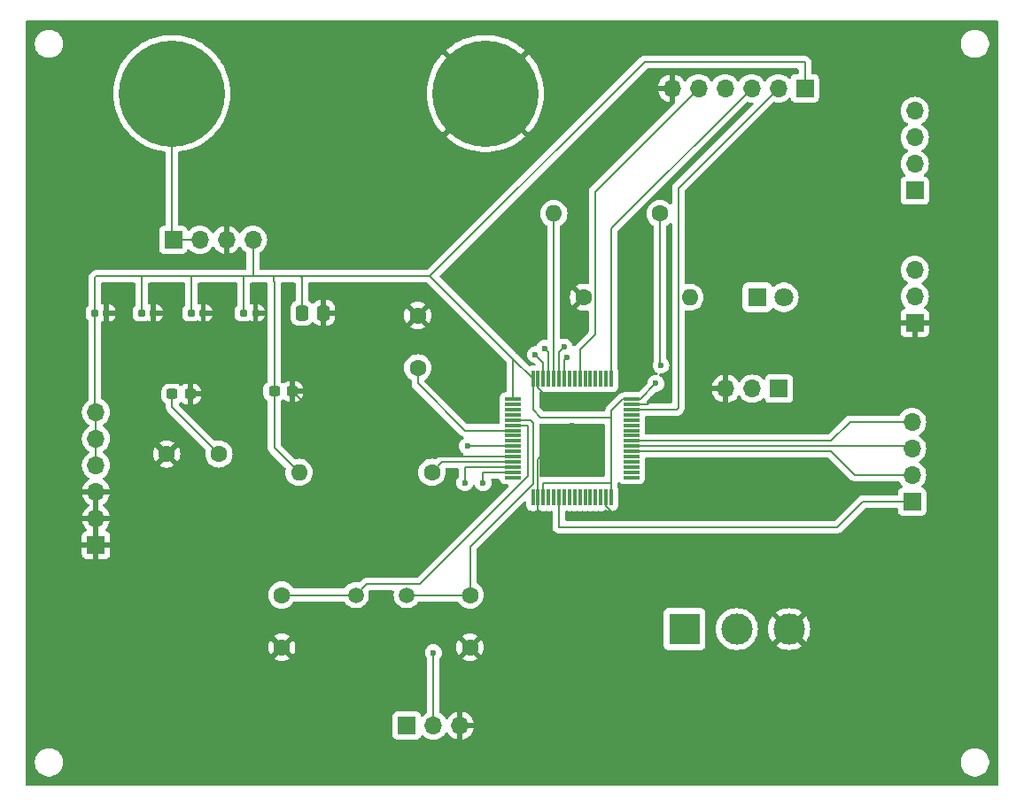
<source format=gtl>
G04 #@! TF.GenerationSoftware,KiCad,Pcbnew,8.0.6*
G04 #@! TF.CreationDate,2024-11-17T19:47:03-05:00*
G04 #@! TF.ProjectId,STM32_KiCAD,53544d33-325f-44b6-9943-41442e6b6963,rev?*
G04 #@! TF.SameCoordinates,Original*
G04 #@! TF.FileFunction,Copper,L1,Top*
G04 #@! TF.FilePolarity,Positive*
%FSLAX46Y46*%
G04 Gerber Fmt 4.6, Leading zero omitted, Abs format (unit mm)*
G04 Created by KiCad (PCBNEW 8.0.6) date 2024-11-17 19:47:03*
%MOMM*%
%LPD*%
G01*
G04 APERTURE LIST*
G04 Aperture macros list*
%AMRoundRect*
0 Rectangle with rounded corners*
0 $1 Rounding radius*
0 $2 $3 $4 $5 $6 $7 $8 $9 X,Y pos of 4 corners*
0 Add a 4 corners polygon primitive as box body*
4,1,4,$2,$3,$4,$5,$6,$7,$8,$9,$2,$3,0*
0 Add four circle primitives for the rounded corners*
1,1,$1+$1,$2,$3*
1,1,$1+$1,$4,$5*
1,1,$1+$1,$6,$7*
1,1,$1+$1,$8,$9*
0 Add four rect primitives between the rounded corners*
20,1,$1+$1,$2,$3,$4,$5,0*
20,1,$1+$1,$4,$5,$6,$7,0*
20,1,$1+$1,$6,$7,$8,$9,0*
20,1,$1+$1,$8,$9,$2,$3,0*%
G04 Aperture macros list end*
G04 #@! TA.AperFunction,SMDPad,CuDef*
%ADD10RoundRect,0.250000X-0.337500X-0.475000X0.337500X-0.475000X0.337500X0.475000X-0.337500X0.475000X0*%
G04 #@! TD*
G04 #@! TA.AperFunction,ComponentPad*
%ADD11C,1.500000*%
G04 #@! TD*
G04 #@! TA.AperFunction,SMDPad,CuDef*
%ADD12RoundRect,0.155000X-0.212500X-0.155000X0.212500X-0.155000X0.212500X0.155000X-0.212500X0.155000X0*%
G04 #@! TD*
G04 #@! TA.AperFunction,ComponentPad*
%ADD13R,1.700000X1.700000*%
G04 #@! TD*
G04 #@! TA.AperFunction,ComponentPad*
%ADD14O,1.700000X1.700000*%
G04 #@! TD*
G04 #@! TA.AperFunction,ComponentPad*
%ADD15C,1.600000*%
G04 #@! TD*
G04 #@! TA.AperFunction,SMDPad,CuDef*
%ADD16RoundRect,0.237500X-0.300000X-0.237500X0.300000X-0.237500X0.300000X0.237500X-0.300000X0.237500X0*%
G04 #@! TD*
G04 #@! TA.AperFunction,SMDPad,CuDef*
%ADD17RoundRect,0.075000X-0.700000X-0.075000X0.700000X-0.075000X0.700000X0.075000X-0.700000X0.075000X0*%
G04 #@! TD*
G04 #@! TA.AperFunction,SMDPad,CuDef*
%ADD18RoundRect,0.075000X-0.075000X-0.700000X0.075000X-0.700000X0.075000X0.700000X-0.075000X0.700000X0*%
G04 #@! TD*
G04 #@! TA.AperFunction,ComponentPad*
%ADD19C,10.160000*%
G04 #@! TD*
G04 #@! TA.AperFunction,ComponentPad*
%ADD20R,3.000000X3.000000*%
G04 #@! TD*
G04 #@! TA.AperFunction,ComponentPad*
%ADD21C,3.000000*%
G04 #@! TD*
G04 #@! TA.AperFunction,ComponentPad*
%ADD22O,1.600000X1.600000*%
G04 #@! TD*
G04 #@! TA.AperFunction,ComponentPad*
%ADD23R,1.800000X1.800000*%
G04 #@! TD*
G04 #@! TA.AperFunction,ComponentPad*
%ADD24C,1.800000*%
G04 #@! TD*
G04 #@! TA.AperFunction,ViaPad*
%ADD25C,0.600000*%
G04 #@! TD*
G04 #@! TA.AperFunction,Conductor*
%ADD26C,0.200000*%
G04 #@! TD*
G04 APERTURE END LIST*
D10*
X126175000Y-79750000D03*
X128250000Y-79750000D03*
D11*
X136200000Y-106750000D03*
X131320000Y-106750000D03*
D12*
X120615000Y-79750000D03*
X121750000Y-79750000D03*
D13*
X136210000Y-119250000D03*
D14*
X138750000Y-119250000D03*
X141290000Y-119250000D03*
D12*
X106365000Y-79750000D03*
X107500000Y-79750000D03*
D15*
X142250000Y-106750000D03*
X142250000Y-111750000D03*
D16*
X123525000Y-87250000D03*
X125250000Y-87250000D03*
D15*
X124250000Y-106750000D03*
X124250000Y-111750000D03*
D13*
X184750000Y-80710000D03*
D14*
X184750000Y-78170000D03*
X184750000Y-75630000D03*
D17*
X146325000Y-88000000D03*
X146325000Y-88500000D03*
X146325000Y-89000000D03*
X146325000Y-89500000D03*
X146325000Y-90000000D03*
X146325000Y-90500000D03*
X146325000Y-91000000D03*
X146325000Y-91500000D03*
X146325000Y-92000000D03*
X146325000Y-92500000D03*
X146325000Y-93000000D03*
X146325000Y-93500000D03*
X146325000Y-94000000D03*
X146325000Y-94500000D03*
X146325000Y-95000000D03*
X146325000Y-95500000D03*
D18*
X148250000Y-97425000D03*
X148750000Y-97425000D03*
X149250000Y-97425000D03*
X149750000Y-97425000D03*
X150250000Y-97425000D03*
X150750000Y-97425000D03*
X151250000Y-97425000D03*
X151750000Y-97425000D03*
X152250000Y-97425000D03*
X152750000Y-97425000D03*
X153250000Y-97425000D03*
X153750000Y-97425000D03*
X154250000Y-97425000D03*
X154750000Y-97425000D03*
X155250000Y-97425000D03*
X155750000Y-97425000D03*
D17*
X157675000Y-95500000D03*
X157675000Y-95000000D03*
X157675000Y-94500000D03*
X157675000Y-94000000D03*
X157675000Y-93500000D03*
X157675000Y-93000000D03*
X157675000Y-92500000D03*
X157675000Y-92000000D03*
X157675000Y-91500000D03*
X157675000Y-91000000D03*
X157675000Y-90500000D03*
X157675000Y-90000000D03*
X157675000Y-89500000D03*
X157675000Y-89000000D03*
X157675000Y-88500000D03*
X157675000Y-88000000D03*
D18*
X155750000Y-86075000D03*
X155250000Y-86075000D03*
X154750000Y-86075000D03*
X154250000Y-86075000D03*
X153750000Y-86075000D03*
X153250000Y-86075000D03*
X152750000Y-86075000D03*
X152250000Y-86075000D03*
X151750000Y-86075000D03*
X151250000Y-86075000D03*
X150750000Y-86075000D03*
X150250000Y-86075000D03*
X149750000Y-86075000D03*
X149250000Y-86075000D03*
X148750000Y-86075000D03*
X148250000Y-86075000D03*
D16*
X113775000Y-87500000D03*
X115500000Y-87500000D03*
D13*
X174250000Y-58250000D03*
D14*
X171710000Y-58250000D03*
X169170000Y-58250000D03*
X166630000Y-58250000D03*
X164090000Y-58250000D03*
X161550000Y-58250000D03*
D15*
X118250000Y-93250000D03*
X113250000Y-93250000D03*
D19*
X113750000Y-58750000D03*
X143720000Y-58750000D03*
D20*
X162750000Y-110000000D03*
D21*
X167750000Y-110000000D03*
X172750000Y-110000000D03*
D15*
X160410000Y-70250000D03*
D22*
X150250000Y-70250000D03*
D12*
X115615000Y-79750000D03*
X116750000Y-79750000D03*
D15*
X153090000Y-78250000D03*
D22*
X163250000Y-78250000D03*
D12*
X110865000Y-79750000D03*
X112000000Y-79750000D03*
D23*
X169710000Y-78250000D03*
D24*
X172250000Y-78250000D03*
D13*
X184500000Y-97800000D03*
D14*
X184500000Y-95260000D03*
X184500000Y-92720000D03*
X184500000Y-90180000D03*
D13*
X113880000Y-72750000D03*
D14*
X116420000Y-72750000D03*
X118960000Y-72750000D03*
X121500000Y-72750000D03*
D13*
X106500000Y-101950000D03*
D14*
X106500000Y-99410000D03*
X106500000Y-96870000D03*
X106500000Y-94330000D03*
X106500000Y-91790000D03*
X106500000Y-89250000D03*
D13*
X171775000Y-87000000D03*
D14*
X169235000Y-87000000D03*
X166695000Y-87000000D03*
D15*
X137250000Y-85000000D03*
X137250000Y-80000000D03*
X138600000Y-95000000D03*
D22*
X125900000Y-95000000D03*
D13*
X184750000Y-68050000D03*
D14*
X184750000Y-65510000D03*
X184750000Y-62970000D03*
X184750000Y-60430000D03*
D25*
X152000000Y-88750000D03*
X158750000Y-99000000D03*
X159750000Y-88000000D03*
X152000000Y-90500000D03*
X160000000Y-86500000D03*
X143500000Y-96000000D03*
X160500000Y-84750000D03*
X141750000Y-96000000D03*
X142000000Y-92500000D03*
X138750000Y-112250000D03*
X151250000Y-83000000D03*
X148500000Y-83750000D03*
X151500000Y-84000000D03*
X149375000Y-83125000D03*
D26*
X159250000Y-88500000D02*
X157675000Y-88500000D01*
X148750000Y-86882410D02*
X150617590Y-88750000D01*
X156017590Y-99000000D02*
X158750000Y-99000000D01*
X148750000Y-86075000D02*
X148750000Y-86882410D01*
X155250000Y-97425000D02*
X155250000Y-98232410D01*
X148750000Y-105250000D02*
X142250000Y-111750000D01*
X148750000Y-93750000D02*
X148750000Y-97425000D01*
X131500000Y-93500000D02*
X125250000Y-87250000D01*
X159750000Y-88000000D02*
X159250000Y-88500000D01*
X155250000Y-98232410D02*
X156017590Y-99000000D01*
X150617590Y-88750000D02*
X152000000Y-88750000D01*
X146325000Y-93500000D02*
X131500000Y-93500000D01*
X152000000Y-90500000D02*
X148750000Y-93750000D01*
X148750000Y-97425000D02*
X148750000Y-105250000D01*
X149000000Y-89750000D02*
X155750000Y-89750000D01*
X106500000Y-89250000D02*
X106500000Y-91790000D01*
X115500000Y-76250000D02*
X115615000Y-76365000D01*
X155750000Y-89117590D02*
X155750000Y-89750000D01*
X157675000Y-88000000D02*
X158500000Y-88000000D01*
X110750000Y-76250000D02*
X110865000Y-76365000D01*
X121500000Y-76250000D02*
X120500000Y-76250000D01*
X123500000Y-76250000D02*
X126000000Y-76250000D01*
X106365000Y-76385000D02*
X106365000Y-79750000D01*
X148250000Y-89000000D02*
X149000000Y-89750000D01*
X158925000Y-55750000D02*
X138425000Y-76250000D01*
X126175000Y-76425000D02*
X126000000Y-76250000D01*
X156867590Y-88000000D02*
X155750000Y-89117590D01*
X115615000Y-76365000D02*
X115615000Y-79750000D01*
X123525000Y-92625000D02*
X125900000Y-95000000D01*
X123525000Y-76775000D02*
X123525000Y-87250000D01*
X121500000Y-76250000D02*
X123500000Y-76250000D01*
X146325000Y-84175000D02*
X146337500Y-84162500D01*
X158500000Y-88000000D02*
X160000000Y-86500000D01*
X106365000Y-89115000D02*
X106500000Y-89250000D01*
X115500000Y-76250000D02*
X110750000Y-76250000D01*
X174250000Y-58250000D02*
X174250000Y-55750000D01*
X123500000Y-76250000D02*
X123500000Y-76750000D01*
X149250000Y-96000000D02*
X155750000Y-96000000D01*
X106365000Y-79750000D02*
X106365000Y-89115000D01*
X149250000Y-97425000D02*
X149250000Y-96000000D01*
X120500000Y-76250000D02*
X115500000Y-76250000D01*
X157675000Y-88000000D02*
X156867590Y-88000000D01*
X120615000Y-76365000D02*
X120500000Y-76250000D01*
X148250000Y-86075000D02*
X148250000Y-89000000D01*
X110865000Y-76365000D02*
X110865000Y-79750000D01*
X110750000Y-76250000D02*
X106500000Y-76250000D01*
X146337500Y-84162500D02*
X138425000Y-76250000D01*
X121500000Y-72750000D02*
X121500000Y-76250000D01*
X106500000Y-76250000D02*
X106365000Y-76385000D01*
X146325000Y-88000000D02*
X146325000Y-84175000D01*
X106500000Y-91790000D02*
X106500000Y-94330000D01*
X148250000Y-86075000D02*
X146337500Y-84162500D01*
X123525000Y-87250000D02*
X123525000Y-92625000D01*
X138425000Y-76250000D02*
X126000000Y-76250000D01*
X174250000Y-55750000D02*
X158925000Y-55750000D01*
X155750000Y-96000000D02*
X155750000Y-97425000D01*
X123500000Y-76750000D02*
X123525000Y-76775000D01*
X126175000Y-79750000D02*
X126175000Y-76425000D01*
X120615000Y-79750000D02*
X120615000Y-76365000D01*
X155750000Y-89750000D02*
X155750000Y-96000000D01*
X147750000Y-95382410D02*
X147750000Y-90500000D01*
X146325000Y-90500000D02*
X147750000Y-90500000D01*
X137432410Y-105700000D02*
X147750000Y-95382410D01*
X131320000Y-106750000D02*
X132370000Y-105700000D01*
X132370000Y-105700000D02*
X137432410Y-105700000D01*
X124250000Y-106750000D02*
X131320000Y-106750000D01*
X148250000Y-90250000D02*
X148250000Y-96117590D01*
X148000000Y-90000000D02*
X148250000Y-90250000D01*
X148250000Y-96117590D02*
X142250000Y-102117590D01*
X142250000Y-102117590D02*
X142250000Y-106750000D01*
X146325000Y-90000000D02*
X148000000Y-90000000D01*
X136200000Y-106750000D02*
X142250000Y-106750000D01*
X141750000Y-91000000D02*
X146325000Y-91000000D01*
X137250000Y-86500000D02*
X141750000Y-91000000D01*
X137250000Y-85000000D02*
X137250000Y-86500000D01*
X139600000Y-94000000D02*
X146325000Y-94000000D01*
X113775000Y-87500000D02*
X113775000Y-88775000D01*
X138600000Y-95000000D02*
X139600000Y-94000000D01*
X113775000Y-88775000D02*
X118250000Y-93250000D01*
X146325000Y-95000000D02*
X143500000Y-95000000D01*
X143500000Y-95000000D02*
X143500000Y-96000000D01*
X113750000Y-72620000D02*
X113880000Y-72750000D01*
X113880000Y-72750000D02*
X116420000Y-72750000D01*
X113750000Y-58750000D02*
X113750000Y-72620000D01*
X179010000Y-95260000D02*
X184500000Y-95260000D01*
X176750000Y-93000000D02*
X179010000Y-95260000D01*
X157675000Y-93000000D02*
X176750000Y-93000000D01*
X176750000Y-92000000D02*
X178570000Y-90180000D01*
X178570000Y-90180000D02*
X184500000Y-90180000D01*
X157675000Y-92000000D02*
X176750000Y-92000000D01*
X184280000Y-92500000D02*
X184500000Y-92720000D01*
X157675000Y-92500000D02*
X184280000Y-92500000D01*
X162000000Y-89000000D02*
X157675000Y-89000000D01*
X171710000Y-58250000D02*
X162150000Y-67810000D01*
X162150000Y-67810000D02*
X162150000Y-88850000D01*
X162150000Y-88850000D02*
X162000000Y-89000000D01*
X169170000Y-58250000D02*
X155750000Y-71670000D01*
X155750000Y-71670000D02*
X155750000Y-86075000D01*
X160410000Y-70250000D02*
X160410000Y-84660000D01*
X160500000Y-84750000D02*
X160410000Y-84660000D01*
X150250000Y-70250000D02*
X150250000Y-86075000D01*
X146325000Y-94500000D02*
X141750000Y-94500000D01*
X141750000Y-94500000D02*
X141750000Y-96000000D01*
X146325000Y-92500000D02*
X142000000Y-92500000D01*
X138750000Y-112250000D02*
X138750000Y-119250000D01*
X179800000Y-97800000D02*
X177350000Y-100250000D01*
X150750000Y-100250000D02*
X150750000Y-97425000D01*
X177350000Y-100250000D02*
X150750000Y-100250000D01*
X184500000Y-97800000D02*
X179800000Y-97800000D01*
X154190000Y-68150000D02*
X154190000Y-81810000D01*
X152750000Y-83250000D02*
X152750000Y-86075000D01*
X164090000Y-58250000D02*
X154190000Y-68150000D01*
X154190000Y-81810000D02*
X152750000Y-83250000D01*
X150750000Y-83500000D02*
X150750000Y-86075000D01*
X151250000Y-83000000D02*
X150750000Y-83500000D01*
X149250000Y-86075000D02*
X149250000Y-84500000D01*
X149250000Y-84500000D02*
X148500000Y-83750000D01*
X151250000Y-86075000D02*
X151250000Y-84250000D01*
X151250000Y-84250000D02*
X151500000Y-84000000D01*
X149750000Y-86075000D02*
X149750000Y-83500000D01*
X149750000Y-83500000D02*
X149375000Y-83125000D01*
G04 #@! TA.AperFunction,Conductor*
G36*
X106750000Y-101516988D02*
G01*
X106692993Y-101484075D01*
X106565826Y-101450000D01*
X106434174Y-101450000D01*
X106307007Y-101484075D01*
X106250000Y-101516988D01*
X106250000Y-99843012D01*
X106307007Y-99875925D01*
X106434174Y-99910000D01*
X106565826Y-99910000D01*
X106692993Y-99875925D01*
X106750000Y-99843012D01*
X106750000Y-101516988D01*
G37*
G04 #@! TD.AperFunction*
G04 #@! TA.AperFunction,Conductor*
G36*
X176516942Y-93620185D02*
G01*
X176537583Y-93636818D01*
X178641284Y-95740520D01*
X178641286Y-95740521D01*
X178641290Y-95740524D01*
X178742899Y-95799187D01*
X178778216Y-95819577D01*
X178930943Y-95860501D01*
X178930945Y-95860501D01*
X179096654Y-95860501D01*
X179096670Y-95860500D01*
X183210909Y-95860500D01*
X183277948Y-95880185D01*
X183323292Y-95932097D01*
X183325965Y-95937830D01*
X183461501Y-96131396D01*
X183461506Y-96131402D01*
X183583430Y-96253326D01*
X183616915Y-96314649D01*
X183611931Y-96384341D01*
X183570059Y-96440274D01*
X183539083Y-96457189D01*
X183407669Y-96506203D01*
X183407664Y-96506206D01*
X183292455Y-96592452D01*
X183292452Y-96592455D01*
X183206206Y-96707664D01*
X183206202Y-96707671D01*
X183155908Y-96842517D01*
X183149501Y-96902116D01*
X183149501Y-96902123D01*
X183149500Y-96902135D01*
X183149500Y-97075500D01*
X183129815Y-97142539D01*
X183077011Y-97188294D01*
X183025500Y-97199500D01*
X179879057Y-97199500D01*
X179720942Y-97199500D01*
X179568215Y-97240423D01*
X179568214Y-97240423D01*
X179568212Y-97240424D01*
X179568209Y-97240425D01*
X179518096Y-97269359D01*
X179518095Y-97269360D01*
X179474689Y-97294420D01*
X179431285Y-97319479D01*
X179431282Y-97319481D01*
X179319480Y-97431284D01*
X179319478Y-97431286D01*
X178211839Y-98538926D01*
X177137584Y-99613181D01*
X177076261Y-99646666D01*
X177049903Y-99649500D01*
X151474500Y-99649500D01*
X151407461Y-99629815D01*
X151361706Y-99577011D01*
X151350500Y-99525500D01*
X151350500Y-98810853D01*
X151370185Y-98743814D01*
X151422989Y-98698059D01*
X151458309Y-98687915D01*
X151475236Y-98685687D01*
X151475238Y-98685685D01*
X151483298Y-98684625D01*
X151483701Y-98687689D01*
X151516302Y-98687689D01*
X151516705Y-98684626D01*
X151524763Y-98685686D01*
X151524764Y-98685687D01*
X151637280Y-98700500D01*
X151637287Y-98700500D01*
X151862713Y-98700500D01*
X151862720Y-98700500D01*
X151975236Y-98685687D01*
X151975236Y-98685686D01*
X151983295Y-98684626D01*
X151983698Y-98687689D01*
X152016302Y-98687689D01*
X152016705Y-98684626D01*
X152024763Y-98685686D01*
X152024764Y-98685687D01*
X152137280Y-98700500D01*
X152137287Y-98700500D01*
X152362713Y-98700500D01*
X152362720Y-98700500D01*
X152475236Y-98685687D01*
X152475236Y-98685686D01*
X152483295Y-98684626D01*
X152483698Y-98687689D01*
X152516302Y-98687689D01*
X152516705Y-98684626D01*
X152524763Y-98685686D01*
X152524764Y-98685687D01*
X152637280Y-98700500D01*
X152637287Y-98700500D01*
X152862713Y-98700500D01*
X152862720Y-98700500D01*
X152975236Y-98685687D01*
X152975236Y-98685686D01*
X152983295Y-98684626D01*
X152983698Y-98687689D01*
X153016302Y-98687689D01*
X153016705Y-98684626D01*
X153024763Y-98685686D01*
X153024764Y-98685687D01*
X153137280Y-98700500D01*
X153137287Y-98700500D01*
X153362713Y-98700500D01*
X153362720Y-98700500D01*
X153475236Y-98685687D01*
X153475236Y-98685686D01*
X153483295Y-98684626D01*
X153483698Y-98687689D01*
X153516302Y-98687689D01*
X153516705Y-98684626D01*
X153524763Y-98685686D01*
X153524764Y-98685687D01*
X153637280Y-98700500D01*
X153637287Y-98700500D01*
X153862713Y-98700500D01*
X153862720Y-98700500D01*
X153975236Y-98685687D01*
X153975236Y-98685686D01*
X153983295Y-98684626D01*
X153983698Y-98687689D01*
X154016302Y-98687689D01*
X154016705Y-98684626D01*
X154024763Y-98685686D01*
X154024764Y-98685687D01*
X154137280Y-98700500D01*
X154137287Y-98700500D01*
X154362713Y-98700500D01*
X154362720Y-98700500D01*
X154475236Y-98685687D01*
X154475236Y-98685686D01*
X154483295Y-98684626D01*
X154483698Y-98687689D01*
X154516302Y-98687689D01*
X154516705Y-98684626D01*
X154524763Y-98685686D01*
X154524764Y-98685687D01*
X154637280Y-98700500D01*
X154637287Y-98700500D01*
X154862713Y-98700500D01*
X154862720Y-98700500D01*
X154975236Y-98685687D01*
X154975236Y-98685686D01*
X154983295Y-98684626D01*
X154983530Y-98686418D01*
X155017269Y-98684195D01*
X155099999Y-98695086D01*
X155102155Y-98693195D01*
X155119685Y-98633497D01*
X155148512Y-98602161D01*
X155174515Y-98582208D01*
X155239684Y-98557016D01*
X155308129Y-98571055D01*
X155325484Y-98582208D01*
X155351486Y-98602160D01*
X155392689Y-98658587D01*
X155398878Y-98694102D01*
X155400000Y-98695086D01*
X155482730Y-98684195D01*
X155516469Y-98686415D01*
X155516705Y-98684626D01*
X155524763Y-98685686D01*
X155524764Y-98685687D01*
X155637280Y-98700500D01*
X155637287Y-98700500D01*
X155862713Y-98700500D01*
X155862720Y-98700500D01*
X155975236Y-98685687D01*
X156115233Y-98627698D01*
X156235451Y-98535451D01*
X156327698Y-98415233D01*
X156385687Y-98275236D01*
X156400500Y-98162720D01*
X156400500Y-96687280D01*
X156385687Y-96574764D01*
X156377507Y-96555017D01*
X156359939Y-96512601D01*
X156350500Y-96465149D01*
X156350500Y-96070764D01*
X156370185Y-96003725D01*
X156422989Y-95957970D01*
X156492147Y-95948026D01*
X156555703Y-95977051D01*
X156562181Y-95983083D01*
X156564544Y-95985446D01*
X156564546Y-95985448D01*
X156564549Y-95985451D01*
X156684767Y-96077698D01*
X156824764Y-96135687D01*
X156937280Y-96150500D01*
X156937287Y-96150500D01*
X158412713Y-96150500D01*
X158412720Y-96150500D01*
X158525236Y-96135687D01*
X158665233Y-96077698D01*
X158785451Y-95985451D01*
X158877698Y-95865233D01*
X158935687Y-95725236D01*
X158950500Y-95612720D01*
X158950500Y-95387280D01*
X158935687Y-95274764D01*
X158935686Y-95274763D01*
X158934626Y-95266705D01*
X158937689Y-95266301D01*
X158937689Y-95233698D01*
X158934626Y-95233295D01*
X158938825Y-95201401D01*
X158950500Y-95112720D01*
X158950500Y-94887280D01*
X158935687Y-94774764D01*
X158935686Y-94774763D01*
X158934626Y-94766705D01*
X158937689Y-94766301D01*
X158937689Y-94733698D01*
X158934626Y-94733295D01*
X158935784Y-94724500D01*
X158950500Y-94612720D01*
X158950500Y-94387280D01*
X158935687Y-94274764D01*
X158935686Y-94274763D01*
X158934626Y-94266705D01*
X158937689Y-94266301D01*
X158937689Y-94233698D01*
X158934626Y-94233295D01*
X158944162Y-94160861D01*
X158950500Y-94112720D01*
X158950500Y-93887280D01*
X158935687Y-93774764D01*
X158935686Y-93774763D01*
X158934626Y-93766705D01*
X158937689Y-93766301D01*
X158937689Y-93733696D01*
X158934626Y-93733293D01*
X158937915Y-93708313D01*
X158966182Y-93644417D01*
X159024507Y-93605947D01*
X159060854Y-93600500D01*
X176449903Y-93600500D01*
X176516942Y-93620185D01*
G37*
G04 #@! TD.AperFunction*
G04 #@! TA.AperFunction,Conductor*
G36*
X106750000Y-98976988D02*
G01*
X106692993Y-98944075D01*
X106565826Y-98910000D01*
X106434174Y-98910000D01*
X106307007Y-98944075D01*
X106250000Y-98976988D01*
X106250000Y-97303012D01*
X106307007Y-97335925D01*
X106434174Y-97370000D01*
X106565826Y-97370000D01*
X106692993Y-97335925D01*
X106750000Y-97303012D01*
X106750000Y-98976988D01*
G37*
G04 #@! TD.AperFunction*
G04 #@! TA.AperFunction,Conductor*
G36*
X155092539Y-90370185D02*
G01*
X155138294Y-90422989D01*
X155149500Y-90474500D01*
X155149500Y-95275500D01*
X155129815Y-95342539D01*
X155077011Y-95388294D01*
X155025500Y-95399500D01*
X149329057Y-95399500D01*
X149170943Y-95399500D01*
X149018216Y-95440423D01*
X149018214Y-95440423D01*
X149010365Y-95442527D01*
X149009739Y-95440190D01*
X148952472Y-95446342D01*
X148889996Y-95415061D01*
X148854349Y-95354969D01*
X148850500Y-95324314D01*
X148850500Y-90474500D01*
X148870185Y-90407461D01*
X148922989Y-90361706D01*
X148974500Y-90350500D01*
X149079057Y-90350500D01*
X155025500Y-90350500D01*
X155092539Y-90370185D01*
G37*
G04 #@! TD.AperFunction*
G04 #@! TA.AperFunction,Conductor*
G36*
X168806238Y-59550670D02*
G01*
X168934592Y-59585063D01*
X169111034Y-59600500D01*
X169169999Y-59605659D01*
X169170000Y-59605659D01*
X169197841Y-59603223D01*
X169266341Y-59616989D01*
X169316524Y-59665604D01*
X169332458Y-59733632D01*
X169309083Y-59799476D01*
X169296330Y-59814432D01*
X161781286Y-67329478D01*
X161669481Y-67441282D01*
X161669479Y-67441285D01*
X161619361Y-67528094D01*
X161619359Y-67528096D01*
X161590425Y-67578209D01*
X161590424Y-67578210D01*
X161590423Y-67578215D01*
X161549499Y-67730943D01*
X161549499Y-67730945D01*
X161549499Y-67899046D01*
X161549500Y-67899059D01*
X161549500Y-69250951D01*
X161529815Y-69317990D01*
X161477011Y-69363745D01*
X161407853Y-69373689D01*
X161344297Y-69344664D01*
X161337819Y-69338632D01*
X161249141Y-69249954D01*
X161062734Y-69119432D01*
X161062732Y-69119431D01*
X160856497Y-69023261D01*
X160856488Y-69023258D01*
X160636697Y-68964366D01*
X160636693Y-68964365D01*
X160636692Y-68964365D01*
X160636691Y-68964364D01*
X160636686Y-68964364D01*
X160410002Y-68944532D01*
X160409998Y-68944532D01*
X160183313Y-68964364D01*
X160183302Y-68964366D01*
X159963511Y-69023258D01*
X159963502Y-69023261D01*
X159757267Y-69119431D01*
X159757265Y-69119432D01*
X159570858Y-69249954D01*
X159409954Y-69410858D01*
X159279432Y-69597265D01*
X159279431Y-69597267D01*
X159183261Y-69803502D01*
X159183258Y-69803511D01*
X159124366Y-70023302D01*
X159124364Y-70023313D01*
X159104532Y-70249998D01*
X159104532Y-70250001D01*
X159124364Y-70476686D01*
X159124366Y-70476697D01*
X159183258Y-70696488D01*
X159183261Y-70696497D01*
X159279431Y-70902732D01*
X159279432Y-70902734D01*
X159409954Y-71089141D01*
X159570858Y-71250045D01*
X159570861Y-71250047D01*
X159756624Y-71380118D01*
X159800248Y-71434693D01*
X159809500Y-71481692D01*
X159809500Y-84308592D01*
X159790494Y-84374562D01*
X159787194Y-84379816D01*
X159774209Y-84400481D01*
X159714633Y-84570737D01*
X159714630Y-84570750D01*
X159694435Y-84749996D01*
X159694435Y-84750003D01*
X159714630Y-84929249D01*
X159714631Y-84929254D01*
X159774211Y-85099523D01*
X159854117Y-85226692D01*
X159870184Y-85252262D01*
X159997738Y-85379816D01*
X160095354Y-85441152D01*
X160147352Y-85473825D01*
X160193643Y-85526160D01*
X160204291Y-85595214D01*
X160175916Y-85659062D01*
X160117526Y-85697434D01*
X160067497Y-85702039D01*
X160000004Y-85694435D01*
X159999996Y-85694435D01*
X159820750Y-85714630D01*
X159820745Y-85714631D01*
X159650476Y-85774211D01*
X159497737Y-85870184D01*
X159370184Y-85997737D01*
X159274210Y-86150478D01*
X159214630Y-86320750D01*
X159204837Y-86407668D01*
X159177770Y-86472082D01*
X159169298Y-86481465D01*
X158337584Y-87313181D01*
X158276261Y-87346666D01*
X158249903Y-87349500D01*
X156937272Y-87349500D01*
X156824764Y-87364313D01*
X156824763Y-87364313D01*
X156684762Y-87422304D01*
X156682732Y-87423476D01*
X156652836Y-87435859D01*
X156635804Y-87440422D01*
X156635804Y-87440423D01*
X156595552Y-87463663D01*
X156498877Y-87519477D01*
X156498872Y-87519481D01*
X155269479Y-88748874D01*
X155254533Y-88774764D01*
X155247851Y-88786337D01*
X155190423Y-88885805D01*
X155161656Y-88993162D01*
X155149498Y-89038536D01*
X155149084Y-89041687D01*
X155147994Y-89044148D01*
X155147396Y-89046384D01*
X155147047Y-89046290D01*
X155120816Y-89105583D01*
X155062491Y-89144054D01*
X155026145Y-89149500D01*
X149300097Y-89149500D01*
X149233058Y-89129815D01*
X149212416Y-89113181D01*
X148886819Y-88787584D01*
X148853334Y-88726261D01*
X148850500Y-88699903D01*
X148850500Y-87460349D01*
X148870185Y-87393310D01*
X148922989Y-87347555D01*
X148958316Y-87337410D01*
X148982731Y-87334196D01*
X149016470Y-87336406D01*
X149016705Y-87334626D01*
X149024763Y-87335686D01*
X149024764Y-87335687D01*
X149137280Y-87350500D01*
X149137287Y-87350500D01*
X149362713Y-87350500D01*
X149362720Y-87350500D01*
X149475236Y-87335687D01*
X149475236Y-87335686D01*
X149483295Y-87334626D01*
X149483698Y-87337689D01*
X149516302Y-87337689D01*
X149516705Y-87334626D01*
X149524763Y-87335686D01*
X149524764Y-87335687D01*
X149637280Y-87350500D01*
X149637287Y-87350500D01*
X149862713Y-87350500D01*
X149862720Y-87350500D01*
X149975236Y-87335687D01*
X149975236Y-87335686D01*
X149983295Y-87334626D01*
X149983698Y-87337689D01*
X150016302Y-87337689D01*
X150016705Y-87334626D01*
X150024763Y-87335686D01*
X150024764Y-87335687D01*
X150137280Y-87350500D01*
X150137287Y-87350500D01*
X150362713Y-87350500D01*
X150362720Y-87350500D01*
X150475236Y-87335687D01*
X150475236Y-87335686D01*
X150483295Y-87334626D01*
X150483698Y-87337689D01*
X150516302Y-87337689D01*
X150516705Y-87334626D01*
X150524763Y-87335686D01*
X150524764Y-87335687D01*
X150637280Y-87350500D01*
X150637287Y-87350500D01*
X150862713Y-87350500D01*
X150862720Y-87350500D01*
X150975236Y-87335687D01*
X150975236Y-87335686D01*
X150983295Y-87334626D01*
X150983698Y-87337689D01*
X151016302Y-87337689D01*
X151016705Y-87334626D01*
X151024763Y-87335686D01*
X151024764Y-87335687D01*
X151137280Y-87350500D01*
X151137287Y-87350500D01*
X151362713Y-87350500D01*
X151362720Y-87350500D01*
X151475236Y-87335687D01*
X151475236Y-87335686D01*
X151483295Y-87334626D01*
X151483698Y-87337689D01*
X151516302Y-87337689D01*
X151516705Y-87334626D01*
X151524763Y-87335686D01*
X151524764Y-87335687D01*
X151637280Y-87350500D01*
X151637287Y-87350500D01*
X151862713Y-87350500D01*
X151862720Y-87350500D01*
X151975236Y-87335687D01*
X151975236Y-87335686D01*
X151983295Y-87334626D01*
X151983698Y-87337689D01*
X152016302Y-87337689D01*
X152016705Y-87334626D01*
X152024763Y-87335686D01*
X152024764Y-87335687D01*
X152137280Y-87350500D01*
X152137287Y-87350500D01*
X152362713Y-87350500D01*
X152362720Y-87350500D01*
X152475236Y-87335687D01*
X152475236Y-87335686D01*
X152483295Y-87334626D01*
X152483698Y-87337689D01*
X152516302Y-87337689D01*
X152516705Y-87334626D01*
X152524763Y-87335686D01*
X152524764Y-87335687D01*
X152637280Y-87350500D01*
X152637287Y-87350500D01*
X152862713Y-87350500D01*
X152862720Y-87350500D01*
X152975236Y-87335687D01*
X152975236Y-87335686D01*
X152983295Y-87334626D01*
X152983698Y-87337689D01*
X153016302Y-87337689D01*
X153016705Y-87334626D01*
X153024763Y-87335686D01*
X153024764Y-87335687D01*
X153137280Y-87350500D01*
X153137287Y-87350500D01*
X153362713Y-87350500D01*
X153362720Y-87350500D01*
X153475236Y-87335687D01*
X153475236Y-87335686D01*
X153483295Y-87334626D01*
X153483698Y-87337689D01*
X153516302Y-87337689D01*
X153516705Y-87334626D01*
X153524763Y-87335686D01*
X153524764Y-87335687D01*
X153637280Y-87350500D01*
X153637287Y-87350500D01*
X153862713Y-87350500D01*
X153862720Y-87350500D01*
X153975236Y-87335687D01*
X153975236Y-87335686D01*
X153983295Y-87334626D01*
X153983698Y-87337689D01*
X154016302Y-87337689D01*
X154016705Y-87334626D01*
X154024763Y-87335686D01*
X154024764Y-87335687D01*
X154137280Y-87350500D01*
X154137287Y-87350500D01*
X154362713Y-87350500D01*
X154362720Y-87350500D01*
X154475236Y-87335687D01*
X154475236Y-87335686D01*
X154483295Y-87334626D01*
X154483698Y-87337689D01*
X154516302Y-87337689D01*
X154516705Y-87334626D01*
X154524763Y-87335686D01*
X154524764Y-87335687D01*
X154637280Y-87350500D01*
X154637287Y-87350500D01*
X154862713Y-87350500D01*
X154862720Y-87350500D01*
X154975236Y-87335687D01*
X154975236Y-87335686D01*
X154983295Y-87334626D01*
X154983698Y-87337689D01*
X155016302Y-87337689D01*
X155016705Y-87334626D01*
X155024763Y-87335686D01*
X155024764Y-87335687D01*
X155137280Y-87350500D01*
X155137287Y-87350500D01*
X155362713Y-87350500D01*
X155362720Y-87350500D01*
X155475236Y-87335687D01*
X155475236Y-87335686D01*
X155483295Y-87334626D01*
X155483698Y-87337689D01*
X155516302Y-87337689D01*
X155516705Y-87334626D01*
X155524763Y-87335686D01*
X155524764Y-87335687D01*
X155637280Y-87350500D01*
X155637287Y-87350500D01*
X155862713Y-87350500D01*
X155862720Y-87350500D01*
X155975236Y-87335687D01*
X156115233Y-87277698D01*
X156235451Y-87185451D01*
X156327698Y-87065233D01*
X156385687Y-86925236D01*
X156400500Y-86812720D01*
X156400500Y-85337280D01*
X156385687Y-85224764D01*
X156377507Y-85205017D01*
X156359939Y-85162601D01*
X156350500Y-85115149D01*
X156350500Y-71970096D01*
X156370185Y-71903057D01*
X156386814Y-71882420D01*
X168686470Y-59582763D01*
X168747791Y-59549280D01*
X168806238Y-59550670D01*
G37*
G04 #@! TD.AperFunction*
G04 #@! TA.AperFunction,Conductor*
G36*
X161468834Y-71132867D02*
G01*
X161524767Y-71174739D01*
X161549184Y-71240203D01*
X161549500Y-71249049D01*
X161549500Y-84706957D01*
X161536891Y-84749897D01*
X161547640Y-84771648D01*
X161549500Y-84793042D01*
X161549500Y-88275500D01*
X161529815Y-88342539D01*
X161477011Y-88388294D01*
X161425500Y-88399500D01*
X159249096Y-88399500D01*
X159182057Y-88379815D01*
X159136302Y-88327011D01*
X159126358Y-88257853D01*
X159155383Y-88194297D01*
X159161415Y-88187819D01*
X159574471Y-87774763D01*
X160018535Y-87330698D01*
X160079856Y-87297215D01*
X160092311Y-87295163D01*
X160179255Y-87285368D01*
X160349522Y-87225789D01*
X160502262Y-87129816D01*
X160629816Y-87002262D01*
X160725789Y-86849522D01*
X160785368Y-86679255D01*
X160795527Y-86589091D01*
X160805565Y-86500003D01*
X160805565Y-86499996D01*
X160785369Y-86320750D01*
X160785368Y-86320745D01*
X160737761Y-86184693D01*
X160725789Y-86150478D01*
X160712041Y-86128599D01*
X160683660Y-86083430D01*
X160629816Y-85997738D01*
X160502262Y-85870184D01*
X160352647Y-85776174D01*
X160306356Y-85723839D01*
X160295708Y-85654785D01*
X160324083Y-85590937D01*
X160382473Y-85552565D01*
X160432503Y-85547960D01*
X160499997Y-85555565D01*
X160500000Y-85555565D01*
X160500004Y-85555565D01*
X160679249Y-85535369D01*
X160679252Y-85535368D01*
X160679255Y-85535368D01*
X160849522Y-85475789D01*
X161002262Y-85379816D01*
X161129816Y-85252262D01*
X161225789Y-85099522D01*
X161285368Y-84929255D01*
X161285369Y-84929249D01*
X161302280Y-84779159D01*
X161313425Y-84752633D01*
X161306523Y-84741892D01*
X161302280Y-84720840D01*
X161285369Y-84570750D01*
X161285368Y-84570745D01*
X161225788Y-84400476D01*
X161168053Y-84308592D01*
X161129816Y-84247738D01*
X161046819Y-84164741D01*
X161013334Y-84103418D01*
X161010500Y-84077060D01*
X161010500Y-71481692D01*
X161030185Y-71414653D01*
X161063374Y-71380119D01*
X161249139Y-71250047D01*
X161258983Y-71240203D01*
X161337819Y-71161368D01*
X161399142Y-71127883D01*
X161468834Y-71132867D01*
G37*
G04 #@! TD.AperFunction*
G04 #@! TA.AperFunction,Conductor*
G36*
X173592539Y-56370185D02*
G01*
X173638294Y-56422989D01*
X173649500Y-56474500D01*
X173649500Y-56775500D01*
X173629815Y-56842539D01*
X173577011Y-56888294D01*
X173525501Y-56899500D01*
X173352130Y-56899500D01*
X173352123Y-56899501D01*
X173292516Y-56905908D01*
X173157671Y-56956202D01*
X173157664Y-56956206D01*
X173042455Y-57042452D01*
X173042452Y-57042455D01*
X172956206Y-57157664D01*
X172956203Y-57157669D01*
X172907189Y-57289083D01*
X172865317Y-57345016D01*
X172799853Y-57369433D01*
X172731580Y-57354581D01*
X172703326Y-57333430D01*
X172581402Y-57211506D01*
X172581395Y-57211501D01*
X172387834Y-57075967D01*
X172387830Y-57075965D01*
X172387828Y-57075964D01*
X172173663Y-56976097D01*
X172173659Y-56976096D01*
X172173655Y-56976094D01*
X171945413Y-56914938D01*
X171945403Y-56914936D01*
X171710001Y-56894341D01*
X171709999Y-56894341D01*
X171474596Y-56914936D01*
X171474586Y-56914938D01*
X171246344Y-56976094D01*
X171246335Y-56976098D01*
X171032171Y-57075964D01*
X171032169Y-57075965D01*
X170838597Y-57211505D01*
X170671505Y-57378597D01*
X170541575Y-57564158D01*
X170486998Y-57607783D01*
X170417500Y-57614977D01*
X170355145Y-57583454D01*
X170338425Y-57564158D01*
X170208494Y-57378597D01*
X170041402Y-57211506D01*
X170041395Y-57211501D01*
X169847834Y-57075967D01*
X169847830Y-57075965D01*
X169847828Y-57075964D01*
X169633663Y-56976097D01*
X169633659Y-56976096D01*
X169633655Y-56976094D01*
X169405413Y-56914938D01*
X169405403Y-56914936D01*
X169170001Y-56894341D01*
X169169999Y-56894341D01*
X168934596Y-56914936D01*
X168934586Y-56914938D01*
X168706344Y-56976094D01*
X168706335Y-56976098D01*
X168492171Y-57075964D01*
X168492169Y-57075965D01*
X168298597Y-57211505D01*
X168131505Y-57378597D01*
X168001575Y-57564158D01*
X167946998Y-57607783D01*
X167877500Y-57614977D01*
X167815145Y-57583454D01*
X167798425Y-57564158D01*
X167668494Y-57378597D01*
X167501402Y-57211506D01*
X167501395Y-57211501D01*
X167307834Y-57075967D01*
X167307830Y-57075965D01*
X167307828Y-57075964D01*
X167093663Y-56976097D01*
X167093659Y-56976096D01*
X167093655Y-56976094D01*
X166865413Y-56914938D01*
X166865403Y-56914936D01*
X166630001Y-56894341D01*
X166629999Y-56894341D01*
X166394596Y-56914936D01*
X166394586Y-56914938D01*
X166166344Y-56976094D01*
X166166335Y-56976098D01*
X165952171Y-57075964D01*
X165952169Y-57075965D01*
X165758597Y-57211505D01*
X165591505Y-57378597D01*
X165461575Y-57564158D01*
X165406998Y-57607783D01*
X165337500Y-57614977D01*
X165275145Y-57583454D01*
X165258425Y-57564158D01*
X165128494Y-57378597D01*
X164961402Y-57211506D01*
X164961395Y-57211501D01*
X164767834Y-57075967D01*
X164767830Y-57075965D01*
X164767828Y-57075964D01*
X164553663Y-56976097D01*
X164553659Y-56976096D01*
X164553655Y-56976094D01*
X164325413Y-56914938D01*
X164325403Y-56914936D01*
X164090001Y-56894341D01*
X164089999Y-56894341D01*
X163854596Y-56914936D01*
X163854586Y-56914938D01*
X163626344Y-56976094D01*
X163626335Y-56976098D01*
X163412171Y-57075964D01*
X163412169Y-57075965D01*
X163218597Y-57211505D01*
X163051508Y-57378594D01*
X162921269Y-57564595D01*
X162866692Y-57608219D01*
X162797193Y-57615412D01*
X162734839Y-57583890D01*
X162718119Y-57564594D01*
X162588113Y-57378926D01*
X162588108Y-57378920D01*
X162421082Y-57211894D01*
X162227578Y-57076399D01*
X162013492Y-56976570D01*
X162013486Y-56976567D01*
X161800000Y-56919364D01*
X161800000Y-57816988D01*
X161742993Y-57784075D01*
X161615826Y-57750000D01*
X161484174Y-57750000D01*
X161357007Y-57784075D01*
X161300000Y-57816988D01*
X161300000Y-56919364D01*
X161299999Y-56919364D01*
X161086513Y-56976567D01*
X161086507Y-56976570D01*
X160872422Y-57076399D01*
X160872420Y-57076400D01*
X160678926Y-57211886D01*
X160678920Y-57211891D01*
X160511891Y-57378920D01*
X160511886Y-57378926D01*
X160376400Y-57572420D01*
X160376399Y-57572422D01*
X160276570Y-57786507D01*
X160276567Y-57786513D01*
X160219364Y-57999999D01*
X160219364Y-58000000D01*
X161116988Y-58000000D01*
X161084075Y-58057007D01*
X161050000Y-58184174D01*
X161050000Y-58315826D01*
X161084075Y-58442993D01*
X161116988Y-58500000D01*
X160219364Y-58500000D01*
X160276567Y-58713486D01*
X160276570Y-58713492D01*
X160376399Y-58927578D01*
X160511894Y-59121082D01*
X160678917Y-59288105D01*
X160872421Y-59423600D01*
X161086507Y-59523429D01*
X161086516Y-59523433D01*
X161300000Y-59580634D01*
X161300000Y-58683012D01*
X161357007Y-58715925D01*
X161484174Y-58750000D01*
X161615826Y-58750000D01*
X161742993Y-58715925D01*
X161800000Y-58683012D01*
X161800000Y-59639401D01*
X161780315Y-59706440D01*
X161763681Y-59727082D01*
X153821286Y-67669478D01*
X153709481Y-67781282D01*
X153709479Y-67781285D01*
X153659361Y-67868094D01*
X153659359Y-67868096D01*
X153630425Y-67918209D01*
X153630424Y-67918210D01*
X153630423Y-67918215D01*
X153589499Y-68070943D01*
X153589499Y-68070945D01*
X153589499Y-68239046D01*
X153589500Y-68239059D01*
X153589500Y-76876380D01*
X153569815Y-76943419D01*
X153517011Y-76989174D01*
X153447853Y-76999118D01*
X153433407Y-76996155D01*
X153316610Y-76964860D01*
X153316599Y-76964858D01*
X153090002Y-76945034D01*
X153089998Y-76945034D01*
X152863400Y-76964858D01*
X152863389Y-76964860D01*
X152643682Y-77023730D01*
X152643673Y-77023734D01*
X152437516Y-77119866D01*
X152437512Y-77119868D01*
X152364526Y-77170973D01*
X152364526Y-77170974D01*
X153043553Y-77850000D01*
X153037339Y-77850000D01*
X152935606Y-77877259D01*
X152844394Y-77929920D01*
X152769920Y-78004394D01*
X152717259Y-78095606D01*
X152690000Y-78197339D01*
X152690000Y-78203552D01*
X152010974Y-77524526D01*
X152010973Y-77524526D01*
X151959868Y-77597512D01*
X151959866Y-77597516D01*
X151863734Y-77803673D01*
X151863730Y-77803682D01*
X151804860Y-78023389D01*
X151804858Y-78023400D01*
X151785034Y-78249997D01*
X151785034Y-78250002D01*
X151804858Y-78476599D01*
X151804860Y-78476610D01*
X151863730Y-78696317D01*
X151863735Y-78696331D01*
X151959863Y-78902478D01*
X152010974Y-78975472D01*
X152690000Y-78296446D01*
X152690000Y-78302661D01*
X152717259Y-78404394D01*
X152769920Y-78495606D01*
X152844394Y-78570080D01*
X152935606Y-78622741D01*
X153037339Y-78650000D01*
X153043551Y-78650000D01*
X152364526Y-79329025D01*
X152437513Y-79380132D01*
X152437521Y-79380136D01*
X152643668Y-79476264D01*
X152643682Y-79476269D01*
X152863389Y-79535139D01*
X152863400Y-79535141D01*
X153089998Y-79554966D01*
X153090002Y-79554966D01*
X153316599Y-79535141D01*
X153316609Y-79535139D01*
X153433407Y-79503844D01*
X153503256Y-79505507D01*
X153561119Y-79544669D01*
X153588623Y-79608898D01*
X153589500Y-79623619D01*
X153589500Y-81509902D01*
X153569815Y-81576941D01*
X153553181Y-81597583D01*
X152269481Y-82881282D01*
X152269473Y-82881293D01*
X152267712Y-82884343D01*
X152265554Y-82886399D01*
X152264530Y-82887735D01*
X152264321Y-82887575D01*
X152217141Y-82932554D01*
X152148532Y-82945770D01*
X152083670Y-82919796D01*
X152043147Y-82862878D01*
X152037111Y-82836218D01*
X152035368Y-82820745D01*
X151975789Y-82650478D01*
X151879816Y-82497738D01*
X151752262Y-82370184D01*
X151703639Y-82339632D01*
X151599523Y-82274211D01*
X151429254Y-82214631D01*
X151429249Y-82214630D01*
X151250004Y-82194435D01*
X151249996Y-82194435D01*
X151070750Y-82214630D01*
X151070739Y-82214633D01*
X151015453Y-82233978D01*
X150945674Y-82237539D01*
X150885047Y-82202809D01*
X150852821Y-82140816D01*
X150850500Y-82116936D01*
X150850500Y-71481692D01*
X150870185Y-71414653D01*
X150903374Y-71380119D01*
X151089139Y-71250047D01*
X151250047Y-71089139D01*
X151380568Y-70902734D01*
X151476739Y-70696496D01*
X151535635Y-70476692D01*
X151555468Y-70250000D01*
X151535635Y-70023308D01*
X151476739Y-69803504D01*
X151380568Y-69597266D01*
X151250047Y-69410861D01*
X151250045Y-69410858D01*
X151089141Y-69249954D01*
X150902734Y-69119432D01*
X150902732Y-69119431D01*
X150696497Y-69023261D01*
X150696488Y-69023258D01*
X150476697Y-68964366D01*
X150476693Y-68964365D01*
X150476692Y-68964365D01*
X150476691Y-68964364D01*
X150476686Y-68964364D01*
X150250002Y-68944532D01*
X150249998Y-68944532D01*
X150023313Y-68964364D01*
X150023302Y-68964366D01*
X149803511Y-69023258D01*
X149803502Y-69023261D01*
X149597267Y-69119431D01*
X149597265Y-69119432D01*
X149410858Y-69249954D01*
X149249954Y-69410858D01*
X149119432Y-69597265D01*
X149119431Y-69597267D01*
X149023261Y-69803502D01*
X149023258Y-69803511D01*
X148964366Y-70023302D01*
X148964364Y-70023313D01*
X148944532Y-70249998D01*
X148944532Y-70250001D01*
X148964364Y-70476686D01*
X148964366Y-70476697D01*
X149023258Y-70696488D01*
X149023261Y-70696497D01*
X149119431Y-70902732D01*
X149119432Y-70902734D01*
X149249954Y-71089141D01*
X149410858Y-71250045D01*
X149410861Y-71250047D01*
X149596624Y-71380118D01*
X149640248Y-71434693D01*
X149649500Y-71481692D01*
X149649500Y-82211607D01*
X149629815Y-82278646D01*
X149577011Y-82324401D01*
X149511617Y-82334827D01*
X149375004Y-82319435D01*
X149374996Y-82319435D01*
X149195750Y-82339630D01*
X149195745Y-82339631D01*
X149025476Y-82399211D01*
X148872737Y-82495184D01*
X148745184Y-82622737D01*
X148649210Y-82775478D01*
X148633372Y-82820744D01*
X148619148Y-82861390D01*
X148578429Y-82918165D01*
X148513476Y-82943913D01*
X148502108Y-82944435D01*
X148499996Y-82944435D01*
X148320750Y-82964630D01*
X148320745Y-82964631D01*
X148150476Y-83024211D01*
X147997737Y-83120184D01*
X147870184Y-83247737D01*
X147774211Y-83400476D01*
X147714631Y-83570745D01*
X147714630Y-83570750D01*
X147694435Y-83749996D01*
X147694435Y-83750003D01*
X147714630Y-83929249D01*
X147714631Y-83929254D01*
X147774211Y-84099523D01*
X147867341Y-84247737D01*
X147870184Y-84252262D01*
X147997738Y-84379816D01*
X148150478Y-84475789D01*
X148320745Y-84535368D01*
X148407669Y-84545161D01*
X148472080Y-84572226D01*
X148481465Y-84580700D01*
X148493140Y-84592375D01*
X148526625Y-84653698D01*
X148521641Y-84723390D01*
X148479769Y-84779323D01*
X148414305Y-84803740D01*
X148389276Y-84802996D01*
X148362720Y-84799500D01*
X148137280Y-84799500D01*
X148137272Y-84799500D01*
X148024764Y-84814313D01*
X147969634Y-84837148D01*
X147900165Y-84844615D01*
X147837686Y-84813340D01*
X147834502Y-84810267D01*
X146825090Y-83800855D01*
X146825087Y-83800851D01*
X146825087Y-83800852D01*
X146818020Y-83793785D01*
X146818020Y-83793784D01*
X146706216Y-83681980D01*
X146706215Y-83681979D01*
X146701885Y-83677649D01*
X146701874Y-83677639D01*
X139361916Y-76337681D01*
X139328431Y-76276358D01*
X139333415Y-76206666D01*
X139361916Y-76162319D01*
X159137416Y-56386819D01*
X159198739Y-56353334D01*
X159225097Y-56350500D01*
X173525500Y-56350500D01*
X173592539Y-56370185D01*
G37*
G04 #@! TD.AperFunction*
G04 #@! TA.AperFunction,Conductor*
G36*
X192692539Y-51770185D02*
G01*
X192738294Y-51822989D01*
X192749500Y-51874500D01*
X192749500Y-124875500D01*
X192729815Y-124942539D01*
X192677011Y-124988294D01*
X192625500Y-124999500D01*
X99874500Y-124999500D01*
X99807461Y-124979815D01*
X99761706Y-124927011D01*
X99750500Y-124875500D01*
X99750500Y-122643713D01*
X100649500Y-122643713D01*
X100649500Y-122856286D01*
X100682753Y-123066239D01*
X100748444Y-123268414D01*
X100844951Y-123457820D01*
X100969890Y-123629786D01*
X101120213Y-123780109D01*
X101292179Y-123905048D01*
X101292181Y-123905049D01*
X101292184Y-123905051D01*
X101481588Y-124001557D01*
X101683757Y-124067246D01*
X101893713Y-124100500D01*
X101893714Y-124100500D01*
X102106286Y-124100500D01*
X102106287Y-124100500D01*
X102316243Y-124067246D01*
X102518412Y-124001557D01*
X102707816Y-123905051D01*
X102729789Y-123889086D01*
X102879786Y-123780109D01*
X102879788Y-123780106D01*
X102879792Y-123780104D01*
X103030104Y-123629792D01*
X103030106Y-123629788D01*
X103030109Y-123629786D01*
X103155048Y-123457820D01*
X103155047Y-123457820D01*
X103155051Y-123457816D01*
X103251557Y-123268412D01*
X103317246Y-123066243D01*
X103350500Y-122856287D01*
X103350500Y-122643713D01*
X189149500Y-122643713D01*
X189149500Y-122856286D01*
X189182753Y-123066239D01*
X189248444Y-123268414D01*
X189344951Y-123457820D01*
X189469890Y-123629786D01*
X189620213Y-123780109D01*
X189792179Y-123905048D01*
X189792181Y-123905049D01*
X189792184Y-123905051D01*
X189981588Y-124001557D01*
X190183757Y-124067246D01*
X190393713Y-124100500D01*
X190393714Y-124100500D01*
X190606286Y-124100500D01*
X190606287Y-124100500D01*
X190816243Y-124067246D01*
X191018412Y-124001557D01*
X191207816Y-123905051D01*
X191229789Y-123889086D01*
X191379786Y-123780109D01*
X191379788Y-123780106D01*
X191379792Y-123780104D01*
X191530104Y-123629792D01*
X191530106Y-123629788D01*
X191530109Y-123629786D01*
X191655048Y-123457820D01*
X191655047Y-123457820D01*
X191655051Y-123457816D01*
X191751557Y-123268412D01*
X191817246Y-123066243D01*
X191850500Y-122856287D01*
X191850500Y-122643713D01*
X191817246Y-122433757D01*
X191751557Y-122231588D01*
X191655051Y-122042184D01*
X191655049Y-122042181D01*
X191655048Y-122042179D01*
X191530109Y-121870213D01*
X191379786Y-121719890D01*
X191207820Y-121594951D01*
X191018414Y-121498444D01*
X191018413Y-121498443D01*
X191018412Y-121498443D01*
X190816243Y-121432754D01*
X190816241Y-121432753D01*
X190816240Y-121432753D01*
X190654957Y-121407208D01*
X190606287Y-121399500D01*
X190393713Y-121399500D01*
X190345042Y-121407208D01*
X190183760Y-121432753D01*
X189981585Y-121498444D01*
X189792179Y-121594951D01*
X189620213Y-121719890D01*
X189469890Y-121870213D01*
X189344951Y-122042179D01*
X189248444Y-122231585D01*
X189182753Y-122433760D01*
X189149500Y-122643713D01*
X103350500Y-122643713D01*
X103317246Y-122433757D01*
X103251557Y-122231588D01*
X103155051Y-122042184D01*
X103155049Y-122042181D01*
X103155048Y-122042179D01*
X103030109Y-121870213D01*
X102879786Y-121719890D01*
X102707820Y-121594951D01*
X102518414Y-121498444D01*
X102518413Y-121498443D01*
X102518412Y-121498443D01*
X102316243Y-121432754D01*
X102316241Y-121432753D01*
X102316240Y-121432753D01*
X102154957Y-121407208D01*
X102106287Y-121399500D01*
X101893713Y-121399500D01*
X101845042Y-121407208D01*
X101683760Y-121432753D01*
X101481585Y-121498444D01*
X101292179Y-121594951D01*
X101120213Y-121719890D01*
X100969890Y-121870213D01*
X100844951Y-122042179D01*
X100748444Y-122231585D01*
X100682753Y-122433760D01*
X100649500Y-122643713D01*
X99750500Y-122643713D01*
X99750500Y-118352135D01*
X134859500Y-118352135D01*
X134859500Y-120147870D01*
X134859501Y-120147876D01*
X134865908Y-120207483D01*
X134916202Y-120342328D01*
X134916206Y-120342335D01*
X135002452Y-120457544D01*
X135002455Y-120457547D01*
X135117664Y-120543793D01*
X135117671Y-120543797D01*
X135252517Y-120594091D01*
X135252516Y-120594091D01*
X135259444Y-120594835D01*
X135312127Y-120600500D01*
X137107872Y-120600499D01*
X137167483Y-120594091D01*
X137302331Y-120543796D01*
X137417546Y-120457546D01*
X137503796Y-120342331D01*
X137552810Y-120210916D01*
X137594681Y-120154984D01*
X137660145Y-120130566D01*
X137728418Y-120145417D01*
X137756673Y-120166569D01*
X137878599Y-120288495D01*
X137975384Y-120356265D01*
X138072165Y-120424032D01*
X138072167Y-120424033D01*
X138072170Y-120424035D01*
X138286337Y-120523903D01*
X138514592Y-120585063D01*
X138691034Y-120600500D01*
X138749999Y-120605659D01*
X138750000Y-120605659D01*
X138750001Y-120605659D01*
X138808966Y-120600500D01*
X138985408Y-120585063D01*
X139213663Y-120523903D01*
X139427830Y-120424035D01*
X139621401Y-120288495D01*
X139788495Y-120121401D01*
X139918730Y-119935405D01*
X139973307Y-119891781D01*
X140042805Y-119884587D01*
X140105160Y-119916110D01*
X140121879Y-119935405D01*
X140251890Y-120121078D01*
X140418917Y-120288105D01*
X140612421Y-120423600D01*
X140826507Y-120523429D01*
X140826516Y-120523433D01*
X141040000Y-120580634D01*
X141040000Y-119683012D01*
X141097007Y-119715925D01*
X141224174Y-119750000D01*
X141355826Y-119750000D01*
X141482993Y-119715925D01*
X141540000Y-119683012D01*
X141540000Y-120580633D01*
X141753483Y-120523433D01*
X141753492Y-120523429D01*
X141967578Y-120423600D01*
X142161082Y-120288105D01*
X142328105Y-120121082D01*
X142463600Y-119927578D01*
X142563429Y-119713492D01*
X142563432Y-119713486D01*
X142620636Y-119500000D01*
X141723012Y-119500000D01*
X141755925Y-119442993D01*
X141790000Y-119315826D01*
X141790000Y-119184174D01*
X141755925Y-119057007D01*
X141723012Y-119000000D01*
X142620636Y-119000000D01*
X142620635Y-118999999D01*
X142563432Y-118786513D01*
X142563429Y-118786507D01*
X142463600Y-118572422D01*
X142463599Y-118572420D01*
X142328113Y-118378926D01*
X142328108Y-118378920D01*
X142161082Y-118211894D01*
X141967578Y-118076399D01*
X141753492Y-117976570D01*
X141753486Y-117976567D01*
X141540000Y-117919364D01*
X141540000Y-118816988D01*
X141482993Y-118784075D01*
X141355826Y-118750000D01*
X141224174Y-118750000D01*
X141097007Y-118784075D01*
X141040000Y-118816988D01*
X141040000Y-117919364D01*
X141039999Y-117919364D01*
X140826513Y-117976567D01*
X140826507Y-117976570D01*
X140612422Y-118076399D01*
X140612420Y-118076400D01*
X140418926Y-118211886D01*
X140418920Y-118211891D01*
X140251891Y-118378920D01*
X140251890Y-118378922D01*
X140121880Y-118564595D01*
X140067303Y-118608219D01*
X139997804Y-118615412D01*
X139935450Y-118583890D01*
X139918730Y-118564594D01*
X139788494Y-118378597D01*
X139621402Y-118211506D01*
X139621395Y-118211501D01*
X139427831Y-118075965D01*
X139427826Y-118075962D01*
X139422091Y-118073288D01*
X139369653Y-118027113D01*
X139350500Y-117960908D01*
X139350500Y-112832412D01*
X139370185Y-112765373D01*
X139377555Y-112755097D01*
X139379810Y-112752267D01*
X139379816Y-112752262D01*
X139475789Y-112599522D01*
X139535368Y-112429255D01*
X139555565Y-112250000D01*
X139549516Y-112196317D01*
X139535369Y-112070750D01*
X139535368Y-112070745D01*
X139510788Y-112000499D01*
X139475789Y-111900478D01*
X139381235Y-111749997D01*
X140945034Y-111749997D01*
X140945034Y-111750002D01*
X140964858Y-111976599D01*
X140964860Y-111976610D01*
X141023730Y-112196317D01*
X141023735Y-112196331D01*
X141119863Y-112402478D01*
X141170974Y-112475472D01*
X141850000Y-111796446D01*
X141850000Y-111802661D01*
X141877259Y-111904394D01*
X141929920Y-111995606D01*
X142004394Y-112070080D01*
X142095606Y-112122741D01*
X142197339Y-112150000D01*
X142203553Y-112150000D01*
X141524526Y-112829025D01*
X141597513Y-112880132D01*
X141597521Y-112880136D01*
X141803668Y-112976264D01*
X141803682Y-112976269D01*
X142023389Y-113035139D01*
X142023400Y-113035141D01*
X142249998Y-113054966D01*
X142250002Y-113054966D01*
X142476599Y-113035141D01*
X142476610Y-113035139D01*
X142696317Y-112976269D01*
X142696331Y-112976264D01*
X142902478Y-112880136D01*
X142975471Y-112829024D01*
X142296447Y-112150000D01*
X142302661Y-112150000D01*
X142404394Y-112122741D01*
X142495606Y-112070080D01*
X142570080Y-111995606D01*
X142622741Y-111904394D01*
X142650000Y-111802661D01*
X142650000Y-111796447D01*
X143329024Y-112475471D01*
X143380136Y-112402478D01*
X143476264Y-112196331D01*
X143476269Y-112196317D01*
X143535139Y-111976610D01*
X143535141Y-111976599D01*
X143554966Y-111750002D01*
X143554966Y-111749997D01*
X143535141Y-111523400D01*
X143535139Y-111523389D01*
X143476269Y-111303682D01*
X143476264Y-111303668D01*
X143380136Y-111097521D01*
X143380132Y-111097513D01*
X143329025Y-111024526D01*
X142650000Y-111703551D01*
X142650000Y-111697339D01*
X142622741Y-111595606D01*
X142570080Y-111504394D01*
X142495606Y-111429920D01*
X142404394Y-111377259D01*
X142302661Y-111350000D01*
X142296448Y-111350000D01*
X142975472Y-110670974D01*
X142902478Y-110619863D01*
X142696331Y-110523735D01*
X142696317Y-110523730D01*
X142476610Y-110464860D01*
X142476599Y-110464858D01*
X142250002Y-110445034D01*
X142249998Y-110445034D01*
X142023400Y-110464858D01*
X142023389Y-110464860D01*
X141803682Y-110523730D01*
X141803673Y-110523734D01*
X141597516Y-110619866D01*
X141597512Y-110619868D01*
X141524526Y-110670973D01*
X141524526Y-110670974D01*
X142203553Y-111350000D01*
X142197339Y-111350000D01*
X142095606Y-111377259D01*
X142004394Y-111429920D01*
X141929920Y-111504394D01*
X141877259Y-111595606D01*
X141850000Y-111697339D01*
X141850000Y-111703552D01*
X141170974Y-111024526D01*
X141170973Y-111024526D01*
X141119868Y-111097512D01*
X141119866Y-111097516D01*
X141023734Y-111303673D01*
X141023730Y-111303682D01*
X140964860Y-111523389D01*
X140964858Y-111523400D01*
X140945034Y-111749997D01*
X139381235Y-111749997D01*
X139379816Y-111747738D01*
X139252262Y-111620184D01*
X139099523Y-111524211D01*
X138929254Y-111464631D01*
X138929249Y-111464630D01*
X138750004Y-111444435D01*
X138749996Y-111444435D01*
X138570750Y-111464630D01*
X138570745Y-111464631D01*
X138400476Y-111524211D01*
X138247737Y-111620184D01*
X138120184Y-111747737D01*
X138024211Y-111900476D01*
X137964631Y-112070745D01*
X137964630Y-112070750D01*
X137944435Y-112249996D01*
X137944435Y-112250003D01*
X137964630Y-112429249D01*
X137964631Y-112429254D01*
X138024211Y-112599523D01*
X138120185Y-112752263D01*
X138122445Y-112755097D01*
X138123334Y-112757275D01*
X138123889Y-112758158D01*
X138123734Y-112758255D01*
X138148855Y-112819783D01*
X138149500Y-112832412D01*
X138149500Y-117960908D01*
X138129815Y-118027947D01*
X138077914Y-118073286D01*
X138072173Y-118075963D01*
X138072169Y-118075965D01*
X137878600Y-118211503D01*
X137756673Y-118333430D01*
X137695350Y-118366914D01*
X137625658Y-118361930D01*
X137569725Y-118320058D01*
X137552810Y-118289081D01*
X137503797Y-118157671D01*
X137503793Y-118157664D01*
X137417547Y-118042455D01*
X137417544Y-118042452D01*
X137302335Y-117956206D01*
X137302328Y-117956202D01*
X137167482Y-117905908D01*
X137167483Y-117905908D01*
X137107883Y-117899501D01*
X137107881Y-117899500D01*
X137107873Y-117899500D01*
X137107864Y-117899500D01*
X135312129Y-117899500D01*
X135312123Y-117899501D01*
X135252516Y-117905908D01*
X135117671Y-117956202D01*
X135117664Y-117956206D01*
X135002455Y-118042452D01*
X135002452Y-118042455D01*
X134916206Y-118157664D01*
X134916202Y-118157671D01*
X134865908Y-118292517D01*
X134859501Y-118352116D01*
X134859500Y-118352135D01*
X99750500Y-118352135D01*
X99750500Y-111749997D01*
X122945034Y-111749997D01*
X122945034Y-111750002D01*
X122964858Y-111976599D01*
X122964860Y-111976610D01*
X123023730Y-112196317D01*
X123023735Y-112196331D01*
X123119863Y-112402478D01*
X123170974Y-112475472D01*
X123850000Y-111796446D01*
X123850000Y-111802661D01*
X123877259Y-111904394D01*
X123929920Y-111995606D01*
X124004394Y-112070080D01*
X124095606Y-112122741D01*
X124197339Y-112150000D01*
X124203553Y-112150000D01*
X123524526Y-112829025D01*
X123597513Y-112880132D01*
X123597521Y-112880136D01*
X123803668Y-112976264D01*
X123803682Y-112976269D01*
X124023389Y-113035139D01*
X124023400Y-113035141D01*
X124249998Y-113054966D01*
X124250002Y-113054966D01*
X124476599Y-113035141D01*
X124476610Y-113035139D01*
X124696317Y-112976269D01*
X124696331Y-112976264D01*
X124902478Y-112880136D01*
X124975471Y-112829024D01*
X124296447Y-112150000D01*
X124302661Y-112150000D01*
X124404394Y-112122741D01*
X124495606Y-112070080D01*
X124570080Y-111995606D01*
X124622741Y-111904394D01*
X124650000Y-111802661D01*
X124650000Y-111796447D01*
X125329024Y-112475471D01*
X125380136Y-112402478D01*
X125476264Y-112196331D01*
X125476269Y-112196317D01*
X125535139Y-111976610D01*
X125535141Y-111976599D01*
X125554966Y-111750002D01*
X125554966Y-111749997D01*
X125535141Y-111523400D01*
X125535139Y-111523389D01*
X125476269Y-111303682D01*
X125476264Y-111303668D01*
X125380136Y-111097521D01*
X125380132Y-111097513D01*
X125329025Y-111024526D01*
X124650000Y-111703551D01*
X124650000Y-111697339D01*
X124622741Y-111595606D01*
X124570080Y-111504394D01*
X124495606Y-111429920D01*
X124404394Y-111377259D01*
X124302661Y-111350000D01*
X124296448Y-111350000D01*
X124975472Y-110670974D01*
X124902478Y-110619863D01*
X124696331Y-110523735D01*
X124696317Y-110523730D01*
X124476610Y-110464860D01*
X124476599Y-110464858D01*
X124250002Y-110445034D01*
X124249998Y-110445034D01*
X124023400Y-110464858D01*
X124023389Y-110464860D01*
X123803682Y-110523730D01*
X123803673Y-110523734D01*
X123597516Y-110619866D01*
X123597512Y-110619868D01*
X123524526Y-110670973D01*
X123524526Y-110670974D01*
X124203553Y-111350000D01*
X124197339Y-111350000D01*
X124095606Y-111377259D01*
X124004394Y-111429920D01*
X123929920Y-111504394D01*
X123877259Y-111595606D01*
X123850000Y-111697339D01*
X123850000Y-111703552D01*
X123170974Y-111024526D01*
X123170973Y-111024526D01*
X123119868Y-111097512D01*
X123119866Y-111097516D01*
X123023734Y-111303673D01*
X123023730Y-111303682D01*
X122964860Y-111523389D01*
X122964858Y-111523400D01*
X122945034Y-111749997D01*
X99750500Y-111749997D01*
X99750500Y-108452135D01*
X160749500Y-108452135D01*
X160749500Y-111547870D01*
X160749501Y-111547876D01*
X160755908Y-111607483D01*
X160806202Y-111742328D01*
X160806206Y-111742335D01*
X160892452Y-111857544D01*
X160892455Y-111857547D01*
X161007664Y-111943793D01*
X161007671Y-111943797D01*
X161142517Y-111994091D01*
X161142516Y-111994091D01*
X161149444Y-111994835D01*
X161202127Y-112000500D01*
X164297872Y-112000499D01*
X164357483Y-111994091D01*
X164492331Y-111943796D01*
X164607546Y-111857546D01*
X164693796Y-111742331D01*
X164744091Y-111607483D01*
X164750500Y-111547873D01*
X164750499Y-109999998D01*
X165744390Y-109999998D01*
X165744390Y-110000001D01*
X165764804Y-110285433D01*
X165825628Y-110565037D01*
X165825630Y-110565043D01*
X165825631Y-110565046D01*
X165846077Y-110619863D01*
X165925635Y-110833166D01*
X166062770Y-111084309D01*
X166062775Y-111084317D01*
X166234254Y-111313387D01*
X166234270Y-111313405D01*
X166436594Y-111515729D01*
X166436612Y-111515745D01*
X166665682Y-111687224D01*
X166665690Y-111687229D01*
X166916833Y-111824364D01*
X166916832Y-111824364D01*
X166916836Y-111824365D01*
X166916839Y-111824367D01*
X167184954Y-111924369D01*
X167184960Y-111924370D01*
X167184962Y-111924371D01*
X167464566Y-111985195D01*
X167464568Y-111985195D01*
X167464572Y-111985196D01*
X167718220Y-112003337D01*
X167749999Y-112005610D01*
X167750000Y-112005610D01*
X167750001Y-112005610D01*
X167778595Y-112003564D01*
X168035428Y-111985196D01*
X168074898Y-111976610D01*
X168315037Y-111924371D01*
X168315037Y-111924370D01*
X168315046Y-111924369D01*
X168583161Y-111824367D01*
X168834315Y-111687226D01*
X169063395Y-111515739D01*
X169265739Y-111313395D01*
X169437226Y-111084315D01*
X169574367Y-110833161D01*
X169674369Y-110565046D01*
X169735196Y-110285428D01*
X169755610Y-110000000D01*
X169755610Y-109999998D01*
X170744891Y-109999998D01*
X170744891Y-110000001D01*
X170765300Y-110285362D01*
X170826109Y-110564895D01*
X170926091Y-110832958D01*
X171063191Y-111084038D01*
X171063196Y-111084046D01*
X171169882Y-111226561D01*
X171169883Y-111226562D01*
X172185387Y-110211058D01*
X172190889Y-110231591D01*
X172269881Y-110368408D01*
X172381592Y-110480119D01*
X172518409Y-110559111D01*
X172538940Y-110564612D01*
X171523436Y-111580115D01*
X171665960Y-111686807D01*
X171665961Y-111686808D01*
X171917042Y-111823908D01*
X171917041Y-111823908D01*
X172185104Y-111923890D01*
X172464637Y-111984699D01*
X172749999Y-112005109D01*
X172750001Y-112005109D01*
X173035362Y-111984699D01*
X173314895Y-111923890D01*
X173582958Y-111823908D01*
X173834047Y-111686803D01*
X173976561Y-111580116D01*
X173976562Y-111580115D01*
X172961060Y-110564612D01*
X172981591Y-110559111D01*
X173118408Y-110480119D01*
X173230119Y-110368408D01*
X173309111Y-110231591D01*
X173314612Y-110211059D01*
X174330115Y-111226562D01*
X174330116Y-111226561D01*
X174436803Y-111084047D01*
X174573908Y-110832958D01*
X174673890Y-110564895D01*
X174734699Y-110285362D01*
X174755109Y-110000001D01*
X174755109Y-109999998D01*
X174734699Y-109714637D01*
X174673890Y-109435104D01*
X174573908Y-109167041D01*
X174436808Y-108915961D01*
X174436807Y-108915960D01*
X174330115Y-108773436D01*
X173314612Y-109788939D01*
X173309111Y-109768409D01*
X173230119Y-109631592D01*
X173118408Y-109519881D01*
X172981591Y-109440889D01*
X172961059Y-109435387D01*
X173976562Y-108419883D01*
X173976561Y-108419882D01*
X173834046Y-108313196D01*
X173834038Y-108313191D01*
X173582957Y-108176091D01*
X173582958Y-108176091D01*
X173314895Y-108076109D01*
X173035362Y-108015300D01*
X172750001Y-107994891D01*
X172749999Y-107994891D01*
X172464637Y-108015300D01*
X172185104Y-108076109D01*
X171917041Y-108176091D01*
X171665961Y-108313191D01*
X171665953Y-108313196D01*
X171523437Y-108419882D01*
X171523436Y-108419883D01*
X172538941Y-109435387D01*
X172518409Y-109440889D01*
X172381592Y-109519881D01*
X172269881Y-109631592D01*
X172190889Y-109768409D01*
X172185387Y-109788940D01*
X171169883Y-108773436D01*
X171169882Y-108773437D01*
X171063196Y-108915953D01*
X171063191Y-108915961D01*
X170926091Y-109167041D01*
X170826109Y-109435104D01*
X170765300Y-109714637D01*
X170744891Y-109999998D01*
X169755610Y-109999998D01*
X169735196Y-109714572D01*
X169674369Y-109434954D01*
X169574367Y-109166839D01*
X169437372Y-108915953D01*
X169437229Y-108915690D01*
X169437224Y-108915682D01*
X169265745Y-108686612D01*
X169265729Y-108686594D01*
X169063405Y-108484270D01*
X169063387Y-108484254D01*
X168834317Y-108312775D01*
X168834309Y-108312770D01*
X168583166Y-108175635D01*
X168583167Y-108175635D01*
X168475915Y-108135632D01*
X168315046Y-108075631D01*
X168315043Y-108075630D01*
X168315037Y-108075628D01*
X168035433Y-108014804D01*
X167750001Y-107994390D01*
X167749999Y-107994390D01*
X167464566Y-108014804D01*
X167184962Y-108075628D01*
X166916833Y-108175635D01*
X166665690Y-108312770D01*
X166665682Y-108312775D01*
X166436612Y-108484254D01*
X166436594Y-108484270D01*
X166234270Y-108686594D01*
X166234254Y-108686612D01*
X166062775Y-108915682D01*
X166062770Y-108915690D01*
X165925635Y-109166833D01*
X165825628Y-109434962D01*
X165764804Y-109714566D01*
X165744390Y-109999998D01*
X164750499Y-109999998D01*
X164750499Y-108452128D01*
X164744091Y-108392517D01*
X164714506Y-108313196D01*
X164693797Y-108257671D01*
X164693793Y-108257664D01*
X164607547Y-108142455D01*
X164607544Y-108142452D01*
X164492335Y-108056206D01*
X164492328Y-108056202D01*
X164357482Y-108005908D01*
X164357483Y-108005908D01*
X164297883Y-107999501D01*
X164297881Y-107999500D01*
X164297873Y-107999500D01*
X164297864Y-107999500D01*
X161202129Y-107999500D01*
X161202123Y-107999501D01*
X161142516Y-108005908D01*
X161007671Y-108056202D01*
X161007664Y-108056206D01*
X160892455Y-108142452D01*
X160892452Y-108142455D01*
X160806206Y-108257664D01*
X160806202Y-108257671D01*
X160755908Y-108392517D01*
X160749501Y-108452116D01*
X160749501Y-108452123D01*
X160749500Y-108452135D01*
X99750500Y-108452135D01*
X99750500Y-89249999D01*
X105144341Y-89249999D01*
X105144341Y-89250000D01*
X105164936Y-89485403D01*
X105164938Y-89485413D01*
X105226094Y-89713655D01*
X105226096Y-89713659D01*
X105226097Y-89713663D01*
X105307056Y-89887280D01*
X105325965Y-89927830D01*
X105325967Y-89927834D01*
X105434281Y-90082521D01*
X105455431Y-90112727D01*
X105461501Y-90121395D01*
X105461506Y-90121402D01*
X105628597Y-90288493D01*
X105628603Y-90288498D01*
X105814158Y-90418425D01*
X105857783Y-90473002D01*
X105864977Y-90542500D01*
X105833454Y-90604855D01*
X105814158Y-90621575D01*
X105628597Y-90751505D01*
X105461505Y-90918597D01*
X105325965Y-91112169D01*
X105325964Y-91112171D01*
X105226098Y-91326335D01*
X105226094Y-91326344D01*
X105164938Y-91554586D01*
X105164936Y-91554596D01*
X105144341Y-91789999D01*
X105144341Y-91790000D01*
X105164936Y-92025403D01*
X105164938Y-92025413D01*
X105226094Y-92253655D01*
X105226096Y-92253659D01*
X105226097Y-92253663D01*
X105299400Y-92410861D01*
X105325965Y-92467830D01*
X105325967Y-92467834D01*
X105461501Y-92661395D01*
X105461506Y-92661402D01*
X105628597Y-92828493D01*
X105628603Y-92828498D01*
X105814158Y-92958425D01*
X105857783Y-93013002D01*
X105864977Y-93082500D01*
X105833454Y-93144855D01*
X105814158Y-93161575D01*
X105628597Y-93291505D01*
X105461505Y-93458597D01*
X105325965Y-93652169D01*
X105325964Y-93652171D01*
X105226098Y-93866335D01*
X105226094Y-93866344D01*
X105164938Y-94094586D01*
X105164936Y-94094596D01*
X105144341Y-94329999D01*
X105144341Y-94330000D01*
X105164936Y-94565403D01*
X105164938Y-94565413D01*
X105226094Y-94793655D01*
X105226096Y-94793659D01*
X105226097Y-94793663D01*
X105322313Y-94999998D01*
X105325965Y-95007830D01*
X105325967Y-95007834D01*
X105390853Y-95100500D01*
X105461505Y-95201401D01*
X105628599Y-95368495D01*
X105813171Y-95497734D01*
X105814594Y-95498730D01*
X105858219Y-95553307D01*
X105865413Y-95622805D01*
X105833890Y-95685160D01*
X105814595Y-95701880D01*
X105628922Y-95831890D01*
X105628920Y-95831891D01*
X105461891Y-95998920D01*
X105461886Y-95998926D01*
X105326400Y-96192420D01*
X105326399Y-96192422D01*
X105226570Y-96406507D01*
X105226567Y-96406513D01*
X105169364Y-96619999D01*
X105169364Y-96620000D01*
X106066988Y-96620000D01*
X106034075Y-96677007D01*
X106000000Y-96804174D01*
X106000000Y-96935826D01*
X106034075Y-97062993D01*
X106066988Y-97120000D01*
X105169364Y-97120000D01*
X105226567Y-97333486D01*
X105226570Y-97333492D01*
X105326399Y-97547578D01*
X105461894Y-97741082D01*
X105628917Y-97908105D01*
X105815031Y-98038425D01*
X105858656Y-98093003D01*
X105865848Y-98162501D01*
X105834326Y-98224856D01*
X105815031Y-98241575D01*
X105628922Y-98371890D01*
X105628920Y-98371891D01*
X105461891Y-98538920D01*
X105461886Y-98538926D01*
X105326400Y-98732420D01*
X105326399Y-98732422D01*
X105226570Y-98946507D01*
X105226567Y-98946513D01*
X105169364Y-99159999D01*
X105169364Y-99160000D01*
X106066988Y-99160000D01*
X106034075Y-99217007D01*
X106000000Y-99344174D01*
X106000000Y-99475826D01*
X106034075Y-99602993D01*
X106066988Y-99660000D01*
X105169364Y-99660000D01*
X105226567Y-99873486D01*
X105226570Y-99873492D01*
X105326399Y-100087578D01*
X105461894Y-100281082D01*
X105584334Y-100403522D01*
X105617819Y-100464845D01*
X105612835Y-100534537D01*
X105570963Y-100590470D01*
X105539987Y-100607385D01*
X105407911Y-100656646D01*
X105407906Y-100656649D01*
X105292812Y-100742809D01*
X105292809Y-100742812D01*
X105206649Y-100857906D01*
X105206645Y-100857913D01*
X105156403Y-100992620D01*
X105156401Y-100992627D01*
X105150000Y-101052155D01*
X105150000Y-101700000D01*
X106066988Y-101700000D01*
X106034075Y-101757007D01*
X106000000Y-101884174D01*
X106000000Y-102015826D01*
X106034075Y-102142993D01*
X106066988Y-102200000D01*
X105150000Y-102200000D01*
X105150000Y-102847844D01*
X105156401Y-102907372D01*
X105156403Y-102907379D01*
X105206645Y-103042086D01*
X105206649Y-103042093D01*
X105292809Y-103157187D01*
X105292812Y-103157190D01*
X105407906Y-103243350D01*
X105407913Y-103243354D01*
X105542620Y-103293596D01*
X105542627Y-103293598D01*
X105602155Y-103299999D01*
X105602172Y-103300000D01*
X106250000Y-103300000D01*
X106250000Y-102383012D01*
X106307007Y-102415925D01*
X106434174Y-102450000D01*
X106565826Y-102450000D01*
X106692993Y-102415925D01*
X106750000Y-102383012D01*
X106750000Y-103300000D01*
X107397828Y-103300000D01*
X107397844Y-103299999D01*
X107457372Y-103293598D01*
X107457379Y-103293596D01*
X107592086Y-103243354D01*
X107592093Y-103243350D01*
X107707187Y-103157190D01*
X107707190Y-103157187D01*
X107793350Y-103042093D01*
X107793354Y-103042086D01*
X107843596Y-102907379D01*
X107843598Y-102907372D01*
X107849999Y-102847844D01*
X107850000Y-102847827D01*
X107850000Y-102200000D01*
X106933012Y-102200000D01*
X106965925Y-102142993D01*
X107000000Y-102015826D01*
X107000000Y-101884174D01*
X106965925Y-101757007D01*
X106933012Y-101700000D01*
X107850000Y-101700000D01*
X107850000Y-101052172D01*
X107849999Y-101052155D01*
X107843598Y-100992627D01*
X107843596Y-100992620D01*
X107793354Y-100857913D01*
X107793350Y-100857906D01*
X107707190Y-100742812D01*
X107707187Y-100742809D01*
X107592093Y-100656649D01*
X107592086Y-100656645D01*
X107460013Y-100607385D01*
X107404079Y-100565514D01*
X107379662Y-100500049D01*
X107394514Y-100431776D01*
X107415665Y-100403521D01*
X107538108Y-100281078D01*
X107673600Y-100087578D01*
X107773429Y-99873492D01*
X107773432Y-99873486D01*
X107830636Y-99660000D01*
X106933012Y-99660000D01*
X106965925Y-99602993D01*
X107000000Y-99475826D01*
X107000000Y-99344174D01*
X106965925Y-99217007D01*
X106933012Y-99160000D01*
X107830636Y-99160000D01*
X107830635Y-99159999D01*
X107773432Y-98946513D01*
X107773429Y-98946507D01*
X107673600Y-98732422D01*
X107673599Y-98732420D01*
X107538113Y-98538926D01*
X107538108Y-98538920D01*
X107371082Y-98371894D01*
X107184968Y-98241575D01*
X107141344Y-98186998D01*
X107134151Y-98117499D01*
X107165673Y-98055145D01*
X107184968Y-98038425D01*
X107371082Y-97908105D01*
X107538105Y-97741082D01*
X107673600Y-97547578D01*
X107773429Y-97333492D01*
X107773432Y-97333486D01*
X107830636Y-97120000D01*
X106933012Y-97120000D01*
X106965925Y-97062993D01*
X107000000Y-96935826D01*
X107000000Y-96804174D01*
X106965925Y-96677007D01*
X106933012Y-96620000D01*
X107830636Y-96620000D01*
X107830635Y-96619999D01*
X107773432Y-96406513D01*
X107773429Y-96406507D01*
X107673600Y-96192422D01*
X107673599Y-96192420D01*
X107538113Y-95998926D01*
X107538108Y-95998920D01*
X107371078Y-95831890D01*
X107185405Y-95701879D01*
X107141780Y-95647302D01*
X107134588Y-95577804D01*
X107166110Y-95515449D01*
X107185406Y-95498730D01*
X107186823Y-95497738D01*
X107371401Y-95368495D01*
X107538495Y-95201401D01*
X107674035Y-95007830D01*
X107773903Y-94793663D01*
X107835063Y-94565408D01*
X107855659Y-94330000D01*
X107835063Y-94094592D01*
X107773903Y-93866337D01*
X107674035Y-93652171D01*
X107663286Y-93636819D01*
X107538494Y-93458597D01*
X107371402Y-93291506D01*
X107371396Y-93291501D01*
X107312122Y-93249997D01*
X111945034Y-93249997D01*
X111945034Y-93250002D01*
X111964858Y-93476599D01*
X111964860Y-93476610D01*
X112023730Y-93696317D01*
X112023735Y-93696331D01*
X112119863Y-93902478D01*
X112170974Y-93975472D01*
X112850000Y-93296446D01*
X112850000Y-93302661D01*
X112877259Y-93404394D01*
X112929920Y-93495606D01*
X113004394Y-93570080D01*
X113095606Y-93622741D01*
X113197339Y-93650000D01*
X113203553Y-93650000D01*
X112524526Y-94329025D01*
X112597513Y-94380132D01*
X112597521Y-94380136D01*
X112803668Y-94476264D01*
X112803682Y-94476269D01*
X113023389Y-94535139D01*
X113023400Y-94535141D01*
X113249998Y-94554966D01*
X113250002Y-94554966D01*
X113476599Y-94535141D01*
X113476610Y-94535139D01*
X113696317Y-94476269D01*
X113696331Y-94476264D01*
X113902478Y-94380136D01*
X113975471Y-94329024D01*
X113296447Y-93650000D01*
X113302661Y-93650000D01*
X113404394Y-93622741D01*
X113495606Y-93570080D01*
X113570080Y-93495606D01*
X113622741Y-93404394D01*
X113650000Y-93302661D01*
X113650000Y-93296447D01*
X114329024Y-93975471D01*
X114380136Y-93902478D01*
X114476264Y-93696331D01*
X114476269Y-93696317D01*
X114535139Y-93476610D01*
X114535141Y-93476599D01*
X114554966Y-93250002D01*
X114554966Y-93249997D01*
X114535141Y-93023400D01*
X114535139Y-93023389D01*
X114476269Y-92803682D01*
X114476264Y-92803668D01*
X114380136Y-92597521D01*
X114380132Y-92597513D01*
X114329025Y-92524526D01*
X113650000Y-93203551D01*
X113650000Y-93197339D01*
X113622741Y-93095606D01*
X113570080Y-93004394D01*
X113495606Y-92929920D01*
X113404394Y-92877259D01*
X113302661Y-92850000D01*
X113296448Y-92850000D01*
X113975472Y-92170974D01*
X113902478Y-92119863D01*
X113696331Y-92023735D01*
X113696317Y-92023730D01*
X113476610Y-91964860D01*
X113476599Y-91964858D01*
X113250002Y-91945034D01*
X113249998Y-91945034D01*
X113023400Y-91964858D01*
X113023389Y-91964860D01*
X112803682Y-92023730D01*
X112803673Y-92023734D01*
X112597516Y-92119866D01*
X112597512Y-92119868D01*
X112524526Y-92170973D01*
X112524526Y-92170974D01*
X113203553Y-92850000D01*
X113197339Y-92850000D01*
X113095606Y-92877259D01*
X113004394Y-92929920D01*
X112929920Y-93004394D01*
X112877259Y-93095606D01*
X112850000Y-93197339D01*
X112850000Y-93203552D01*
X112170974Y-92524526D01*
X112170973Y-92524526D01*
X112119868Y-92597512D01*
X112119866Y-92597516D01*
X112023734Y-92803673D01*
X112023730Y-92803682D01*
X111964860Y-93023389D01*
X111964858Y-93023400D01*
X111945034Y-93249997D01*
X107312122Y-93249997D01*
X107185842Y-93161575D01*
X107142217Y-93106998D01*
X107135023Y-93037500D01*
X107166546Y-92975145D01*
X107185842Y-92958425D01*
X107259427Y-92906900D01*
X107371401Y-92828495D01*
X107538495Y-92661401D01*
X107674035Y-92467830D01*
X107773903Y-92253663D01*
X107835063Y-92025408D01*
X107855659Y-91790000D01*
X107835063Y-91554592D01*
X107785258Y-91368716D01*
X107773905Y-91326344D01*
X107773904Y-91326343D01*
X107773903Y-91326337D01*
X107674035Y-91112171D01*
X107631485Y-91051402D01*
X107538494Y-90918597D01*
X107371402Y-90751506D01*
X107371396Y-90751501D01*
X107185842Y-90621575D01*
X107142217Y-90566998D01*
X107135023Y-90497500D01*
X107166546Y-90435145D01*
X107185842Y-90418425D01*
X107230313Y-90387286D01*
X107371401Y-90288495D01*
X107538495Y-90121401D01*
X107674035Y-89927830D01*
X107773903Y-89713663D01*
X107835063Y-89485408D01*
X107855659Y-89250000D01*
X107835063Y-89014592D01*
X107773903Y-88786337D01*
X107674035Y-88572171D01*
X107673190Y-88570963D01*
X107538494Y-88378597D01*
X107371402Y-88211506D01*
X107371395Y-88211501D01*
X107177831Y-88075965D01*
X107177829Y-88075964D01*
X107037095Y-88010338D01*
X106984656Y-87964165D01*
X106965500Y-87897956D01*
X106965500Y-87213315D01*
X112737000Y-87213315D01*
X112737000Y-87786669D01*
X112737001Y-87786687D01*
X112747325Y-87887752D01*
X112776884Y-87976953D01*
X112801520Y-88051300D01*
X112801592Y-88051515D01*
X112801593Y-88051518D01*
X112812958Y-88069944D01*
X112892160Y-88198350D01*
X113014150Y-88320340D01*
X113115596Y-88382912D01*
X113162321Y-88434860D01*
X113174500Y-88488451D01*
X113174500Y-88688330D01*
X113174499Y-88688348D01*
X113174499Y-88854054D01*
X113174498Y-88854054D01*
X113174499Y-88854057D01*
X113215423Y-89006785D01*
X113215424Y-89006787D01*
X113215423Y-89006787D01*
X113222023Y-89018217D01*
X113222024Y-89018218D01*
X113294477Y-89143712D01*
X113294481Y-89143717D01*
X113413349Y-89262585D01*
X113413355Y-89262590D01*
X116958058Y-92807293D01*
X116991543Y-92868616D01*
X116990152Y-92927067D01*
X116964366Y-93023302D01*
X116964364Y-93023313D01*
X116944532Y-93249998D01*
X116944532Y-93250001D01*
X116964364Y-93476686D01*
X116964366Y-93476697D01*
X117023258Y-93696488D01*
X117023261Y-93696497D01*
X117119431Y-93902732D01*
X117119432Y-93902734D01*
X117249954Y-94089141D01*
X117410858Y-94250045D01*
X117410861Y-94250047D01*
X117597266Y-94380568D01*
X117803504Y-94476739D01*
X118023308Y-94535635D01*
X118185230Y-94549801D01*
X118249998Y-94555468D01*
X118250000Y-94555468D01*
X118250002Y-94555468D01*
X118306673Y-94550509D01*
X118476692Y-94535635D01*
X118696496Y-94476739D01*
X118902734Y-94380568D01*
X119089139Y-94250047D01*
X119250047Y-94089139D01*
X119380568Y-93902734D01*
X119476739Y-93696496D01*
X119535635Y-93476692D01*
X119555468Y-93250000D01*
X119553301Y-93225236D01*
X119544755Y-93127555D01*
X119535635Y-93023308D01*
X119476739Y-92803504D01*
X119380568Y-92597266D01*
X119282839Y-92457693D01*
X119250045Y-92410858D01*
X119089141Y-92249954D01*
X118902734Y-92119432D01*
X118902732Y-92119431D01*
X118696497Y-92023261D01*
X118696488Y-92023258D01*
X118476697Y-91964366D01*
X118476693Y-91964365D01*
X118476692Y-91964365D01*
X118476691Y-91964364D01*
X118476686Y-91964364D01*
X118250002Y-91944532D01*
X118249998Y-91944532D01*
X118023313Y-91964364D01*
X118023302Y-91964366D01*
X117927067Y-91990152D01*
X117857217Y-91988489D01*
X117807293Y-91958058D01*
X116115945Y-90266710D01*
X114420199Y-88570963D01*
X114386714Y-88509640D01*
X114391698Y-88439948D01*
X114433570Y-88384015D01*
X114442774Y-88377749D01*
X114535850Y-88320340D01*
X114550171Y-88306018D01*
X114611489Y-88272533D01*
X114681181Y-88277514D01*
X114725534Y-88306017D01*
X114739461Y-88319944D01*
X114739465Y-88319947D01*
X114886188Y-88410448D01*
X114886199Y-88410453D01*
X115049847Y-88464680D01*
X115150851Y-88474999D01*
X115750000Y-88474999D01*
X115849140Y-88474999D01*
X115849154Y-88474998D01*
X115950152Y-88464680D01*
X116113800Y-88410453D01*
X116113811Y-88410448D01*
X116260534Y-88319947D01*
X116260538Y-88319944D01*
X116382444Y-88198038D01*
X116382447Y-88198034D01*
X116472948Y-88051311D01*
X116472953Y-88051300D01*
X116527180Y-87887652D01*
X116537499Y-87786654D01*
X116537500Y-87786641D01*
X116537500Y-87750000D01*
X115750000Y-87750000D01*
X115750000Y-88474999D01*
X115150851Y-88474999D01*
X115250000Y-88474998D01*
X115250000Y-87250000D01*
X115750000Y-87250000D01*
X116537499Y-87250000D01*
X116537499Y-87213360D01*
X116537498Y-87213345D01*
X116527180Y-87112347D01*
X116472953Y-86948699D01*
X116472948Y-86948688D01*
X116382447Y-86801965D01*
X116382444Y-86801961D01*
X116260538Y-86680055D01*
X116260534Y-86680052D01*
X116113811Y-86589551D01*
X116113800Y-86589546D01*
X115950152Y-86535319D01*
X115849154Y-86525000D01*
X115750000Y-86525000D01*
X115750000Y-87250000D01*
X115250000Y-87250000D01*
X115250000Y-86524999D01*
X115150860Y-86525000D01*
X115150844Y-86525001D01*
X115049847Y-86535319D01*
X114886199Y-86589546D01*
X114886188Y-86589551D01*
X114739465Y-86680052D01*
X114725532Y-86693985D01*
X114664208Y-86727468D01*
X114594516Y-86722482D01*
X114550172Y-86693982D01*
X114535851Y-86679661D01*
X114535850Y-86679660D01*
X114406540Y-86599901D01*
X114389018Y-86589093D01*
X114389013Y-86589091D01*
X114387569Y-86588612D01*
X114225253Y-86534826D01*
X114225251Y-86534825D01*
X114124178Y-86524500D01*
X113425830Y-86524500D01*
X113425812Y-86524501D01*
X113324747Y-86534825D01*
X113160984Y-86589092D01*
X113160981Y-86589093D01*
X113014148Y-86679661D01*
X112892161Y-86801648D01*
X112801593Y-86948481D01*
X112801591Y-86948486D01*
X112774219Y-87031088D01*
X112747326Y-87112247D01*
X112747326Y-87112248D01*
X112747325Y-87112248D01*
X112737000Y-87213315D01*
X106965500Y-87213315D01*
X106965500Y-80658686D01*
X106985185Y-80591647D01*
X107037989Y-80545892D01*
X107107147Y-80535948D01*
X107124095Y-80539610D01*
X107184216Y-80557077D01*
X107184222Y-80557078D01*
X107221342Y-80559999D01*
X107221358Y-80560000D01*
X107250000Y-80560000D01*
X107750000Y-80560000D01*
X107778642Y-80560000D01*
X107778657Y-80559999D01*
X107815777Y-80557078D01*
X107815783Y-80557077D01*
X107974694Y-80510908D01*
X107974697Y-80510907D01*
X108117142Y-80426666D01*
X108117150Y-80426660D01*
X108234160Y-80309650D01*
X108234166Y-80309642D01*
X108318407Y-80167197D01*
X108318409Y-80167194D01*
X108364578Y-80008281D01*
X108365230Y-80000000D01*
X107750000Y-80000000D01*
X107750000Y-80560000D01*
X107250000Y-80560000D01*
X107250000Y-79500000D01*
X107750000Y-79500000D01*
X108365230Y-79500000D01*
X108364578Y-79491718D01*
X108318409Y-79332805D01*
X108318407Y-79332802D01*
X108234166Y-79190357D01*
X108234160Y-79190349D01*
X108117150Y-79073339D01*
X108117142Y-79073333D01*
X107974697Y-78989092D01*
X107974694Y-78989091D01*
X107815783Y-78942922D01*
X107815777Y-78942921D01*
X107778657Y-78940000D01*
X107750000Y-78940000D01*
X107750000Y-79500000D01*
X107250000Y-79500000D01*
X107250000Y-78940000D01*
X107221342Y-78940000D01*
X107184222Y-78942921D01*
X107124094Y-78960390D01*
X107054224Y-78960189D01*
X106995555Y-78922247D01*
X106966712Y-78858608D01*
X106965500Y-78841313D01*
X106965500Y-76974500D01*
X106985185Y-76907461D01*
X107037989Y-76861706D01*
X107089500Y-76850500D01*
X110140500Y-76850500D01*
X110207539Y-76870185D01*
X110253294Y-76922989D01*
X110264500Y-76974500D01*
X110264500Y-79004620D01*
X110244815Y-79071659D01*
X110228181Y-79092301D01*
X110130441Y-79190040D01*
X110130434Y-79190049D01*
X110046129Y-79332601D01*
X110046128Y-79332604D01*
X109999924Y-79491637D01*
X109999923Y-79491643D01*
X109997000Y-79528789D01*
X109997000Y-79971190D01*
X109997001Y-79971215D01*
X109999923Y-80008354D01*
X110046130Y-80167400D01*
X110130434Y-80309950D01*
X110130441Y-80309959D01*
X110247540Y-80427058D01*
X110247544Y-80427061D01*
X110247546Y-80427063D01*
X110390100Y-80511370D01*
X110409503Y-80517007D01*
X110549137Y-80557575D01*
X110549140Y-80557575D01*
X110549142Y-80557576D01*
X110586297Y-80560500D01*
X111143702Y-80560499D01*
X111180858Y-80557576D01*
X111339900Y-80511370D01*
X111369869Y-80493645D01*
X111437588Y-80476461D01*
X111496113Y-80493645D01*
X111525300Y-80510906D01*
X111525305Y-80510908D01*
X111684216Y-80557077D01*
X111684222Y-80557078D01*
X111721342Y-80559999D01*
X111721358Y-80560000D01*
X111750000Y-80560000D01*
X112250000Y-80560000D01*
X112278642Y-80560000D01*
X112278657Y-80559999D01*
X112315777Y-80557078D01*
X112315783Y-80557077D01*
X112474694Y-80510908D01*
X112474697Y-80510907D01*
X112617142Y-80426666D01*
X112617150Y-80426660D01*
X112734160Y-80309650D01*
X112734166Y-80309642D01*
X112818407Y-80167197D01*
X112818409Y-80167194D01*
X112864578Y-80008281D01*
X112865230Y-80000000D01*
X112250000Y-80000000D01*
X112250000Y-80560000D01*
X111750000Y-80560000D01*
X111750000Y-79500000D01*
X112250000Y-79500000D01*
X112865230Y-79500000D01*
X112864578Y-79491718D01*
X112818409Y-79332805D01*
X112818407Y-79332802D01*
X112734166Y-79190357D01*
X112734160Y-79190349D01*
X112617150Y-79073339D01*
X112617142Y-79073333D01*
X112474697Y-78989092D01*
X112474694Y-78989091D01*
X112315783Y-78942922D01*
X112315777Y-78942921D01*
X112278657Y-78940000D01*
X112250000Y-78940000D01*
X112250000Y-79500000D01*
X111750000Y-79500000D01*
X111750000Y-78940000D01*
X111721342Y-78940000D01*
X111684222Y-78942921D01*
X111624094Y-78960390D01*
X111554224Y-78960189D01*
X111495555Y-78922247D01*
X111466712Y-78858608D01*
X111465500Y-78841313D01*
X111465500Y-76974500D01*
X111485185Y-76907461D01*
X111537989Y-76861706D01*
X111589500Y-76850500D01*
X114890500Y-76850500D01*
X114957539Y-76870185D01*
X115003294Y-76922989D01*
X115014500Y-76974500D01*
X115014500Y-79004620D01*
X114994815Y-79071659D01*
X114978181Y-79092301D01*
X114880441Y-79190040D01*
X114880434Y-79190049D01*
X114796129Y-79332601D01*
X114796128Y-79332604D01*
X114749924Y-79491637D01*
X114749923Y-79491643D01*
X114747000Y-79528789D01*
X114747000Y-79971190D01*
X114747001Y-79971215D01*
X114749923Y-80008354D01*
X114796130Y-80167400D01*
X114880434Y-80309950D01*
X114880441Y-80309959D01*
X114997540Y-80427058D01*
X114997544Y-80427061D01*
X114997546Y-80427063D01*
X115140100Y-80511370D01*
X115159503Y-80517007D01*
X115299137Y-80557575D01*
X115299140Y-80557575D01*
X115299142Y-80557576D01*
X115336297Y-80560500D01*
X115893702Y-80560499D01*
X115930858Y-80557576D01*
X116089900Y-80511370D01*
X116119869Y-80493645D01*
X116187588Y-80476461D01*
X116246113Y-80493645D01*
X116275300Y-80510906D01*
X116275305Y-80510908D01*
X116434216Y-80557077D01*
X116434222Y-80557078D01*
X116471342Y-80559999D01*
X116471358Y-80560000D01*
X116500000Y-80560000D01*
X117000000Y-80560000D01*
X117028642Y-80560000D01*
X117028657Y-80559999D01*
X117065777Y-80557078D01*
X117065783Y-80557077D01*
X117224694Y-80510908D01*
X117224697Y-80510907D01*
X117367142Y-80426666D01*
X117367150Y-80426660D01*
X117484160Y-80309650D01*
X117484166Y-80309642D01*
X117568407Y-80167197D01*
X117568409Y-80167194D01*
X117614578Y-80008281D01*
X117615230Y-80000000D01*
X117000000Y-80000000D01*
X117000000Y-80560000D01*
X116500000Y-80560000D01*
X116500000Y-79500000D01*
X117000000Y-79500000D01*
X117615230Y-79500000D01*
X117614578Y-79491718D01*
X117568409Y-79332805D01*
X117568407Y-79332802D01*
X117484166Y-79190357D01*
X117484160Y-79190349D01*
X117367150Y-79073339D01*
X117367142Y-79073333D01*
X117224697Y-78989092D01*
X117224694Y-78989091D01*
X117065783Y-78942922D01*
X117065777Y-78942921D01*
X117028657Y-78940000D01*
X117000000Y-78940000D01*
X117000000Y-79500000D01*
X116500000Y-79500000D01*
X116500000Y-78940000D01*
X116471342Y-78940000D01*
X116434222Y-78942921D01*
X116374094Y-78960390D01*
X116304224Y-78960189D01*
X116245555Y-78922247D01*
X116216712Y-78858608D01*
X116215500Y-78841313D01*
X116215500Y-76974500D01*
X116235185Y-76907461D01*
X116287989Y-76861706D01*
X116339500Y-76850500D01*
X119890500Y-76850500D01*
X119957539Y-76870185D01*
X120003294Y-76922989D01*
X120014500Y-76974500D01*
X120014500Y-79004620D01*
X119994815Y-79071659D01*
X119978181Y-79092301D01*
X119880441Y-79190040D01*
X119880434Y-79190049D01*
X119796129Y-79332601D01*
X119796128Y-79332604D01*
X119749924Y-79491637D01*
X119749923Y-79491643D01*
X119747000Y-79528789D01*
X119747000Y-79971190D01*
X119747001Y-79971215D01*
X119749923Y-80008354D01*
X119796130Y-80167400D01*
X119880434Y-80309950D01*
X119880441Y-80309959D01*
X119997540Y-80427058D01*
X119997544Y-80427061D01*
X119997546Y-80427063D01*
X120140100Y-80511370D01*
X120159503Y-80517007D01*
X120299137Y-80557575D01*
X120299140Y-80557575D01*
X120299142Y-80557576D01*
X120336297Y-80560500D01*
X120893702Y-80560499D01*
X120930858Y-80557576D01*
X121089900Y-80511370D01*
X121119869Y-80493645D01*
X121187588Y-80476461D01*
X121246113Y-80493645D01*
X121275300Y-80510906D01*
X121275305Y-80510908D01*
X121434216Y-80557077D01*
X121434222Y-80557078D01*
X121471342Y-80559999D01*
X121471358Y-80560000D01*
X121500000Y-80560000D01*
X122000000Y-80560000D01*
X122028642Y-80560000D01*
X122028657Y-80559999D01*
X122065777Y-80557078D01*
X122065783Y-80557077D01*
X122224694Y-80510908D01*
X122224697Y-80510907D01*
X122367142Y-80426666D01*
X122367150Y-80426660D01*
X122484160Y-80309650D01*
X122484166Y-80309642D01*
X122568407Y-80167197D01*
X122568409Y-80167194D01*
X122614578Y-80008281D01*
X122615230Y-80000000D01*
X122000000Y-80000000D01*
X122000000Y-80560000D01*
X121500000Y-80560000D01*
X121500000Y-79500000D01*
X122000000Y-79500000D01*
X122615230Y-79500000D01*
X122614578Y-79491718D01*
X122568409Y-79332805D01*
X122568407Y-79332802D01*
X122484166Y-79190357D01*
X122484160Y-79190349D01*
X122367150Y-79073339D01*
X122367142Y-79073333D01*
X122224697Y-78989092D01*
X122224694Y-78989091D01*
X122065783Y-78942922D01*
X122065777Y-78942921D01*
X122028657Y-78940000D01*
X122000000Y-78940000D01*
X122000000Y-79500000D01*
X121500000Y-79500000D01*
X121500000Y-78940000D01*
X121471342Y-78940000D01*
X121434222Y-78942921D01*
X121374094Y-78960390D01*
X121304224Y-78960189D01*
X121245555Y-78922247D01*
X121216712Y-78858608D01*
X121215500Y-78841313D01*
X121215500Y-76974500D01*
X121235185Y-76907461D01*
X121287989Y-76861706D01*
X121339500Y-76850500D01*
X121420943Y-76850500D01*
X121579057Y-76850500D01*
X122800500Y-76850500D01*
X122867539Y-76870185D01*
X122913294Y-76922989D01*
X122924500Y-76974500D01*
X122924500Y-86261548D01*
X122904815Y-86328587D01*
X122865597Y-86367086D01*
X122764153Y-86429657D01*
X122764149Y-86429660D01*
X122642161Y-86551648D01*
X122551593Y-86698481D01*
X122551591Y-86698486D01*
X122534521Y-86750000D01*
X122497326Y-86862247D01*
X122497326Y-86862248D01*
X122497325Y-86862248D01*
X122487000Y-86963315D01*
X122487000Y-87536669D01*
X122487001Y-87536687D01*
X122497325Y-87637752D01*
X122510606Y-87677830D01*
X122551592Y-87801516D01*
X122642160Y-87948350D01*
X122764150Y-88070340D01*
X122865596Y-88132912D01*
X122912321Y-88184860D01*
X122924500Y-88238451D01*
X122924500Y-92538330D01*
X122924499Y-92538348D01*
X122924499Y-92704054D01*
X122924498Y-92704054D01*
X122943445Y-92774764D01*
X122965423Y-92856785D01*
X122988322Y-92896447D01*
X122994358Y-92906900D01*
X122994359Y-92906904D01*
X122994360Y-92906904D01*
X123044479Y-92993714D01*
X123044481Y-92993717D01*
X123163349Y-93112585D01*
X123163355Y-93112590D01*
X124608058Y-94557293D01*
X124641543Y-94618616D01*
X124640152Y-94677067D01*
X124614366Y-94773302D01*
X124614364Y-94773313D01*
X124594532Y-94999998D01*
X124594532Y-95000001D01*
X124614364Y-95226686D01*
X124614366Y-95226697D01*
X124673258Y-95446488D01*
X124673261Y-95446497D01*
X124769431Y-95652732D01*
X124769432Y-95652734D01*
X124899954Y-95839141D01*
X125060858Y-96000045D01*
X125060861Y-96000047D01*
X125247266Y-96130568D01*
X125453504Y-96226739D01*
X125673308Y-96285635D01*
X125835230Y-96299801D01*
X125899998Y-96305468D01*
X125900000Y-96305468D01*
X125900002Y-96305468D01*
X125956673Y-96300509D01*
X126126692Y-96285635D01*
X126346496Y-96226739D01*
X126552734Y-96130568D01*
X126739139Y-96000047D01*
X126900047Y-95839139D01*
X127030568Y-95652734D01*
X127126739Y-95446496D01*
X127185635Y-95226692D01*
X127205468Y-95000000D01*
X127185635Y-94773308D01*
X127126739Y-94553504D01*
X127030568Y-94347266D01*
X126900047Y-94160861D01*
X126900045Y-94160858D01*
X126739141Y-93999954D01*
X126552734Y-93869432D01*
X126552732Y-93869431D01*
X126346497Y-93773261D01*
X126346488Y-93773258D01*
X126126697Y-93714366D01*
X126126693Y-93714365D01*
X126126692Y-93714365D01*
X126126691Y-93714364D01*
X126126686Y-93714364D01*
X125900002Y-93694532D01*
X125899998Y-93694532D01*
X125673313Y-93714364D01*
X125673302Y-93714366D01*
X125577067Y-93740152D01*
X125507217Y-93738489D01*
X125457293Y-93708058D01*
X124161819Y-92412584D01*
X124128334Y-92351261D01*
X124125500Y-92324903D01*
X124125500Y-88238451D01*
X124145185Y-88171412D01*
X124184402Y-88132913D01*
X124285850Y-88070340D01*
X124300171Y-88056018D01*
X124361489Y-88022533D01*
X124431181Y-88027514D01*
X124475534Y-88056017D01*
X124489461Y-88069944D01*
X124489465Y-88069947D01*
X124636188Y-88160448D01*
X124636199Y-88160453D01*
X124799847Y-88214680D01*
X124900851Y-88224999D01*
X125500000Y-88224999D01*
X125599140Y-88224999D01*
X125599154Y-88224998D01*
X125700152Y-88214680D01*
X125863800Y-88160453D01*
X125863811Y-88160448D01*
X126010534Y-88069947D01*
X126010538Y-88069944D01*
X126132444Y-87948038D01*
X126132447Y-87948034D01*
X126222948Y-87801311D01*
X126222953Y-87801300D01*
X126277180Y-87637652D01*
X126287499Y-87536654D01*
X126287500Y-87536641D01*
X126287500Y-87500000D01*
X125500000Y-87500000D01*
X125500000Y-88224999D01*
X124900851Y-88224999D01*
X125000000Y-88224998D01*
X125000000Y-87000000D01*
X125500000Y-87000000D01*
X126287499Y-87000000D01*
X126287499Y-86963360D01*
X126287498Y-86963345D01*
X126277180Y-86862347D01*
X126222953Y-86698699D01*
X126222948Y-86698688D01*
X126132447Y-86551965D01*
X126132444Y-86551961D01*
X126010538Y-86430055D01*
X126010534Y-86430052D01*
X125863811Y-86339551D01*
X125863800Y-86339546D01*
X125700152Y-86285319D01*
X125599154Y-86275000D01*
X125500000Y-86275000D01*
X125500000Y-87000000D01*
X125000000Y-87000000D01*
X125000000Y-86274999D01*
X124900860Y-86275000D01*
X124900844Y-86275001D01*
X124799847Y-86285319D01*
X124636199Y-86339546D01*
X124636188Y-86339551D01*
X124489465Y-86430052D01*
X124475532Y-86443985D01*
X124414208Y-86477468D01*
X124344516Y-86472482D01*
X124300172Y-86443982D01*
X124285850Y-86429660D01*
X124285846Y-86429657D01*
X124184403Y-86367086D01*
X124137678Y-86315138D01*
X124125500Y-86261548D01*
X124125500Y-76974500D01*
X124145185Y-76907461D01*
X124197989Y-76861706D01*
X124249500Y-76850500D01*
X125450500Y-76850500D01*
X125517539Y-76870185D01*
X125563294Y-76922989D01*
X125574500Y-76974500D01*
X125574500Y-78486232D01*
X125554815Y-78553271D01*
X125515598Y-78591769D01*
X125419923Y-78650781D01*
X125368842Y-78682289D01*
X125244789Y-78806342D01*
X125152687Y-78955663D01*
X125152685Y-78955668D01*
X125136464Y-79004620D01*
X125097501Y-79122203D01*
X125097501Y-79122204D01*
X125097500Y-79122204D01*
X125087000Y-79224983D01*
X125087000Y-80275001D01*
X125087001Y-80275019D01*
X125097500Y-80377796D01*
X125097501Y-80377799D01*
X125152685Y-80544331D01*
X125152687Y-80544336D01*
X125162657Y-80560500D01*
X125244788Y-80693656D01*
X125368844Y-80817712D01*
X125518166Y-80909814D01*
X125684703Y-80964999D01*
X125787491Y-80975500D01*
X126562508Y-80975499D01*
X126562516Y-80975498D01*
X126562519Y-80975498D01*
X126618802Y-80969748D01*
X126665297Y-80964999D01*
X126831834Y-80909814D01*
X126981156Y-80817712D01*
X127105212Y-80693656D01*
X127107252Y-80690347D01*
X127109245Y-80688555D01*
X127109693Y-80687989D01*
X127109789Y-80688065D01*
X127159194Y-80643623D01*
X127228156Y-80632395D01*
X127292240Y-80660234D01*
X127318329Y-80690339D01*
X127320181Y-80693341D01*
X127320183Y-80693344D01*
X127444154Y-80817315D01*
X127593375Y-80909356D01*
X127593380Y-80909358D01*
X127759802Y-80964505D01*
X127759809Y-80964506D01*
X127862519Y-80974999D01*
X127999999Y-80974999D01*
X128500000Y-80974999D01*
X128637472Y-80974999D01*
X128637486Y-80974998D01*
X128740197Y-80964505D01*
X128906619Y-80909358D01*
X128906624Y-80909356D01*
X129055845Y-80817315D01*
X129179815Y-80693345D01*
X129271856Y-80544124D01*
X129271858Y-80544119D01*
X129327005Y-80377697D01*
X129327006Y-80377690D01*
X129337499Y-80274986D01*
X129337500Y-80274973D01*
X129337500Y-80000000D01*
X128500000Y-80000000D01*
X128500000Y-80974999D01*
X127999999Y-80974999D01*
X128000000Y-80974998D01*
X128000000Y-79999997D01*
X135945034Y-79999997D01*
X135945034Y-80000000D01*
X135964858Y-80226599D01*
X135964860Y-80226610D01*
X136023730Y-80446317D01*
X136023735Y-80446331D01*
X136119863Y-80652478D01*
X136170974Y-80725472D01*
X136850000Y-80046446D01*
X136850000Y-80052661D01*
X136877259Y-80154394D01*
X136929920Y-80245606D01*
X137004394Y-80320080D01*
X137095606Y-80372741D01*
X137197339Y-80400000D01*
X137203553Y-80400000D01*
X136524526Y-81079025D01*
X136597513Y-81130132D01*
X136597521Y-81130136D01*
X136803668Y-81226264D01*
X136803682Y-81226269D01*
X137023389Y-81285139D01*
X137023400Y-81285141D01*
X137249998Y-81304966D01*
X137250002Y-81304966D01*
X137476599Y-81285141D01*
X137476610Y-81285139D01*
X137696317Y-81226269D01*
X137696331Y-81226264D01*
X137902478Y-81130136D01*
X137975471Y-81079024D01*
X137296447Y-80400000D01*
X137302661Y-80400000D01*
X137404394Y-80372741D01*
X137495606Y-80320080D01*
X137570080Y-80245606D01*
X137622741Y-80154394D01*
X137650000Y-80052661D01*
X137650000Y-80046447D01*
X138329024Y-80725471D01*
X138380136Y-80652478D01*
X138476264Y-80446331D01*
X138476269Y-80446317D01*
X138535139Y-80226610D01*
X138535141Y-80226599D01*
X138554966Y-80000000D01*
X138554966Y-79999997D01*
X138535141Y-79773400D01*
X138535139Y-79773389D01*
X138476269Y-79553682D01*
X138476264Y-79553668D01*
X138380136Y-79347521D01*
X138380132Y-79347513D01*
X138329025Y-79274526D01*
X137650000Y-79953551D01*
X137650000Y-79947339D01*
X137622741Y-79845606D01*
X137570080Y-79754394D01*
X137495606Y-79679920D01*
X137404394Y-79627259D01*
X137302661Y-79600000D01*
X137296448Y-79600000D01*
X137975472Y-78920974D01*
X137902478Y-78869863D01*
X137696331Y-78773735D01*
X137696317Y-78773730D01*
X137476610Y-78714860D01*
X137476599Y-78714858D01*
X137250002Y-78695034D01*
X137249998Y-78695034D01*
X137023400Y-78714858D01*
X137023389Y-78714860D01*
X136803682Y-78773730D01*
X136803673Y-78773734D01*
X136597516Y-78869866D01*
X136597512Y-78869868D01*
X136524526Y-78920973D01*
X136524526Y-78920974D01*
X137203553Y-79600000D01*
X137197339Y-79600000D01*
X137095606Y-79627259D01*
X137004394Y-79679920D01*
X136929920Y-79754394D01*
X136877259Y-79845606D01*
X136850000Y-79947339D01*
X136850000Y-79953552D01*
X136170974Y-79274526D01*
X136170973Y-79274526D01*
X136119868Y-79347512D01*
X136119866Y-79347516D01*
X136023734Y-79553673D01*
X136023730Y-79553682D01*
X135964860Y-79773389D01*
X135964858Y-79773400D01*
X135945034Y-79999997D01*
X128000000Y-79999997D01*
X128000000Y-79500000D01*
X128500000Y-79500000D01*
X129337499Y-79500000D01*
X129337499Y-79225028D01*
X129337498Y-79225013D01*
X129327005Y-79122302D01*
X129271858Y-78955880D01*
X129271856Y-78955875D01*
X129179815Y-78806654D01*
X129055845Y-78682684D01*
X128906624Y-78590643D01*
X128906619Y-78590641D01*
X128740197Y-78535494D01*
X128740190Y-78535493D01*
X128637486Y-78525000D01*
X128500000Y-78525000D01*
X128500000Y-79500000D01*
X128000000Y-79500000D01*
X128000000Y-78525000D01*
X127862527Y-78525000D01*
X127862512Y-78525001D01*
X127759802Y-78535494D01*
X127593380Y-78590641D01*
X127593375Y-78590643D01*
X127444154Y-78682684D01*
X127320183Y-78806655D01*
X127320179Y-78806660D01*
X127318326Y-78809665D01*
X127316518Y-78811290D01*
X127315702Y-78812323D01*
X127315525Y-78812183D01*
X127266374Y-78856385D01*
X127197411Y-78867601D01*
X127133331Y-78839752D01*
X127107253Y-78809653D01*
X127107237Y-78809628D01*
X127105212Y-78806344D01*
X126981156Y-78682288D01*
X126834402Y-78591770D01*
X126787679Y-78539823D01*
X126775500Y-78486232D01*
X126775500Y-76974500D01*
X126795185Y-76907461D01*
X126847989Y-76861706D01*
X126899500Y-76850500D01*
X138124903Y-76850500D01*
X138191942Y-76870185D01*
X138212584Y-76886819D01*
X145688181Y-84362416D01*
X145721666Y-84423739D01*
X145724500Y-84450097D01*
X145724500Y-87225500D01*
X145704815Y-87292539D01*
X145652011Y-87338294D01*
X145600500Y-87349500D01*
X145587272Y-87349500D01*
X145474764Y-87364313D01*
X145474763Y-87364313D01*
X145334770Y-87422300D01*
X145334767Y-87422301D01*
X145334767Y-87422302D01*
X145214549Y-87514549D01*
X145122440Y-87634588D01*
X145122300Y-87634770D01*
X145064313Y-87774763D01*
X145064313Y-87774764D01*
X145049500Y-87887272D01*
X145049500Y-88112727D01*
X145057227Y-88171412D01*
X145062505Y-88211506D01*
X145065374Y-88233292D01*
X145062399Y-88233683D01*
X145062399Y-88266316D01*
X145065374Y-88266708D01*
X145049500Y-88387272D01*
X145049500Y-88612727D01*
X145065374Y-88733292D01*
X145062399Y-88733683D01*
X145062399Y-88766316D01*
X145065374Y-88766708D01*
X145064313Y-88774762D01*
X145064313Y-88774764D01*
X145062625Y-88787584D01*
X145049500Y-88887272D01*
X145049500Y-89112720D01*
X145065374Y-89233292D01*
X145062399Y-89233683D01*
X145062399Y-89266316D01*
X145065374Y-89266708D01*
X145049500Y-89387272D01*
X145049500Y-89612727D01*
X145057165Y-89670943D01*
X145063142Y-89716344D01*
X145065374Y-89733292D01*
X145062399Y-89733683D01*
X145062399Y-89766316D01*
X145065374Y-89766708D01*
X145049500Y-89887272D01*
X145049500Y-90112727D01*
X145065374Y-90233292D01*
X145062399Y-90233683D01*
X145062399Y-90266318D01*
X145065374Y-90266710D01*
X145062085Y-90291688D01*
X145033817Y-90355584D01*
X144975491Y-90394054D01*
X144939146Y-90399500D01*
X142050097Y-90399500D01*
X141983058Y-90379815D01*
X141962416Y-90363181D01*
X137905516Y-86306281D01*
X137872031Y-86244958D01*
X137877015Y-86175266D01*
X137918887Y-86119333D01*
X137922016Y-86117066D01*
X138089139Y-86000047D01*
X138250047Y-85839139D01*
X138380568Y-85652734D01*
X138476739Y-85446496D01*
X138535635Y-85226692D01*
X138555468Y-85000000D01*
X138535635Y-84773308D01*
X138476739Y-84553504D01*
X138380568Y-84347266D01*
X138250047Y-84160861D01*
X138250045Y-84160858D01*
X138089141Y-83999954D01*
X137902734Y-83869432D01*
X137902732Y-83869431D01*
X137696497Y-83773261D01*
X137696488Y-83773258D01*
X137476697Y-83714366D01*
X137476693Y-83714365D01*
X137476692Y-83714365D01*
X137476691Y-83714364D01*
X137476686Y-83714364D01*
X137250002Y-83694532D01*
X137249998Y-83694532D01*
X137023313Y-83714364D01*
X137023302Y-83714366D01*
X136803511Y-83773258D01*
X136803502Y-83773261D01*
X136597267Y-83869431D01*
X136597265Y-83869432D01*
X136410858Y-83999954D01*
X136249954Y-84160858D01*
X136119432Y-84347265D01*
X136119431Y-84347267D01*
X136023261Y-84553502D01*
X136023258Y-84553511D01*
X135964366Y-84773302D01*
X135964364Y-84773313D01*
X135944532Y-84999998D01*
X135944532Y-85000001D01*
X135964364Y-85226686D01*
X135964366Y-85226697D01*
X136023258Y-85446488D01*
X136023261Y-85446497D01*
X136119431Y-85652732D01*
X136119432Y-85652734D01*
X136249954Y-85839141D01*
X136410858Y-86000045D01*
X136410861Y-86000047D01*
X136596624Y-86130118D01*
X136640248Y-86184693D01*
X136649500Y-86231692D01*
X136649500Y-86413330D01*
X136649499Y-86413348D01*
X136649499Y-86579054D01*
X136649498Y-86579054D01*
X136690423Y-86731785D01*
X136719358Y-86781900D01*
X136719359Y-86781904D01*
X136719360Y-86781904D01*
X136769479Y-86868714D01*
X136769481Y-86868717D01*
X136888349Y-86987585D01*
X136888355Y-86987590D01*
X141265139Y-91364374D01*
X141265149Y-91364385D01*
X141269479Y-91368715D01*
X141269480Y-91368716D01*
X141381284Y-91480520D01*
X141409826Y-91496998D01*
X141468095Y-91530639D01*
X141468097Y-91530641D01*
X141518212Y-91559576D01*
X141518214Y-91559576D01*
X141518215Y-91559577D01*
X141575879Y-91575028D01*
X141635539Y-91611394D01*
X141666068Y-91674241D01*
X141657773Y-91743616D01*
X141613287Y-91797494D01*
X141609758Y-91799796D01*
X141497739Y-91870182D01*
X141370184Y-91997737D01*
X141274211Y-92150476D01*
X141214631Y-92320745D01*
X141214630Y-92320750D01*
X141194435Y-92499996D01*
X141194435Y-92500003D01*
X141214630Y-92679249D01*
X141214631Y-92679254D01*
X141274211Y-92849523D01*
X141340747Y-92955413D01*
X141370184Y-93002262D01*
X141497738Y-93129816D01*
X141539354Y-93155965D01*
X141562496Y-93170506D01*
X141608787Y-93222841D01*
X141619435Y-93291894D01*
X141591060Y-93355743D01*
X141532670Y-93394115D01*
X141496524Y-93399500D01*
X139686670Y-93399500D01*
X139686654Y-93399499D01*
X139679058Y-93399499D01*
X139520943Y-93399499D01*
X139444579Y-93419961D01*
X139368214Y-93440423D01*
X139368209Y-93440426D01*
X139231290Y-93519475D01*
X139231282Y-93519481D01*
X139042705Y-93708058D01*
X138981382Y-93741543D01*
X138922931Y-93740152D01*
X138826697Y-93714366D01*
X138826693Y-93714365D01*
X138826692Y-93714365D01*
X138826691Y-93714364D01*
X138826686Y-93714364D01*
X138600002Y-93694532D01*
X138599998Y-93694532D01*
X138373313Y-93714364D01*
X138373302Y-93714366D01*
X138153511Y-93773258D01*
X138153502Y-93773261D01*
X137947267Y-93869431D01*
X137947265Y-93869432D01*
X137760858Y-93999954D01*
X137599954Y-94160858D01*
X137469432Y-94347265D01*
X137469431Y-94347267D01*
X137373261Y-94553502D01*
X137373258Y-94553511D01*
X137314366Y-94773302D01*
X137314364Y-94773313D01*
X137294532Y-94999998D01*
X137294532Y-95000001D01*
X137314364Y-95226686D01*
X137314366Y-95226697D01*
X137373258Y-95446488D01*
X137373261Y-95446497D01*
X137469431Y-95652732D01*
X137469432Y-95652734D01*
X137599954Y-95839141D01*
X137760858Y-96000045D01*
X137760861Y-96000047D01*
X137947266Y-96130568D01*
X138153504Y-96226739D01*
X138373308Y-96285635D01*
X138535230Y-96299801D01*
X138599998Y-96305468D01*
X138600000Y-96305468D01*
X138600002Y-96305468D01*
X138656673Y-96300509D01*
X138826692Y-96285635D01*
X139046496Y-96226739D01*
X139252734Y-96130568D01*
X139439139Y-96000047D01*
X139600047Y-95839139D01*
X139730568Y-95652734D01*
X139826739Y-95446496D01*
X139885635Y-95226692D01*
X139905468Y-95000000D01*
X139885635Y-94773308D01*
X139881156Y-94756592D01*
X139882819Y-94686744D01*
X139921981Y-94628882D01*
X139986209Y-94601377D01*
X140000931Y-94600500D01*
X141025500Y-94600500D01*
X141092539Y-94620185D01*
X141138294Y-94672989D01*
X141149500Y-94724500D01*
X141149500Y-95417587D01*
X141129815Y-95484626D01*
X141122450Y-95494896D01*
X141120186Y-95497734D01*
X141024211Y-95650476D01*
X140964631Y-95820745D01*
X140964630Y-95820750D01*
X140944435Y-95999996D01*
X140944435Y-96000003D01*
X140964630Y-96179249D01*
X140964631Y-96179254D01*
X141024211Y-96349523D01*
X141065553Y-96415318D01*
X141120184Y-96502262D01*
X141247738Y-96629816D01*
X141400478Y-96725789D01*
X141570745Y-96785368D01*
X141570750Y-96785369D01*
X141749996Y-96805565D01*
X141750000Y-96805565D01*
X141750004Y-96805565D01*
X141929249Y-96785369D01*
X141929252Y-96785368D01*
X141929255Y-96785368D01*
X142099522Y-96725789D01*
X142252262Y-96629816D01*
X142379816Y-96502262D01*
X142475789Y-96349522D01*
X142507958Y-96257587D01*
X142548680Y-96200812D01*
X142613633Y-96175065D01*
X142682194Y-96188521D01*
X142732597Y-96236908D01*
X142742042Y-96257588D01*
X142774211Y-96349523D01*
X142815553Y-96415318D01*
X142870184Y-96502262D01*
X142997738Y-96629816D01*
X143150478Y-96725789D01*
X143320745Y-96785368D01*
X143320750Y-96785369D01*
X143499996Y-96805565D01*
X143500000Y-96805565D01*
X143500004Y-96805565D01*
X143679249Y-96785369D01*
X143679252Y-96785368D01*
X143679255Y-96785368D01*
X143849522Y-96725789D01*
X144002262Y-96629816D01*
X144129816Y-96502262D01*
X144225789Y-96349522D01*
X144285368Y-96179255D01*
X144290760Y-96131401D01*
X144305565Y-96000003D01*
X144305565Y-95999996D01*
X144285369Y-95820750D01*
X144285366Y-95820737D01*
X144266022Y-95765455D01*
X144262460Y-95695676D01*
X144297188Y-95635049D01*
X144359182Y-95602821D01*
X144383063Y-95600500D01*
X144939146Y-95600500D01*
X145006185Y-95620185D01*
X145051940Y-95672989D01*
X145062085Y-95708313D01*
X145064313Y-95725235D01*
X145064313Y-95725236D01*
X145120341Y-95860500D01*
X145122302Y-95865233D01*
X145214549Y-95985451D01*
X145334767Y-96077698D01*
X145474764Y-96135687D01*
X145587280Y-96150500D01*
X145833312Y-96150500D01*
X145900351Y-96170185D01*
X145946106Y-96222989D01*
X145956050Y-96292147D01*
X145927025Y-96355703D01*
X145920993Y-96362181D01*
X137219994Y-105063181D01*
X137158671Y-105096666D01*
X137132313Y-105099500D01*
X132449057Y-105099500D01*
X132290942Y-105099500D01*
X132138215Y-105140423D01*
X132138214Y-105140423D01*
X132138212Y-105140424D01*
X132138209Y-105140425D01*
X132088096Y-105169359D01*
X132088095Y-105169360D01*
X132044689Y-105194420D01*
X132001285Y-105219479D01*
X132001282Y-105219481D01*
X131889480Y-105331284D01*
X131889478Y-105331286D01*
X131776232Y-105444532D01*
X131721881Y-105498883D01*
X131660558Y-105532367D01*
X131602108Y-105530976D01*
X131537984Y-105513795D01*
X131537986Y-105513795D01*
X131537977Y-105513793D01*
X131537973Y-105513792D01*
X131537970Y-105513792D01*
X131320002Y-105494723D01*
X131319998Y-105494723D01*
X131174682Y-105507436D01*
X131102023Y-105513793D01*
X131102020Y-105513793D01*
X130890677Y-105570422D01*
X130890668Y-105570426D01*
X130692361Y-105662898D01*
X130692357Y-105662900D01*
X130513121Y-105788402D01*
X130358402Y-105943121D01*
X130250920Y-106096623D01*
X130196343Y-106140248D01*
X130149345Y-106149500D01*
X125481692Y-106149500D01*
X125414653Y-106129815D01*
X125380119Y-106096625D01*
X125250047Y-105910861D01*
X125250045Y-105910858D01*
X125089141Y-105749954D01*
X124902734Y-105619432D01*
X124902732Y-105619431D01*
X124696497Y-105523261D01*
X124696488Y-105523258D01*
X124476697Y-105464366D01*
X124476693Y-105464365D01*
X124476692Y-105464365D01*
X124476691Y-105464364D01*
X124476686Y-105464364D01*
X124250002Y-105444532D01*
X124249998Y-105444532D01*
X124023313Y-105464364D01*
X124023302Y-105464366D01*
X123803511Y-105523258D01*
X123803502Y-105523261D01*
X123597267Y-105619431D01*
X123597265Y-105619432D01*
X123410858Y-105749954D01*
X123249954Y-105910858D01*
X123119432Y-106097265D01*
X123119431Y-106097267D01*
X123023261Y-106303502D01*
X123023258Y-106303511D01*
X122964366Y-106523302D01*
X122964364Y-106523313D01*
X122944532Y-106749998D01*
X122944532Y-106750001D01*
X122964364Y-106976686D01*
X122964366Y-106976697D01*
X123023258Y-107196488D01*
X123023261Y-107196497D01*
X123119431Y-107402732D01*
X123119432Y-107402734D01*
X123249954Y-107589141D01*
X123410858Y-107750045D01*
X123410861Y-107750047D01*
X123597266Y-107880568D01*
X123803504Y-107976739D01*
X123803509Y-107976740D01*
X123803511Y-107976741D01*
X123838839Y-107986207D01*
X124023308Y-108035635D01*
X124185230Y-108049801D01*
X124249998Y-108055468D01*
X124250000Y-108055468D01*
X124250002Y-108055468D01*
X124306673Y-108050509D01*
X124476692Y-108035635D01*
X124696496Y-107976739D01*
X124902734Y-107880568D01*
X125089139Y-107750047D01*
X125250047Y-107589139D01*
X125380118Y-107403375D01*
X125434693Y-107359752D01*
X125481692Y-107350500D01*
X130149345Y-107350500D01*
X130216384Y-107370185D01*
X130250917Y-107403373D01*
X130358402Y-107556877D01*
X130513123Y-107711598D01*
X130692361Y-107837102D01*
X130890670Y-107929575D01*
X131102023Y-107986207D01*
X131284926Y-108002208D01*
X131319998Y-108005277D01*
X131320000Y-108005277D01*
X131320002Y-108005277D01*
X131348254Y-108002805D01*
X131537977Y-107986207D01*
X131749330Y-107929575D01*
X131947639Y-107837102D01*
X132126877Y-107711598D01*
X132281598Y-107556877D01*
X132407102Y-107377639D01*
X132499575Y-107179330D01*
X132556207Y-106967977D01*
X132575277Y-106750000D01*
X132556207Y-106532023D01*
X132539023Y-106467891D01*
X132540686Y-106398043D01*
X132571121Y-106348114D01*
X132582421Y-106336815D01*
X132643745Y-106303333D01*
X132670098Y-106300500D01*
X134864229Y-106300500D01*
X134931268Y-106320185D01*
X134977023Y-106372989D01*
X134986967Y-106442147D01*
X134984004Y-106456593D01*
X134963793Y-106532020D01*
X134963793Y-106532024D01*
X134944723Y-106749997D01*
X134944723Y-106750002D01*
X134963793Y-106967975D01*
X134963793Y-106967979D01*
X135020422Y-107179322D01*
X135020424Y-107179326D01*
X135020425Y-107179330D01*
X135066661Y-107278484D01*
X135112897Y-107377638D01*
X135112898Y-107377639D01*
X135238402Y-107556877D01*
X135393123Y-107711598D01*
X135572361Y-107837102D01*
X135770670Y-107929575D01*
X135982023Y-107986207D01*
X136164926Y-108002208D01*
X136199998Y-108005277D01*
X136200000Y-108005277D01*
X136200002Y-108005277D01*
X136228254Y-108002805D01*
X136417977Y-107986207D01*
X136629330Y-107929575D01*
X136827639Y-107837102D01*
X137006877Y-107711598D01*
X137161598Y-107556877D01*
X137269081Y-107403374D01*
X137323657Y-107359751D01*
X137370655Y-107350500D01*
X141018308Y-107350500D01*
X141085347Y-107370185D01*
X141119880Y-107403374D01*
X141205480Y-107525624D01*
X141249954Y-107589141D01*
X141410858Y-107750045D01*
X141410861Y-107750047D01*
X141597266Y-107880568D01*
X141803504Y-107976739D01*
X141803509Y-107976740D01*
X141803511Y-107976741D01*
X141838839Y-107986207D01*
X142023308Y-108035635D01*
X142185230Y-108049801D01*
X142249998Y-108055468D01*
X142250000Y-108055468D01*
X142250002Y-108055468D01*
X142306673Y-108050509D01*
X142476692Y-108035635D01*
X142696496Y-107976739D01*
X142902734Y-107880568D01*
X143089139Y-107750047D01*
X143250047Y-107589139D01*
X143380568Y-107402734D01*
X143476739Y-107196496D01*
X143535635Y-106976692D01*
X143555468Y-106750000D01*
X143535635Y-106523308D01*
X143476739Y-106303504D01*
X143380568Y-106097266D01*
X143272637Y-105943123D01*
X143250045Y-105910858D01*
X143089140Y-105749953D01*
X142903377Y-105619881D01*
X142859752Y-105565304D01*
X142850500Y-105518306D01*
X142850500Y-102417687D01*
X142870185Y-102350648D01*
X142886819Y-102330006D01*
X147387819Y-97829006D01*
X147449142Y-97795521D01*
X147518834Y-97800505D01*
X147574767Y-97842377D01*
X147599184Y-97907841D01*
X147599500Y-97916687D01*
X147599500Y-98162727D01*
X147614313Y-98275235D01*
X147614313Y-98275236D01*
X147654348Y-98371890D01*
X147672302Y-98415233D01*
X147764549Y-98535451D01*
X147884767Y-98627698D01*
X148024764Y-98685687D01*
X148131586Y-98699750D01*
X148137264Y-98700498D01*
X148137280Y-98700500D01*
X148137287Y-98700500D01*
X148362713Y-98700500D01*
X148362720Y-98700500D01*
X148475236Y-98685687D01*
X148475236Y-98685686D01*
X148483295Y-98684626D01*
X148483530Y-98686418D01*
X148517269Y-98684195D01*
X148599999Y-98695086D01*
X148602155Y-98693195D01*
X148619685Y-98633497D01*
X148648512Y-98602161D01*
X148674515Y-98582208D01*
X148739684Y-98557016D01*
X148808129Y-98571055D01*
X148825484Y-98582208D01*
X148851486Y-98602160D01*
X148892689Y-98658587D01*
X148898878Y-98694102D01*
X148900000Y-98695086D01*
X148982730Y-98684195D01*
X149016469Y-98686415D01*
X149016705Y-98684626D01*
X149024763Y-98685686D01*
X149024764Y-98685687D01*
X149137280Y-98700500D01*
X149137287Y-98700500D01*
X149362713Y-98700500D01*
X149362720Y-98700500D01*
X149475236Y-98685687D01*
X149475236Y-98685686D01*
X149483295Y-98684626D01*
X149483698Y-98687689D01*
X149516302Y-98687689D01*
X149516705Y-98684626D01*
X149524763Y-98685686D01*
X149524764Y-98685687D01*
X149637280Y-98700500D01*
X149637287Y-98700500D01*
X149862713Y-98700500D01*
X149862720Y-98700500D01*
X149975236Y-98685687D01*
X149975236Y-98685686D01*
X149983295Y-98684626D01*
X149983698Y-98687689D01*
X150016299Y-98687689D01*
X150016702Y-98684625D01*
X150024761Y-98685685D01*
X150024764Y-98685687D01*
X150041686Y-98687914D01*
X150105579Y-98716178D01*
X150144052Y-98774502D01*
X150149500Y-98810853D01*
X150149500Y-100170943D01*
X150149500Y-100329057D01*
X150177024Y-100431776D01*
X150190423Y-100481783D01*
X150190426Y-100481790D01*
X150269475Y-100618709D01*
X150269478Y-100618713D01*
X150269480Y-100618716D01*
X150381284Y-100730520D01*
X150381286Y-100730521D01*
X150381290Y-100730524D01*
X150518209Y-100809573D01*
X150518216Y-100809577D01*
X150670943Y-100850500D01*
X177263331Y-100850500D01*
X177263347Y-100850501D01*
X177270943Y-100850501D01*
X177429054Y-100850501D01*
X177429057Y-100850501D01*
X177581785Y-100809577D01*
X177631904Y-100780639D01*
X177718716Y-100730520D01*
X177830520Y-100618716D01*
X177830520Y-100618714D01*
X177840728Y-100608507D01*
X177840729Y-100608504D01*
X180012416Y-98436819D01*
X180073739Y-98403334D01*
X180100097Y-98400500D01*
X183025501Y-98400500D01*
X183092540Y-98420185D01*
X183138295Y-98472989D01*
X183149501Y-98524500D01*
X183149501Y-98697876D01*
X183155908Y-98757483D01*
X183206202Y-98892328D01*
X183206206Y-98892335D01*
X183292452Y-99007544D01*
X183292455Y-99007547D01*
X183407664Y-99093793D01*
X183407671Y-99093797D01*
X183542517Y-99144091D01*
X183542516Y-99144091D01*
X183549444Y-99144835D01*
X183602127Y-99150500D01*
X185397872Y-99150499D01*
X185457483Y-99144091D01*
X185592331Y-99093796D01*
X185707546Y-99007546D01*
X185793796Y-98892331D01*
X185844091Y-98757483D01*
X185850500Y-98697873D01*
X185850499Y-96902128D01*
X185844091Y-96842517D01*
X185822776Y-96785369D01*
X185793797Y-96707671D01*
X185793793Y-96707664D01*
X185707547Y-96592455D01*
X185707544Y-96592452D01*
X185592335Y-96506206D01*
X185592328Y-96506202D01*
X185460917Y-96457189D01*
X185404983Y-96415318D01*
X185380566Y-96349853D01*
X185395418Y-96281580D01*
X185416563Y-96253332D01*
X185538495Y-96131401D01*
X185674035Y-95937830D01*
X185773903Y-95723663D01*
X185835063Y-95495408D01*
X185855659Y-95260000D01*
X185835063Y-95024592D01*
X185773903Y-94796337D01*
X185674035Y-94582171D01*
X185674034Y-94582169D01*
X185538494Y-94388597D01*
X185371402Y-94221506D01*
X185371396Y-94221501D01*
X185185842Y-94091575D01*
X185142217Y-94036998D01*
X185135023Y-93967500D01*
X185166546Y-93905145D01*
X185185842Y-93888425D01*
X185348166Y-93774764D01*
X185371401Y-93758495D01*
X185538495Y-93591401D01*
X185674035Y-93397830D01*
X185773903Y-93183663D01*
X185835063Y-92955408D01*
X185855659Y-92720000D01*
X185835063Y-92484592D01*
X185788626Y-92311285D01*
X185773905Y-92256344D01*
X185773904Y-92256343D01*
X185773903Y-92256337D01*
X185674035Y-92042171D01*
X185662298Y-92025408D01*
X185538494Y-91848597D01*
X185371402Y-91681506D01*
X185371396Y-91681501D01*
X185185842Y-91551575D01*
X185142217Y-91496998D01*
X185135023Y-91427500D01*
X185166546Y-91365145D01*
X185185842Y-91348425D01*
X185266872Y-91291687D01*
X185371401Y-91218495D01*
X185538495Y-91051401D01*
X185674035Y-90857830D01*
X185773903Y-90643663D01*
X185835063Y-90415408D01*
X185855659Y-90180000D01*
X185835063Y-89944592D01*
X185778446Y-89733292D01*
X185773905Y-89716344D01*
X185773904Y-89716343D01*
X185773903Y-89716337D01*
X185674035Y-89502171D01*
X185674034Y-89502169D01*
X185538494Y-89308597D01*
X185371402Y-89141506D01*
X185371395Y-89141501D01*
X185177834Y-89005967D01*
X185177830Y-89005965D01*
X185177828Y-89005964D01*
X184963663Y-88906097D01*
X184963659Y-88906096D01*
X184963655Y-88906094D01*
X184735413Y-88844938D01*
X184735403Y-88844936D01*
X184500001Y-88824341D01*
X184499999Y-88824341D01*
X184264596Y-88844936D01*
X184264586Y-88844938D01*
X184036344Y-88906094D01*
X184036335Y-88906098D01*
X183822171Y-89005964D01*
X183822169Y-89005965D01*
X183628597Y-89141505D01*
X183461506Y-89308596D01*
X183325965Y-89502170D01*
X183325962Y-89502175D01*
X183323289Y-89507909D01*
X183277115Y-89560346D01*
X183210909Y-89579500D01*
X178656670Y-89579500D01*
X178656654Y-89579499D01*
X178649058Y-89579499D01*
X178490943Y-89579499D01*
X178414579Y-89599961D01*
X178338214Y-89620423D01*
X178338209Y-89620426D01*
X178201290Y-89699475D01*
X178201282Y-89699481D01*
X176537584Y-91363181D01*
X176476261Y-91396666D01*
X176449903Y-91399500D01*
X159060854Y-91399500D01*
X158993815Y-91379815D01*
X158948060Y-91327011D01*
X158937915Y-91291687D01*
X158934626Y-91266707D01*
X158937689Y-91266303D01*
X158937689Y-91233698D01*
X158934626Y-91233295D01*
X158936575Y-91218493D01*
X158950500Y-91112720D01*
X158950500Y-90887280D01*
X158935687Y-90774764D01*
X158935686Y-90774763D01*
X158934626Y-90766705D01*
X158937689Y-90766301D01*
X158937689Y-90733698D01*
X158934626Y-90733295D01*
X158946427Y-90643655D01*
X158950500Y-90612720D01*
X158950500Y-90387280D01*
X158935687Y-90274764D01*
X158935686Y-90274763D01*
X158934626Y-90266705D01*
X158937689Y-90266301D01*
X158937689Y-90233698D01*
X158934626Y-90233295D01*
X158941642Y-90180000D01*
X158950500Y-90112720D01*
X158950500Y-89887280D01*
X158935687Y-89774764D01*
X158935686Y-89774763D01*
X158934626Y-89766705D01*
X158937689Y-89766301D01*
X158937689Y-89733696D01*
X158934626Y-89733293D01*
X158937915Y-89708313D01*
X158966182Y-89644417D01*
X159024507Y-89605947D01*
X159060854Y-89600500D01*
X161913331Y-89600500D01*
X161913347Y-89600501D01*
X161920943Y-89600501D01*
X162079054Y-89600501D01*
X162079057Y-89600501D01*
X162231785Y-89559577D01*
X162301233Y-89519481D01*
X162368716Y-89480520D01*
X162480520Y-89368716D01*
X162480520Y-89368714D01*
X162490724Y-89358511D01*
X162490728Y-89358506D01*
X162508506Y-89340728D01*
X162508511Y-89340724D01*
X162518714Y-89330520D01*
X162518716Y-89330520D01*
X162630520Y-89218716D01*
X162633482Y-89213585D01*
X162691707Y-89112737D01*
X162691710Y-89112728D01*
X162691716Y-89112720D01*
X162709577Y-89081785D01*
X162750501Y-88929057D01*
X162750501Y-88770943D01*
X162750501Y-88763348D01*
X162750500Y-88763330D01*
X162750500Y-86749999D01*
X165364364Y-86749999D01*
X165364364Y-86750000D01*
X166261988Y-86750000D01*
X166229075Y-86807007D01*
X166195000Y-86934174D01*
X166195000Y-87065826D01*
X166229075Y-87192993D01*
X166261988Y-87250000D01*
X165364364Y-87250000D01*
X165421567Y-87463486D01*
X165421570Y-87463492D01*
X165521399Y-87677578D01*
X165656894Y-87871082D01*
X165823917Y-88038105D01*
X166017421Y-88173600D01*
X166231507Y-88273429D01*
X166231516Y-88273433D01*
X166445000Y-88330634D01*
X166445000Y-87433012D01*
X166502007Y-87465925D01*
X166629174Y-87500000D01*
X166760826Y-87500000D01*
X166887993Y-87465925D01*
X166945000Y-87433012D01*
X166945000Y-88330633D01*
X167158483Y-88273433D01*
X167158492Y-88273429D01*
X167372578Y-88173600D01*
X167566082Y-88038105D01*
X167733105Y-87871082D01*
X167863119Y-87685405D01*
X167917696Y-87641781D01*
X167987195Y-87634588D01*
X168049549Y-87666110D01*
X168066269Y-87685405D01*
X168196505Y-87871401D01*
X168363599Y-88038495D01*
X168460384Y-88106265D01*
X168557165Y-88174032D01*
X168557167Y-88174033D01*
X168557170Y-88174035D01*
X168771337Y-88273903D01*
X168771343Y-88273904D01*
X168771344Y-88273905D01*
X168826285Y-88288626D01*
X168999592Y-88335063D01*
X169176034Y-88350500D01*
X169234999Y-88355659D01*
X169235000Y-88355659D01*
X169235001Y-88355659D01*
X169293966Y-88350500D01*
X169470408Y-88335063D01*
X169698663Y-88273903D01*
X169912830Y-88174035D01*
X170106401Y-88038495D01*
X170228329Y-87916566D01*
X170289648Y-87883084D01*
X170359340Y-87888068D01*
X170415274Y-87929939D01*
X170432189Y-87960917D01*
X170481202Y-88092328D01*
X170481206Y-88092335D01*
X170567452Y-88207544D01*
X170567455Y-88207547D01*
X170682664Y-88293793D01*
X170682671Y-88293797D01*
X170817517Y-88344091D01*
X170817516Y-88344091D01*
X170824444Y-88344835D01*
X170877127Y-88350500D01*
X172672872Y-88350499D01*
X172732483Y-88344091D01*
X172867331Y-88293796D01*
X172982546Y-88207546D01*
X173068796Y-88092331D01*
X173119091Y-87957483D01*
X173125500Y-87897873D01*
X173125499Y-86102128D01*
X173119091Y-86042517D01*
X173117810Y-86039083D01*
X173068797Y-85907671D01*
X173068793Y-85907664D01*
X172982547Y-85792455D01*
X172982544Y-85792452D01*
X172867335Y-85706206D01*
X172867328Y-85706202D01*
X172732482Y-85655908D01*
X172732483Y-85655908D01*
X172672883Y-85649501D01*
X172672881Y-85649500D01*
X172672873Y-85649500D01*
X172672864Y-85649500D01*
X170877129Y-85649500D01*
X170877123Y-85649501D01*
X170817516Y-85655908D01*
X170682671Y-85706202D01*
X170682664Y-85706206D01*
X170567455Y-85792452D01*
X170567452Y-85792455D01*
X170481206Y-85907664D01*
X170481203Y-85907669D01*
X170432189Y-86039083D01*
X170390317Y-86095016D01*
X170324853Y-86119433D01*
X170256580Y-86104581D01*
X170228326Y-86083430D01*
X170106402Y-85961506D01*
X170106395Y-85961501D01*
X169912834Y-85825967D01*
X169912830Y-85825965D01*
X169912828Y-85825964D01*
X169698663Y-85726097D01*
X169698659Y-85726096D01*
X169698655Y-85726094D01*
X169470413Y-85664938D01*
X169470403Y-85664936D01*
X169235001Y-85644341D01*
X169234999Y-85644341D01*
X168999596Y-85664936D01*
X168999586Y-85664938D01*
X168771344Y-85726094D01*
X168771335Y-85726098D01*
X168557171Y-85825964D01*
X168557169Y-85825965D01*
X168363597Y-85961505D01*
X168196508Y-86128594D01*
X168066269Y-86314595D01*
X168011692Y-86358219D01*
X167942193Y-86365412D01*
X167879839Y-86333890D01*
X167863119Y-86314594D01*
X167733113Y-86128926D01*
X167733108Y-86128920D01*
X167566082Y-85961894D01*
X167372578Y-85826399D01*
X167158492Y-85726570D01*
X167158486Y-85726567D01*
X166945000Y-85669364D01*
X166945000Y-86566988D01*
X166887993Y-86534075D01*
X166760826Y-86500000D01*
X166629174Y-86500000D01*
X166502007Y-86534075D01*
X166445000Y-86566988D01*
X166445000Y-85669364D01*
X166444999Y-85669364D01*
X166231513Y-85726567D01*
X166231507Y-85726570D01*
X166017422Y-85826399D01*
X166017420Y-85826400D01*
X165823926Y-85961886D01*
X165823920Y-85961891D01*
X165656891Y-86128920D01*
X165656886Y-86128926D01*
X165521400Y-86322420D01*
X165521399Y-86322422D01*
X165421570Y-86536507D01*
X165421567Y-86536513D01*
X165364364Y-86749999D01*
X162750500Y-86749999D01*
X162750500Y-79624136D01*
X162770185Y-79557097D01*
X162822989Y-79511342D01*
X162892147Y-79501398D01*
X162906582Y-79504358D01*
X163023308Y-79535635D01*
X163185230Y-79549801D01*
X163249998Y-79555468D01*
X163250000Y-79555468D01*
X163250002Y-79555468D01*
X163306673Y-79550509D01*
X163476692Y-79535635D01*
X163696496Y-79476739D01*
X163902734Y-79380568D01*
X164089139Y-79250047D01*
X164250047Y-79089139D01*
X164380568Y-78902734D01*
X164476739Y-78696496D01*
X164535635Y-78476692D01*
X164552634Y-78282384D01*
X164555468Y-78250001D01*
X164555468Y-78249998D01*
X164535635Y-78023313D01*
X164535635Y-78023308D01*
X164476739Y-77803504D01*
X164380568Y-77597266D01*
X164250047Y-77410861D01*
X164250045Y-77410858D01*
X164141322Y-77302135D01*
X168309500Y-77302135D01*
X168309500Y-79197870D01*
X168309501Y-79197876D01*
X168315908Y-79257483D01*
X168366202Y-79392328D01*
X168366206Y-79392335D01*
X168452452Y-79507544D01*
X168452455Y-79507547D01*
X168567664Y-79593793D01*
X168567671Y-79593797D01*
X168702517Y-79644091D01*
X168702516Y-79644091D01*
X168709444Y-79644835D01*
X168762127Y-79650500D01*
X170657872Y-79650499D01*
X170717483Y-79644091D01*
X170852331Y-79593796D01*
X170967546Y-79507546D01*
X171053796Y-79392331D01*
X171058184Y-79380567D01*
X171082455Y-79315493D01*
X171124326Y-79259559D01*
X171189790Y-79235141D01*
X171258063Y-79249992D01*
X171289866Y-79274843D01*
X171297302Y-79282920D01*
X171298215Y-79283912D01*
X171298222Y-79283918D01*
X171481365Y-79426464D01*
X171481371Y-79426468D01*
X171481374Y-79426470D01*
X171685497Y-79536936D01*
X171799487Y-79576068D01*
X171905015Y-79612297D01*
X171905017Y-79612297D01*
X171905019Y-79612298D01*
X172133951Y-79650500D01*
X172133952Y-79650500D01*
X172366048Y-79650500D01*
X172366049Y-79650500D01*
X172594981Y-79612298D01*
X172814503Y-79536936D01*
X173018626Y-79426470D01*
X173201784Y-79283913D01*
X173358979Y-79113153D01*
X173485924Y-78918849D01*
X173579157Y-78706300D01*
X173636134Y-78481305D01*
X173636516Y-78476697D01*
X173655300Y-78250006D01*
X173655300Y-78249993D01*
X173636135Y-78018702D01*
X173636133Y-78018691D01*
X173579157Y-77793699D01*
X173485924Y-77581151D01*
X173358983Y-77386852D01*
X173358980Y-77386849D01*
X173358979Y-77386847D01*
X173201784Y-77216087D01*
X173201779Y-77216083D01*
X173201777Y-77216081D01*
X173018634Y-77073535D01*
X173018628Y-77073531D01*
X172814504Y-76963064D01*
X172814495Y-76963061D01*
X172594984Y-76887702D01*
X172387035Y-76853002D01*
X172366049Y-76849500D01*
X172133951Y-76849500D01*
X172112965Y-76853002D01*
X171905015Y-76887702D01*
X171685504Y-76963061D01*
X171685495Y-76963064D01*
X171481371Y-77073531D01*
X171481365Y-77073535D01*
X171298222Y-77216081D01*
X171298218Y-77216085D01*
X171289866Y-77225158D01*
X171229979Y-77261148D01*
X171160141Y-77259047D01*
X171102525Y-77219522D01*
X171082455Y-77184507D01*
X171053797Y-77107671D01*
X171053793Y-77107664D01*
X170967547Y-76992455D01*
X170967544Y-76992452D01*
X170852335Y-76906206D01*
X170852328Y-76906202D01*
X170717482Y-76855908D01*
X170717483Y-76855908D01*
X170657883Y-76849501D01*
X170657881Y-76849500D01*
X170657873Y-76849500D01*
X170657864Y-76849500D01*
X168762129Y-76849500D01*
X168762123Y-76849501D01*
X168702516Y-76855908D01*
X168567671Y-76906202D01*
X168567664Y-76906206D01*
X168452455Y-76992452D01*
X168452452Y-76992455D01*
X168366206Y-77107664D01*
X168366202Y-77107671D01*
X168315908Y-77242517D01*
X168309501Y-77302116D01*
X168309500Y-77302135D01*
X164141322Y-77302135D01*
X164089141Y-77249954D01*
X163902734Y-77119432D01*
X163902732Y-77119431D01*
X163696497Y-77023261D01*
X163696488Y-77023258D01*
X163476697Y-76964366D01*
X163476693Y-76964365D01*
X163476692Y-76964365D01*
X163476691Y-76964364D01*
X163476686Y-76964364D01*
X163250002Y-76944532D01*
X163249998Y-76944532D01*
X163023313Y-76964364D01*
X163023302Y-76964366D01*
X162906593Y-76995638D01*
X162836743Y-76993975D01*
X162778881Y-76954812D01*
X162751377Y-76890583D01*
X162750500Y-76875863D01*
X162750500Y-75629999D01*
X183394341Y-75629999D01*
X183394341Y-75630000D01*
X183414936Y-75865403D01*
X183414938Y-75865413D01*
X183476094Y-76093655D01*
X183476096Y-76093660D01*
X183476097Y-76093663D01*
X183548998Y-76250000D01*
X183575965Y-76307830D01*
X183575967Y-76307834D01*
X183711501Y-76501395D01*
X183711506Y-76501402D01*
X183878597Y-76668493D01*
X183878603Y-76668498D01*
X184064158Y-76798425D01*
X184107783Y-76853002D01*
X184114977Y-76922500D01*
X184083454Y-76984855D01*
X184064158Y-77001575D01*
X183878597Y-77131505D01*
X183711505Y-77298597D01*
X183575965Y-77492169D01*
X183575964Y-77492171D01*
X183476098Y-77706335D01*
X183476094Y-77706344D01*
X183414938Y-77934586D01*
X183414936Y-77934596D01*
X183394341Y-78169999D01*
X183394341Y-78170000D01*
X183414936Y-78405403D01*
X183414938Y-78405413D01*
X183476094Y-78633655D01*
X183476096Y-78633659D01*
X183476097Y-78633663D01*
X183559408Y-78812323D01*
X183575965Y-78847830D01*
X183575967Y-78847834D01*
X183654780Y-78960390D01*
X183711501Y-79041396D01*
X183711506Y-79041402D01*
X183833818Y-79163714D01*
X183867303Y-79225037D01*
X183862319Y-79294729D01*
X183820447Y-79350662D01*
X183789471Y-79367577D01*
X183657912Y-79416646D01*
X183657906Y-79416649D01*
X183542812Y-79502809D01*
X183542809Y-79502812D01*
X183456649Y-79617906D01*
X183456645Y-79617913D01*
X183406403Y-79752620D01*
X183406401Y-79752627D01*
X183400000Y-79812155D01*
X183400000Y-80460000D01*
X184316988Y-80460000D01*
X184284075Y-80517007D01*
X184250000Y-80644174D01*
X184250000Y-80775826D01*
X184284075Y-80902993D01*
X184316988Y-80960000D01*
X183400000Y-80960000D01*
X183400000Y-81607844D01*
X183406401Y-81667372D01*
X183406403Y-81667379D01*
X183456645Y-81802086D01*
X183456649Y-81802093D01*
X183542809Y-81917187D01*
X183542812Y-81917190D01*
X183657906Y-82003350D01*
X183657913Y-82003354D01*
X183792620Y-82053596D01*
X183792627Y-82053598D01*
X183852155Y-82059999D01*
X183852172Y-82060000D01*
X184500000Y-82060000D01*
X184500000Y-81143012D01*
X184557007Y-81175925D01*
X184684174Y-81210000D01*
X184815826Y-81210000D01*
X184942993Y-81175925D01*
X185000000Y-81143012D01*
X185000000Y-82060000D01*
X185647828Y-82060000D01*
X185647844Y-82059999D01*
X185707372Y-82053598D01*
X185707379Y-82053596D01*
X185842086Y-82003354D01*
X185842093Y-82003350D01*
X185957187Y-81917190D01*
X185957190Y-81917187D01*
X186043350Y-81802093D01*
X186043354Y-81802086D01*
X186093596Y-81667379D01*
X186093598Y-81667372D01*
X186099999Y-81607844D01*
X186100000Y-81607827D01*
X186100000Y-80960000D01*
X185183012Y-80960000D01*
X185215925Y-80902993D01*
X185250000Y-80775826D01*
X185250000Y-80644174D01*
X185215925Y-80517007D01*
X185183012Y-80460000D01*
X186100000Y-80460000D01*
X186100000Y-79812172D01*
X186099999Y-79812155D01*
X186093598Y-79752627D01*
X186093596Y-79752620D01*
X186043354Y-79617913D01*
X186043350Y-79617906D01*
X185957190Y-79502812D01*
X185957187Y-79502809D01*
X185842093Y-79416649D01*
X185842088Y-79416646D01*
X185710528Y-79367577D01*
X185654595Y-79325705D01*
X185630178Y-79260241D01*
X185645030Y-79191968D01*
X185666175Y-79163720D01*
X185788495Y-79041401D01*
X185924035Y-78847830D01*
X186023903Y-78633663D01*
X186085063Y-78405408D01*
X186105659Y-78170000D01*
X186085063Y-77934592D01*
X186023903Y-77706337D01*
X185924035Y-77492171D01*
X185882999Y-77433564D01*
X185788494Y-77298597D01*
X185621402Y-77131506D01*
X185621396Y-77131501D01*
X185435842Y-77001575D01*
X185392217Y-76946998D01*
X185385023Y-76877500D01*
X185416546Y-76815145D01*
X185435842Y-76798425D01*
X185458026Y-76782891D01*
X185621401Y-76668495D01*
X185788495Y-76501401D01*
X185924035Y-76307830D01*
X186023903Y-76093663D01*
X186085063Y-75865408D01*
X186105659Y-75630000D01*
X186104187Y-75613181D01*
X186085063Y-75394596D01*
X186085063Y-75394592D01*
X186023903Y-75166337D01*
X185924035Y-74952171D01*
X185788495Y-74758599D01*
X185788494Y-74758597D01*
X185621402Y-74591506D01*
X185621395Y-74591501D01*
X185427834Y-74455967D01*
X185427830Y-74455965D01*
X185427828Y-74455964D01*
X185213663Y-74356097D01*
X185213659Y-74356096D01*
X185213655Y-74356094D01*
X184985413Y-74294938D01*
X184985403Y-74294936D01*
X184750001Y-74274341D01*
X184749999Y-74274341D01*
X184514596Y-74294936D01*
X184514586Y-74294938D01*
X184286344Y-74356094D01*
X184286335Y-74356098D01*
X184072171Y-74455964D01*
X184072169Y-74455965D01*
X183878597Y-74591505D01*
X183711505Y-74758597D01*
X183575965Y-74952169D01*
X183575964Y-74952171D01*
X183476098Y-75166335D01*
X183476094Y-75166344D01*
X183414938Y-75394586D01*
X183414936Y-75394596D01*
X183394341Y-75629999D01*
X162750500Y-75629999D01*
X162750500Y-68110097D01*
X162770185Y-68043058D01*
X162786819Y-68022416D01*
X166967840Y-63841395D01*
X170379235Y-60429999D01*
X183394341Y-60429999D01*
X183394341Y-60430000D01*
X183414936Y-60665403D01*
X183414938Y-60665413D01*
X183476094Y-60893655D01*
X183476096Y-60893659D01*
X183476097Y-60893663D01*
X183538643Y-61027792D01*
X183575965Y-61107830D01*
X183575967Y-61107834D01*
X183711501Y-61301395D01*
X183711506Y-61301402D01*
X183878597Y-61468493D01*
X183878603Y-61468498D01*
X184064158Y-61598425D01*
X184107783Y-61653002D01*
X184114977Y-61722500D01*
X184083454Y-61784855D01*
X184064158Y-61801575D01*
X183878597Y-61931505D01*
X183711505Y-62098597D01*
X183575965Y-62292169D01*
X183575964Y-62292171D01*
X183476098Y-62506335D01*
X183476094Y-62506344D01*
X183414938Y-62734586D01*
X183414936Y-62734596D01*
X183394341Y-62969999D01*
X183394341Y-62970000D01*
X183414936Y-63205403D01*
X183414938Y-63205413D01*
X183476094Y-63433655D01*
X183476096Y-63433659D01*
X183476097Y-63433663D01*
X183509944Y-63506248D01*
X183575965Y-63647830D01*
X183575967Y-63647834D01*
X183711501Y-63841395D01*
X183711506Y-63841402D01*
X183878597Y-64008493D01*
X183878603Y-64008498D01*
X184064158Y-64138425D01*
X184107783Y-64193002D01*
X184114977Y-64262500D01*
X184083454Y-64324855D01*
X184064158Y-64341575D01*
X183878597Y-64471505D01*
X183711505Y-64638597D01*
X183575965Y-64832169D01*
X183575964Y-64832171D01*
X183476098Y-65046335D01*
X183476094Y-65046344D01*
X183414938Y-65274586D01*
X183414936Y-65274596D01*
X183394341Y-65509999D01*
X183394341Y-65510000D01*
X183414936Y-65745403D01*
X183414938Y-65745413D01*
X183476094Y-65973655D01*
X183476096Y-65973659D01*
X183476097Y-65973663D01*
X183575965Y-66187830D01*
X183575967Y-66187834D01*
X183684281Y-66342521D01*
X183711501Y-66381396D01*
X183711506Y-66381402D01*
X183833430Y-66503326D01*
X183866915Y-66564649D01*
X183861931Y-66634341D01*
X183820059Y-66690274D01*
X183789083Y-66707189D01*
X183657669Y-66756203D01*
X183657664Y-66756206D01*
X183542455Y-66842452D01*
X183542452Y-66842455D01*
X183456206Y-66957664D01*
X183456202Y-66957671D01*
X183405908Y-67092517D01*
X183399501Y-67152116D01*
X183399501Y-67152123D01*
X183399500Y-67152135D01*
X183399500Y-68947870D01*
X183399501Y-68947876D01*
X183405908Y-69007483D01*
X183456202Y-69142328D01*
X183456206Y-69142335D01*
X183542452Y-69257544D01*
X183542455Y-69257547D01*
X183657664Y-69343793D01*
X183657671Y-69343797D01*
X183792517Y-69394091D01*
X183792516Y-69394091D01*
X183799444Y-69394835D01*
X183852127Y-69400500D01*
X185647872Y-69400499D01*
X185707483Y-69394091D01*
X185842331Y-69343796D01*
X185957546Y-69257546D01*
X186043796Y-69142331D01*
X186094091Y-69007483D01*
X186100500Y-68947873D01*
X186100499Y-67152128D01*
X186094091Y-67092517D01*
X186043796Y-66957669D01*
X186043795Y-66957668D01*
X186043793Y-66957664D01*
X185957547Y-66842455D01*
X185957544Y-66842452D01*
X185842335Y-66756206D01*
X185842328Y-66756202D01*
X185710917Y-66707189D01*
X185654983Y-66665318D01*
X185630566Y-66599853D01*
X185645418Y-66531580D01*
X185666563Y-66503332D01*
X185788495Y-66381401D01*
X185924035Y-66187830D01*
X186023903Y-65973663D01*
X186085063Y-65745408D01*
X186105659Y-65510000D01*
X186085063Y-65274592D01*
X186023903Y-65046337D01*
X185924035Y-64832171D01*
X185788495Y-64638599D01*
X185788494Y-64638597D01*
X185621402Y-64471506D01*
X185621396Y-64471501D01*
X185435842Y-64341575D01*
X185392217Y-64286998D01*
X185385023Y-64217500D01*
X185416546Y-64155145D01*
X185435842Y-64138425D01*
X185504681Y-64090223D01*
X185621401Y-64008495D01*
X185788495Y-63841401D01*
X185924035Y-63647830D01*
X186023903Y-63433663D01*
X186085063Y-63205408D01*
X186105659Y-62970000D01*
X186085063Y-62734592D01*
X186023903Y-62506337D01*
X185924035Y-62292171D01*
X185900775Y-62258951D01*
X185788494Y-62098597D01*
X185621402Y-61931506D01*
X185621396Y-61931501D01*
X185435842Y-61801575D01*
X185392217Y-61746998D01*
X185385023Y-61677500D01*
X185416546Y-61615145D01*
X185435842Y-61598425D01*
X185473191Y-61572273D01*
X185621401Y-61468495D01*
X185788495Y-61301401D01*
X185924035Y-61107830D01*
X186023903Y-60893663D01*
X186085063Y-60665408D01*
X186105659Y-60430000D01*
X186085063Y-60194592D01*
X186023903Y-59966337D01*
X185924035Y-59752171D01*
X185883276Y-59693960D01*
X185788494Y-59558597D01*
X185621402Y-59391506D01*
X185621395Y-59391501D01*
X185427834Y-59255967D01*
X185427830Y-59255965D01*
X185427828Y-59255964D01*
X185213663Y-59156097D01*
X185213659Y-59156096D01*
X185213655Y-59156094D01*
X184985413Y-59094938D01*
X184985403Y-59094936D01*
X184750001Y-59074341D01*
X184749999Y-59074341D01*
X184514596Y-59094936D01*
X184514586Y-59094938D01*
X184286344Y-59156094D01*
X184286335Y-59156098D01*
X184072171Y-59255964D01*
X184072169Y-59255965D01*
X183878597Y-59391505D01*
X183711505Y-59558597D01*
X183575965Y-59752169D01*
X183575964Y-59752171D01*
X183476098Y-59966335D01*
X183476094Y-59966344D01*
X183414938Y-60194586D01*
X183414936Y-60194596D01*
X183394341Y-60429999D01*
X170379235Y-60429999D01*
X171226470Y-59582764D01*
X171287791Y-59549281D01*
X171346242Y-59550672D01*
X171375827Y-59558599D01*
X171474592Y-59585063D01*
X171651034Y-59600500D01*
X171709999Y-59605659D01*
X171710000Y-59605659D01*
X171710001Y-59605659D01*
X171768966Y-59600500D01*
X171945408Y-59585063D01*
X172173663Y-59523903D01*
X172387830Y-59424035D01*
X172581401Y-59288495D01*
X172703329Y-59166566D01*
X172764648Y-59133084D01*
X172834340Y-59138068D01*
X172890274Y-59179939D01*
X172907189Y-59210917D01*
X172956202Y-59342328D01*
X172956206Y-59342335D01*
X173042452Y-59457544D01*
X173042455Y-59457547D01*
X173157664Y-59543793D01*
X173157671Y-59543797D01*
X173292517Y-59594091D01*
X173292516Y-59594091D01*
X173299444Y-59594835D01*
X173352127Y-59600500D01*
X175147872Y-59600499D01*
X175207483Y-59594091D01*
X175342331Y-59543796D01*
X175457546Y-59457546D01*
X175543796Y-59342331D01*
X175594091Y-59207483D01*
X175600500Y-59147873D01*
X175600499Y-57352128D01*
X175594091Y-57292517D01*
X175592810Y-57289083D01*
X175543797Y-57157671D01*
X175543793Y-57157664D01*
X175457547Y-57042455D01*
X175457544Y-57042452D01*
X175342335Y-56956206D01*
X175342328Y-56956202D01*
X175207482Y-56905908D01*
X175207483Y-56905908D01*
X175147883Y-56899501D01*
X175147881Y-56899500D01*
X175147873Y-56899500D01*
X175147865Y-56899500D01*
X174974500Y-56899500D01*
X174907461Y-56879815D01*
X174861706Y-56827011D01*
X174850500Y-56775500D01*
X174850500Y-55670945D01*
X174850500Y-55670943D01*
X174809577Y-55518216D01*
X174809573Y-55518209D01*
X174730524Y-55381290D01*
X174730518Y-55381282D01*
X174618717Y-55269481D01*
X174618709Y-55269475D01*
X174481790Y-55190426D01*
X174481786Y-55190424D01*
X174481784Y-55190423D01*
X174329057Y-55149500D01*
X174329056Y-55149500D01*
X159011669Y-55149500D01*
X159011653Y-55149499D01*
X159004057Y-55149499D01*
X158845943Y-55149499D01*
X158738587Y-55178265D01*
X158693210Y-55190424D01*
X158693209Y-55190425D01*
X158643096Y-55219359D01*
X158643095Y-55219360D01*
X158605530Y-55241048D01*
X158556285Y-55269479D01*
X158556282Y-55269481D01*
X158475264Y-55350500D01*
X158444480Y-55381284D01*
X158444478Y-55381286D01*
X148315765Y-65510000D01*
X138212584Y-75613181D01*
X138151261Y-75646666D01*
X138124903Y-75649500D01*
X126086669Y-75649500D01*
X126086653Y-75649499D01*
X126079057Y-75649499D01*
X125920943Y-75649499D01*
X125913347Y-75649499D01*
X125913331Y-75649500D01*
X122224500Y-75649500D01*
X122157461Y-75629815D01*
X122111706Y-75577011D01*
X122100500Y-75525500D01*
X122100500Y-74039090D01*
X122120185Y-73972051D01*
X122172101Y-73926706D01*
X122177830Y-73924035D01*
X122371401Y-73788495D01*
X122538495Y-73621401D01*
X122674035Y-73427830D01*
X122773903Y-73213663D01*
X122835063Y-72985408D01*
X122855659Y-72750000D01*
X122835063Y-72514592D01*
X122773903Y-72286337D01*
X122674035Y-72072171D01*
X122668731Y-72064595D01*
X122538494Y-71878597D01*
X122371402Y-71711506D01*
X122371395Y-71711501D01*
X122177834Y-71575967D01*
X122177830Y-71575965D01*
X122177828Y-71575964D01*
X121963663Y-71476097D01*
X121963659Y-71476096D01*
X121963655Y-71476094D01*
X121735413Y-71414938D01*
X121735403Y-71414936D01*
X121500001Y-71394341D01*
X121499999Y-71394341D01*
X121264596Y-71414936D01*
X121264586Y-71414938D01*
X121036344Y-71476094D01*
X121036335Y-71476098D01*
X120822171Y-71575964D01*
X120822169Y-71575965D01*
X120628597Y-71711505D01*
X120461508Y-71878594D01*
X120331269Y-72064595D01*
X120276692Y-72108219D01*
X120207193Y-72115412D01*
X120144839Y-72083890D01*
X120128119Y-72064594D01*
X119998113Y-71878926D01*
X119998108Y-71878920D01*
X119831082Y-71711894D01*
X119637578Y-71576399D01*
X119423492Y-71476570D01*
X119423486Y-71476567D01*
X119210000Y-71419364D01*
X119210000Y-72316988D01*
X119152993Y-72284075D01*
X119025826Y-72250000D01*
X118894174Y-72250000D01*
X118767007Y-72284075D01*
X118710000Y-72316988D01*
X118710000Y-71419364D01*
X118709999Y-71419364D01*
X118496513Y-71476567D01*
X118496507Y-71476570D01*
X118282422Y-71576399D01*
X118282420Y-71576400D01*
X118088926Y-71711886D01*
X118088920Y-71711891D01*
X117921891Y-71878920D01*
X117921890Y-71878922D01*
X117791880Y-72064595D01*
X117737303Y-72108219D01*
X117667804Y-72115412D01*
X117605450Y-72083890D01*
X117588730Y-72064594D01*
X117458494Y-71878597D01*
X117291402Y-71711506D01*
X117291395Y-71711501D01*
X117097834Y-71575967D01*
X117097830Y-71575965D01*
X117097828Y-71575964D01*
X116883663Y-71476097D01*
X116883659Y-71476096D01*
X116883655Y-71476094D01*
X116655413Y-71414938D01*
X116655403Y-71414936D01*
X116420001Y-71394341D01*
X116419999Y-71394341D01*
X116184596Y-71414936D01*
X116184586Y-71414938D01*
X115956344Y-71476094D01*
X115956335Y-71476098D01*
X115742171Y-71575964D01*
X115742169Y-71575965D01*
X115548600Y-71711503D01*
X115426673Y-71833430D01*
X115365350Y-71866914D01*
X115295658Y-71861930D01*
X115239725Y-71820058D01*
X115222810Y-71789081D01*
X115173797Y-71657671D01*
X115173793Y-71657664D01*
X115087547Y-71542455D01*
X115087544Y-71542452D01*
X114972335Y-71456206D01*
X114972328Y-71456202D01*
X114837482Y-71405908D01*
X114837483Y-71405908D01*
X114777883Y-71399501D01*
X114777881Y-71399500D01*
X114777873Y-71399500D01*
X114777865Y-71399500D01*
X114474500Y-71399500D01*
X114407461Y-71379815D01*
X114361706Y-71327011D01*
X114350500Y-71275500D01*
X114350500Y-64413379D01*
X114370185Y-64346340D01*
X114422989Y-64300585D01*
X114456897Y-64290914D01*
X114456867Y-64290738D01*
X114458497Y-64290458D01*
X114458769Y-64290381D01*
X114459437Y-64290295D01*
X114459462Y-64290293D01*
X114926756Y-64210167D01*
X115385571Y-64090701D01*
X115832602Y-63932755D01*
X116264628Y-63737467D01*
X116678536Y-63506244D01*
X117071343Y-63240753D01*
X117440209Y-62942914D01*
X117440211Y-62942913D01*
X117440215Y-62942908D01*
X117440220Y-62942905D01*
X117782510Y-62614847D01*
X118095744Y-62258944D01*
X118377668Y-61877758D01*
X118626249Y-61474036D01*
X118839697Y-61050688D01*
X119016473Y-60610763D01*
X119155304Y-60157432D01*
X119255190Y-59693960D01*
X119315411Y-59223686D01*
X119315414Y-59223631D01*
X119335533Y-58750006D01*
X119335533Y-58749993D01*
X138134968Y-58749993D01*
X138134968Y-58750006D01*
X138155086Y-59223631D01*
X138215304Y-59693874D01*
X138315181Y-60157306D01*
X138315183Y-60157314D01*
X138453999Y-60610598D01*
X138454004Y-60610612D01*
X138630755Y-61050471D01*
X138630759Y-61050482D01*
X138844179Y-61473774D01*
X138844189Y-61473794D01*
X139092750Y-61877481D01*
X139374648Y-62258633D01*
X139374654Y-62258641D01*
X139600825Y-62515620D01*
X139600826Y-62515620D01*
X141392818Y-60723627D01*
X141442208Y-60785560D01*
X141684440Y-61027792D01*
X141746371Y-61077180D01*
X139953983Y-62869568D01*
X140030120Y-62942537D01*
X140030122Y-62942538D01*
X140398952Y-63240348D01*
X140398953Y-63240349D01*
X140791716Y-63505809D01*
X140791735Y-63505821D01*
X141205588Y-63737014D01*
X141205610Y-63737025D01*
X141637579Y-63932288D01*
X141637585Y-63932290D01*
X142084579Y-64090223D01*
X142543351Y-64209677D01*
X143010597Y-64289795D01*
X143010605Y-64289796D01*
X143482946Y-64329999D01*
X143482966Y-64330000D01*
X143957034Y-64330000D01*
X143957053Y-64329999D01*
X144429394Y-64289796D01*
X144429402Y-64289795D01*
X144896648Y-64209677D01*
X145355420Y-64090223D01*
X145802414Y-63932290D01*
X145802420Y-63932288D01*
X146234389Y-63737025D01*
X146234411Y-63737014D01*
X146648264Y-63505821D01*
X146648283Y-63505809D01*
X147041039Y-63240353D01*
X147409886Y-62942531D01*
X147486015Y-62869568D01*
X145693628Y-61077181D01*
X145755560Y-61027792D01*
X145997792Y-60785560D01*
X146047181Y-60723628D01*
X147839173Y-62515620D01*
X148065346Y-62258638D01*
X148065360Y-62258621D01*
X148347249Y-61877481D01*
X148595810Y-61473794D01*
X148595820Y-61473774D01*
X148809240Y-61050482D01*
X148809244Y-61050471D01*
X148985995Y-60610612D01*
X148986000Y-60610598D01*
X149124816Y-60157314D01*
X149124818Y-60157306D01*
X149224695Y-59693874D01*
X149284913Y-59223631D01*
X149305032Y-58750006D01*
X149305032Y-58749993D01*
X149284913Y-58276368D01*
X149224695Y-57806125D01*
X149124818Y-57342693D01*
X149124816Y-57342685D01*
X148986000Y-56889401D01*
X148985995Y-56889387D01*
X148809244Y-56449528D01*
X148809240Y-56449517D01*
X148595820Y-56026225D01*
X148595810Y-56026205D01*
X148347249Y-55622518D01*
X148065351Y-55241366D01*
X148065345Y-55241358D01*
X147839173Y-54984378D01*
X146047180Y-56776371D01*
X145997792Y-56714440D01*
X145755560Y-56472208D01*
X145693627Y-56422818D01*
X147486015Y-54630430D01*
X147409879Y-54557462D01*
X147409877Y-54557461D01*
X147041047Y-54259651D01*
X147041046Y-54259650D01*
X146648283Y-53994190D01*
X146648264Y-53994178D01*
X146468424Y-53893713D01*
X189149500Y-53893713D01*
X189149500Y-54106286D01*
X189182753Y-54316239D01*
X189248444Y-54518414D01*
X189344951Y-54707820D01*
X189469890Y-54879786D01*
X189620213Y-55030109D01*
X189792179Y-55155048D01*
X189792181Y-55155049D01*
X189792184Y-55155051D01*
X189981588Y-55251557D01*
X190183757Y-55317246D01*
X190393713Y-55350500D01*
X190393714Y-55350500D01*
X190606286Y-55350500D01*
X190606287Y-55350500D01*
X190816243Y-55317246D01*
X191018412Y-55251557D01*
X191207816Y-55155051D01*
X191229789Y-55139086D01*
X191379786Y-55030109D01*
X191379788Y-55030106D01*
X191379792Y-55030104D01*
X191530104Y-54879792D01*
X191530106Y-54879788D01*
X191530109Y-54879786D01*
X191655048Y-54707820D01*
X191655047Y-54707820D01*
X191655051Y-54707816D01*
X191751557Y-54518412D01*
X191817246Y-54316243D01*
X191850500Y-54106287D01*
X191850500Y-53893713D01*
X191817246Y-53683757D01*
X191751557Y-53481588D01*
X191655051Y-53292184D01*
X191655049Y-53292181D01*
X191655048Y-53292179D01*
X191530109Y-53120213D01*
X191379786Y-52969890D01*
X191207820Y-52844951D01*
X191018414Y-52748444D01*
X191018413Y-52748443D01*
X191018412Y-52748443D01*
X190816243Y-52682754D01*
X190816241Y-52682753D01*
X190816240Y-52682753D01*
X190654957Y-52657208D01*
X190606287Y-52649500D01*
X190393713Y-52649500D01*
X190345042Y-52657208D01*
X190183760Y-52682753D01*
X189981585Y-52748444D01*
X189792179Y-52844951D01*
X189620213Y-52969890D01*
X189469890Y-53120213D01*
X189344951Y-53292179D01*
X189248444Y-53481585D01*
X189182753Y-53683760D01*
X189149500Y-53893713D01*
X146468424Y-53893713D01*
X146234411Y-53762985D01*
X146234389Y-53762974D01*
X145802420Y-53567711D01*
X145802414Y-53567709D01*
X145355420Y-53409776D01*
X144896648Y-53290322D01*
X144429402Y-53210204D01*
X144429394Y-53210203D01*
X143957053Y-53170000D01*
X143482946Y-53170000D01*
X143010605Y-53210203D01*
X143010597Y-53210204D01*
X142543351Y-53290322D01*
X142084579Y-53409776D01*
X141637585Y-53567709D01*
X141637579Y-53567711D01*
X141205610Y-53762974D01*
X141205588Y-53762985D01*
X140791735Y-53994178D01*
X140791716Y-53994190D01*
X140398953Y-54259650D01*
X140398952Y-54259651D01*
X140030123Y-54557460D01*
X140030107Y-54557474D01*
X139953984Y-54630431D01*
X141746371Y-56422819D01*
X141684440Y-56472208D01*
X141442208Y-56714440D01*
X141392818Y-56776371D01*
X139600826Y-54984379D01*
X139374648Y-55241366D01*
X139374645Y-55241370D01*
X139092750Y-55622518D01*
X138844189Y-56026205D01*
X138844179Y-56026225D01*
X138630759Y-56449517D01*
X138630755Y-56449528D01*
X138454004Y-56889387D01*
X138453999Y-56889401D01*
X138315183Y-57342685D01*
X138315181Y-57342693D01*
X138215304Y-57806125D01*
X138155086Y-58276368D01*
X138134968Y-58749993D01*
X119335533Y-58749993D01*
X119315412Y-58276326D01*
X119315411Y-58276320D01*
X119315411Y-58276314D01*
X119255190Y-57806040D01*
X119155304Y-57342568D01*
X119016473Y-56889237D01*
X118839697Y-56449312D01*
X118839697Y-56449311D01*
X118626258Y-56025981D01*
X118626247Y-56025961D01*
X118425545Y-55700000D01*
X118377668Y-55622242D01*
X118095744Y-55241056D01*
X117782510Y-54885153D01*
X117516738Y-54630431D01*
X117440211Y-54557086D01*
X117440209Y-54557085D01*
X117071345Y-54259248D01*
X117071344Y-54259247D01*
X116678546Y-53993763D01*
X116678536Y-53993756D01*
X116667662Y-53987681D01*
X116264637Y-53762537D01*
X116264615Y-53762526D01*
X115832608Y-53567247D01*
X115385566Y-53409297D01*
X114926754Y-53289832D01*
X114459472Y-53209708D01*
X114459446Y-53209705D01*
X113987075Y-53169500D01*
X113987057Y-53169500D01*
X113512943Y-53169500D01*
X113512924Y-53169500D01*
X113040553Y-53209705D01*
X113040527Y-53209708D01*
X112573245Y-53289832D01*
X112114433Y-53409297D01*
X111667391Y-53567247D01*
X111235384Y-53762526D01*
X111235362Y-53762537D01*
X110821472Y-53993751D01*
X110821453Y-53993763D01*
X110428655Y-54259247D01*
X110428654Y-54259248D01*
X110059790Y-54557085D01*
X110059788Y-54557086D01*
X109717489Y-54885153D01*
X109404262Y-55241048D01*
X109404256Y-55241055D01*
X109404256Y-55241056D01*
X109383237Y-55269475D01*
X109122331Y-55622243D01*
X108873752Y-56025961D01*
X108873741Y-56025981D01*
X108660302Y-56449311D01*
X108660298Y-56449322D01*
X108483529Y-56889229D01*
X108483527Y-56889234D01*
X108344698Y-57342559D01*
X108344696Y-57342567D01*
X108244810Y-57806038D01*
X108184587Y-58276326D01*
X108164467Y-58749993D01*
X108164467Y-58750006D01*
X108184587Y-59223673D01*
X108244810Y-59693961D01*
X108344696Y-60157432D01*
X108344698Y-60157440D01*
X108483527Y-60610765D01*
X108483529Y-60610770D01*
X108660298Y-61050677D01*
X108660302Y-61050688D01*
X108873741Y-61474018D01*
X108873752Y-61474038D01*
X108998041Y-61675897D01*
X109122332Y-61877758D01*
X109404256Y-62258944D01*
X109404261Y-62258949D01*
X109404262Y-62258951D01*
X109717489Y-62614846D01*
X110059788Y-62942913D01*
X110059790Y-62942914D01*
X110428654Y-63240751D01*
X110428655Y-63240752D01*
X110579322Y-63342584D01*
X110821464Y-63506244D01*
X111005423Y-63609009D01*
X111235362Y-63737462D01*
X111235384Y-63737473D01*
X111666365Y-63932288D01*
X111667398Y-63932755D01*
X112114429Y-64090701D01*
X112573244Y-64210167D01*
X113040538Y-64290293D01*
X113040559Y-64290294D01*
X113041231Y-64290381D01*
X113041346Y-64290431D01*
X113043133Y-64290738D01*
X113043057Y-64291180D01*
X113105232Y-64318411D01*
X113143918Y-64376593D01*
X113149500Y-64413379D01*
X113149500Y-71275500D01*
X113129815Y-71342539D01*
X113077011Y-71388294D01*
X113025503Y-71399500D01*
X112982131Y-71399500D01*
X112982123Y-71399501D01*
X112922516Y-71405908D01*
X112787671Y-71456202D01*
X112787664Y-71456206D01*
X112672455Y-71542452D01*
X112672452Y-71542455D01*
X112586206Y-71657664D01*
X112586202Y-71657671D01*
X112535908Y-71792517D01*
X112529501Y-71852116D01*
X112529500Y-71852135D01*
X112529500Y-73647870D01*
X112529501Y-73647876D01*
X112535908Y-73707483D01*
X112586202Y-73842328D01*
X112586206Y-73842335D01*
X112672452Y-73957544D01*
X112672455Y-73957547D01*
X112787664Y-74043793D01*
X112787671Y-74043797D01*
X112922517Y-74094091D01*
X112922516Y-74094091D01*
X112929444Y-74094835D01*
X112982127Y-74100500D01*
X114777872Y-74100499D01*
X114837483Y-74094091D01*
X114972331Y-74043796D01*
X115087546Y-73957546D01*
X115173796Y-73842331D01*
X115222810Y-73710916D01*
X115264681Y-73654984D01*
X115330145Y-73630566D01*
X115398418Y-73645417D01*
X115426673Y-73666569D01*
X115548599Y-73788495D01*
X115645384Y-73856265D01*
X115742165Y-73924032D01*
X115742167Y-73924033D01*
X115742170Y-73924035D01*
X115956337Y-74023903D01*
X116184592Y-74085063D01*
X116361034Y-74100500D01*
X116419999Y-74105659D01*
X116420000Y-74105659D01*
X116420001Y-74105659D01*
X116478966Y-74100500D01*
X116655408Y-74085063D01*
X116883663Y-74023903D01*
X117097830Y-73924035D01*
X117291401Y-73788495D01*
X117458495Y-73621401D01*
X117588730Y-73435405D01*
X117643307Y-73391781D01*
X117712805Y-73384587D01*
X117775160Y-73416110D01*
X117791879Y-73435405D01*
X117921890Y-73621078D01*
X118088917Y-73788105D01*
X118282421Y-73923600D01*
X118496507Y-74023429D01*
X118496516Y-74023433D01*
X118710000Y-74080634D01*
X118710000Y-73183012D01*
X118767007Y-73215925D01*
X118894174Y-73250000D01*
X119025826Y-73250000D01*
X119152993Y-73215925D01*
X119210000Y-73183012D01*
X119210000Y-74080633D01*
X119423483Y-74023433D01*
X119423492Y-74023429D01*
X119637578Y-73923600D01*
X119831082Y-73788105D01*
X119998105Y-73621082D01*
X120128119Y-73435405D01*
X120182696Y-73391781D01*
X120252195Y-73384588D01*
X120314549Y-73416110D01*
X120331269Y-73435405D01*
X120461505Y-73621401D01*
X120628599Y-73788495D01*
X120725384Y-73856265D01*
X120822165Y-73924032D01*
X120822167Y-73924033D01*
X120822170Y-73924035D01*
X120827898Y-73926706D01*
X120880339Y-73972872D01*
X120899500Y-74039090D01*
X120899500Y-75525500D01*
X120879815Y-75592539D01*
X120827011Y-75638294D01*
X120775500Y-75649500D01*
X120586669Y-75649500D01*
X120586653Y-75649499D01*
X120579057Y-75649499D01*
X120420943Y-75649499D01*
X120413347Y-75649499D01*
X120413331Y-75649500D01*
X115586669Y-75649500D01*
X115586653Y-75649499D01*
X115579057Y-75649499D01*
X115420943Y-75649499D01*
X115413347Y-75649499D01*
X115413331Y-75649500D01*
X110836669Y-75649500D01*
X110836653Y-75649499D01*
X110829057Y-75649499D01*
X110670943Y-75649499D01*
X110663347Y-75649499D01*
X110663331Y-75649500D01*
X106586669Y-75649500D01*
X106586653Y-75649499D01*
X106579057Y-75649499D01*
X106420943Y-75649499D01*
X106313587Y-75678265D01*
X106268210Y-75690424D01*
X106268209Y-75690425D01*
X106218096Y-75719359D01*
X106218095Y-75719360D01*
X106174689Y-75744420D01*
X106131285Y-75769479D01*
X106131282Y-75769481D01*
X105884481Y-76016282D01*
X105884475Y-76016290D01*
X105839806Y-76093661D01*
X105839806Y-76093662D01*
X105805423Y-76153214D01*
X105805423Y-76153215D01*
X105764499Y-76305943D01*
X105764499Y-76305945D01*
X105764499Y-76474046D01*
X105764500Y-76474059D01*
X105764500Y-79004620D01*
X105744815Y-79071659D01*
X105728181Y-79092301D01*
X105630441Y-79190040D01*
X105630434Y-79190049D01*
X105546129Y-79332601D01*
X105546128Y-79332604D01*
X105499924Y-79491637D01*
X105499923Y-79491643D01*
X105497000Y-79528789D01*
X105497000Y-79971190D01*
X105497001Y-79971215D01*
X105499923Y-80008354D01*
X105546130Y-80167400D01*
X105630434Y-80309950D01*
X105630436Y-80309953D01*
X105630437Y-80309954D01*
X105728182Y-80407699D01*
X105761666Y-80469020D01*
X105764500Y-80495379D01*
X105764500Y-88051795D01*
X105744815Y-88118834D01*
X105711624Y-88153370D01*
X105628599Y-88211505D01*
X105628597Y-88211506D01*
X105461505Y-88378597D01*
X105325965Y-88572169D01*
X105325964Y-88572171D01*
X105266402Y-88699903D01*
X105226098Y-88786336D01*
X105226094Y-88786344D01*
X105164938Y-89014586D01*
X105164936Y-89014596D01*
X105144341Y-89249999D01*
X99750500Y-89249999D01*
X99750500Y-53893713D01*
X100649500Y-53893713D01*
X100649500Y-54106286D01*
X100682753Y-54316239D01*
X100748444Y-54518414D01*
X100844951Y-54707820D01*
X100969890Y-54879786D01*
X101120213Y-55030109D01*
X101292179Y-55155048D01*
X101292181Y-55155049D01*
X101292184Y-55155051D01*
X101481588Y-55251557D01*
X101683757Y-55317246D01*
X101893713Y-55350500D01*
X101893714Y-55350500D01*
X102106286Y-55350500D01*
X102106287Y-55350500D01*
X102316243Y-55317246D01*
X102518412Y-55251557D01*
X102707816Y-55155051D01*
X102729789Y-55139086D01*
X102879786Y-55030109D01*
X102879788Y-55030106D01*
X102879792Y-55030104D01*
X103030104Y-54879792D01*
X103030106Y-54879788D01*
X103030109Y-54879786D01*
X103155048Y-54707820D01*
X103155047Y-54707820D01*
X103155051Y-54707816D01*
X103251557Y-54518412D01*
X103317246Y-54316243D01*
X103350500Y-54106287D01*
X103350500Y-53893713D01*
X103317246Y-53683757D01*
X103251557Y-53481588D01*
X103155051Y-53292184D01*
X103155049Y-53292181D01*
X103155048Y-53292179D01*
X103030109Y-53120213D01*
X102879786Y-52969890D01*
X102707820Y-52844951D01*
X102518414Y-52748444D01*
X102518413Y-52748443D01*
X102518412Y-52748443D01*
X102316243Y-52682754D01*
X102316241Y-52682753D01*
X102316240Y-52682753D01*
X102154957Y-52657208D01*
X102106287Y-52649500D01*
X101893713Y-52649500D01*
X101845042Y-52657208D01*
X101683760Y-52682753D01*
X101481585Y-52748444D01*
X101292179Y-52844951D01*
X101120213Y-52969890D01*
X100969890Y-53120213D01*
X100844951Y-53292179D01*
X100748444Y-53481585D01*
X100682753Y-53683760D01*
X100649500Y-53893713D01*
X99750500Y-53893713D01*
X99750500Y-51874500D01*
X99770185Y-51807461D01*
X99822989Y-51761706D01*
X99874500Y-51750500D01*
X192625500Y-51750500D01*
X192692539Y-51770185D01*
G37*
G04 #@! TD.AperFunction*
M02*

</source>
